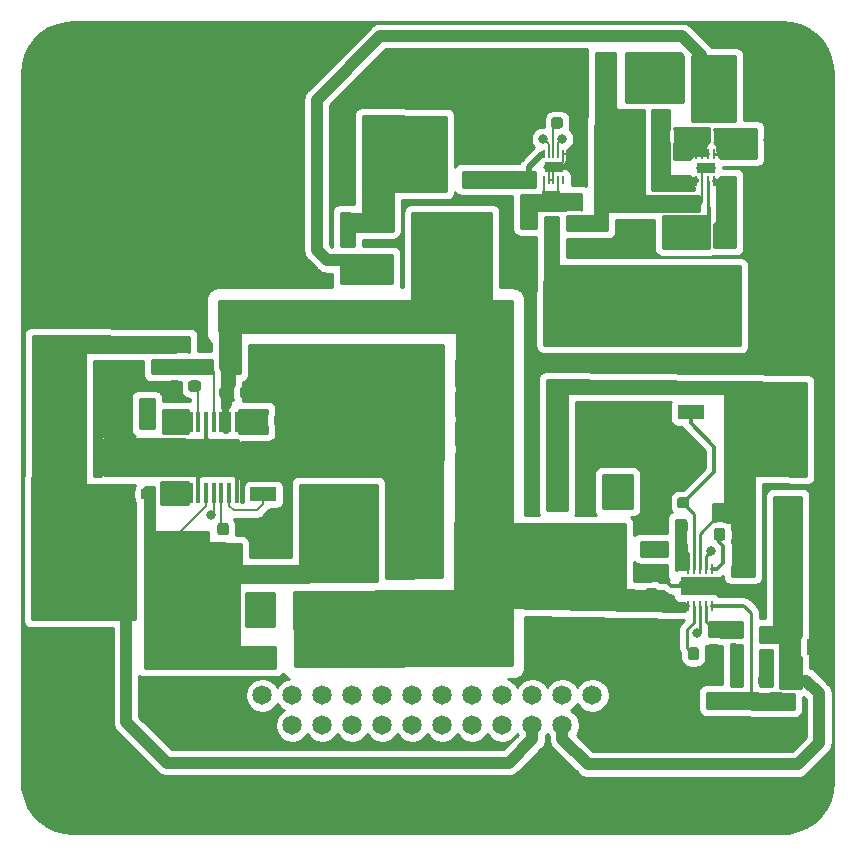
<source format=gbr>
%TF.GenerationSoftware,KiCad,Pcbnew,(5.1.4)-1*%
%TF.CreationDate,2021-10-06T22:06:40+03:00*%
%TF.ProjectId,IRBE_elektro_bar,49524245-5f65-46c6-956b-74726f5f6261,rev?*%
%TF.SameCoordinates,Original*%
%TF.FileFunction,Copper,L1,Top*%
%TF.FilePolarity,Positive*%
%FSLAX46Y46*%
G04 Gerber Fmt 4.6, Leading zero omitted, Abs format (unit mm)*
G04 Created by KiCad (PCBNEW (5.1.4)-1) date 2021-10-06 22:06:40*
%MOMM*%
%LPD*%
G04 APERTURE LIST*
%TA.AperFunction,SMDPad,CuDef*%
%ADD10R,3.300000X1.650000*%
%TD*%
%TA.AperFunction,SMDPad,CuDef*%
%ADD11R,0.240000X0.900000*%
%TD*%
%TA.AperFunction,Conductor*%
%ADD12C,0.100000*%
%TD*%
%TA.AperFunction,SMDPad,CuDef*%
%ADD13C,0.950000*%
%TD*%
%TA.AperFunction,SMDPad,CuDef*%
%ADD14R,1.600000X0.900000*%
%TD*%
%TA.AperFunction,SMDPad,CuDef*%
%ADD15R,0.250000X0.900000*%
%TD*%
%TA.AperFunction,SMDPad,CuDef*%
%ADD16R,1.500000X0.900000*%
%TD*%
%TA.AperFunction,SMDPad,CuDef*%
%ADD17R,0.200000X0.800000*%
%TD*%
%TA.AperFunction,ComponentPad*%
%ADD18O,1.400000X1.400000*%
%TD*%
%TA.AperFunction,ComponentPad*%
%ADD19C,1.400000*%
%TD*%
%TA.AperFunction,ComponentPad*%
%ADD20C,1.640000*%
%TD*%
%TA.AperFunction,SMDPad,CuDef*%
%ADD21C,1.325000*%
%TD*%
%TA.AperFunction,SMDPad,CuDef*%
%ADD22C,1.600000*%
%TD*%
%TA.AperFunction,SMDPad,CuDef*%
%ADD23C,1.175000*%
%TD*%
%TA.AperFunction,SMDPad,CuDef*%
%ADD24R,1.250000X5.500000*%
%TD*%
%TA.AperFunction,SMDPad,CuDef*%
%ADD25R,5.800000X6.400000*%
%TD*%
%TA.AperFunction,SMDPad,CuDef*%
%ADD26R,1.200000X2.200000*%
%TD*%
%TA.AperFunction,SMDPad,CuDef*%
%ADD27R,2.200000X1.200000*%
%TD*%
%TA.AperFunction,SMDPad,CuDef*%
%ADD28R,6.400000X5.800000*%
%TD*%
%TA.AperFunction,SMDPad,CuDef*%
%ADD29R,0.420000X1.780000*%
%TD*%
%TA.AperFunction,SMDPad,CuDef*%
%ADD30R,3.000000X3.000000*%
%TD*%
%TA.AperFunction,ViaPad*%
%ADD31C,0.800000*%
%TD*%
%TA.AperFunction,ViaPad*%
%ADD32C,1.800000*%
%TD*%
%TA.AperFunction,Conductor*%
%ADD33C,1.000000*%
%TD*%
%TA.AperFunction,Conductor*%
%ADD34C,0.200000*%
%TD*%
%TA.AperFunction,Conductor*%
%ADD35C,0.350000*%
%TD*%
%TA.AperFunction,Conductor*%
%ADD36C,0.250000*%
%TD*%
%TA.AperFunction,Conductor*%
%ADD37C,0.500000*%
%TD*%
%TA.AperFunction,Conductor*%
%ADD38C,0.254000*%
%TD*%
G04 APERTURE END LIST*
D10*
%TO.P,U4,11*%
%TO.N,GND*%
X88950000Y-159900000D03*
D11*
%TO.P,U4,10*%
%TO.N,Net-(Cbyp1-Pad1)*%
X87950000Y-158450000D03*
%TO.P,U4,9*%
%TO.N,Net-(Q7-Pad1)*%
X88450000Y-158450000D03*
%TO.P,U4,8*%
%TO.N,Net-(Cbst1-Pad1)*%
X88950000Y-158450000D03*
%TO.P,U4,6*%
%TO.N,Net-(Cbst1-Pad2)*%
X89950000Y-158450000D03*
%TO.P,U4,7*%
%TO.N,Net-(Q6-Pad1)*%
X89450000Y-158450000D03*
%TO.P,U4,5*%
%TO.N,Net-(Ccomp3-Pad1)*%
X89950000Y-161550000D03*
%TO.P,U4,4*%
%TO.N,Net-(Ccomp1-Pad2)*%
X89450000Y-161550000D03*
%TO.P,U4,3*%
%TO.N,Net-(Rpgood1-Pad2)*%
X88950000Y-161550000D03*
%TO.P,U4,2*%
%TO.N,Net-(Css1-Pad2)*%
X88450000Y-161550000D03*
%TO.P,U4,1*%
%TO.N,VSS*%
X87950000Y-161550000D03*
%TD*%
D12*
%TO.N,Net-(R11-Pad2)*%
%TO.C,R11*%
G36*
X44221079Y-151618744D02*
G01*
X44244134Y-151622163D01*
X44266743Y-151627827D01*
X44288687Y-151635679D01*
X44309757Y-151645644D01*
X44329748Y-151657626D01*
X44348468Y-151671510D01*
X44365738Y-151687162D01*
X44381390Y-151704432D01*
X44395274Y-151723152D01*
X44407256Y-151743143D01*
X44417221Y-151764213D01*
X44425073Y-151786157D01*
X44430737Y-151808766D01*
X44434156Y-151831821D01*
X44435300Y-151855100D01*
X44435300Y-152330100D01*
X44434156Y-152353379D01*
X44430737Y-152376434D01*
X44425073Y-152399043D01*
X44417221Y-152420987D01*
X44407256Y-152442057D01*
X44395274Y-152462048D01*
X44381390Y-152480768D01*
X44365738Y-152498038D01*
X44348468Y-152513690D01*
X44329748Y-152527574D01*
X44309757Y-152539556D01*
X44288687Y-152549521D01*
X44266743Y-152557373D01*
X44244134Y-152563037D01*
X44221079Y-152566456D01*
X44197800Y-152567600D01*
X43697800Y-152567600D01*
X43674521Y-152566456D01*
X43651466Y-152563037D01*
X43628857Y-152557373D01*
X43606913Y-152549521D01*
X43585843Y-152539556D01*
X43565852Y-152527574D01*
X43547132Y-152513690D01*
X43529862Y-152498038D01*
X43514210Y-152480768D01*
X43500326Y-152462048D01*
X43488344Y-152442057D01*
X43478379Y-152420987D01*
X43470527Y-152399043D01*
X43464863Y-152376434D01*
X43461444Y-152353379D01*
X43460300Y-152330100D01*
X43460300Y-151855100D01*
X43461444Y-151831821D01*
X43464863Y-151808766D01*
X43470527Y-151786157D01*
X43478379Y-151764213D01*
X43488344Y-151743143D01*
X43500326Y-151723152D01*
X43514210Y-151704432D01*
X43529862Y-151687162D01*
X43547132Y-151671510D01*
X43565852Y-151657626D01*
X43585843Y-151645644D01*
X43606913Y-151635679D01*
X43628857Y-151627827D01*
X43651466Y-151622163D01*
X43674521Y-151618744D01*
X43697800Y-151617600D01*
X44197800Y-151617600D01*
X44221079Y-151618744D01*
X44221079Y-151618744D01*
G37*
D13*
%TD*%
%TO.P,R11,2*%
%TO.N,Net-(R11-Pad2)*%
X43947800Y-152092600D03*
D12*
%TO.N,Net-(C9-Pad1)*%
%TO.C,R11*%
G36*
X42396079Y-151618744D02*
G01*
X42419134Y-151622163D01*
X42441743Y-151627827D01*
X42463687Y-151635679D01*
X42484757Y-151645644D01*
X42504748Y-151657626D01*
X42523468Y-151671510D01*
X42540738Y-151687162D01*
X42556390Y-151704432D01*
X42570274Y-151723152D01*
X42582256Y-151743143D01*
X42592221Y-151764213D01*
X42600073Y-151786157D01*
X42605737Y-151808766D01*
X42609156Y-151831821D01*
X42610300Y-151855100D01*
X42610300Y-152330100D01*
X42609156Y-152353379D01*
X42605737Y-152376434D01*
X42600073Y-152399043D01*
X42592221Y-152420987D01*
X42582256Y-152442057D01*
X42570274Y-152462048D01*
X42556390Y-152480768D01*
X42540738Y-152498038D01*
X42523468Y-152513690D01*
X42504748Y-152527574D01*
X42484757Y-152539556D01*
X42463687Y-152549521D01*
X42441743Y-152557373D01*
X42419134Y-152563037D01*
X42396079Y-152566456D01*
X42372800Y-152567600D01*
X41872800Y-152567600D01*
X41849521Y-152566456D01*
X41826466Y-152563037D01*
X41803857Y-152557373D01*
X41781913Y-152549521D01*
X41760843Y-152539556D01*
X41740852Y-152527574D01*
X41722132Y-152513690D01*
X41704862Y-152498038D01*
X41689210Y-152480768D01*
X41675326Y-152462048D01*
X41663344Y-152442057D01*
X41653379Y-152420987D01*
X41645527Y-152399043D01*
X41639863Y-152376434D01*
X41636444Y-152353379D01*
X41635300Y-152330100D01*
X41635300Y-151855100D01*
X41636444Y-151831821D01*
X41639863Y-151808766D01*
X41645527Y-151786157D01*
X41653379Y-151764213D01*
X41663344Y-151743143D01*
X41675326Y-151723152D01*
X41689210Y-151704432D01*
X41704862Y-151687162D01*
X41722132Y-151671510D01*
X41740852Y-151657626D01*
X41760843Y-151645644D01*
X41781913Y-151635679D01*
X41803857Y-151627827D01*
X41826466Y-151622163D01*
X41849521Y-151618744D01*
X41872800Y-151617600D01*
X42372800Y-151617600D01*
X42396079Y-151618744D01*
X42396079Y-151618744D01*
G37*
D13*
%TD*%
%TO.P,R11,1*%
%TO.N,Net-(C9-Pad1)*%
X42122800Y-152092600D03*
D14*
%TO.P,U2,9*%
%TO.N,Net-(BT2-Pad2)*%
X89453200Y-124481800D03*
D15*
%TO.P,U2,8*%
%TO.N,Net-(Q1-Pad1)*%
X90178200Y-125606800D03*
%TO.P,U2,7*%
%TO.N,Net-(Q1-Pad3)*%
X89678200Y-125606800D03*
%TO.P,U2,6*%
%TO.N,Net-(BT2-Pad2)*%
X89178200Y-125606800D03*
%TO.P,U2,5*%
%TO.N,Net-(C1-Pad2)*%
X88678200Y-125606800D03*
%TO.P,U2,4*%
%TO.N,Net-(C1-Pad1)*%
X88678200Y-123306800D03*
%TO.P,U2,3*%
X89178200Y-123306800D03*
%TO.P,U2,2*%
X89678200Y-123306800D03*
%TO.P,U2,1*%
%TO.N,Net-(C3-Pad2)*%
X90178200Y-123306800D03*
%TD*%
D16*
%TO.P,U1,11*%
%TO.N,GND*%
X76589200Y-124448200D03*
D17*
%TO.P,U1,10*%
%TO.N,N/C*%
X77364200Y-125523200D03*
%TO.P,U1,9*%
%TO.N,Net-(C4-Pad2)*%
X76964200Y-125523200D03*
%TO.P,U1,8*%
%TO.N,GND*%
X76564200Y-125523200D03*
%TO.P,U1,7*%
X76164200Y-125523200D03*
%TO.P,U1,6*%
%TO.N,Net-(C4-Pad2)*%
X75764200Y-125523200D03*
%TO.P,U1,5*%
%TO.N,Net-(Q2-Pad1)*%
X75764200Y-123323200D03*
%TO.P,U1,4*%
%TO.N,Net-(C4-Pad2)*%
X76164200Y-123323200D03*
%TO.P,U1,3*%
%TO.N,Net-(R5-Pad1)*%
X76564200Y-123323200D03*
%TO.P,U1,2*%
%TO.N,Net-(BT2-Pad2)*%
X76964200Y-123323200D03*
%TO.P,U1,1*%
%TO.N,GND*%
X77364200Y-123323200D03*
%TD*%
D18*
%TO.P,BT2,2*%
%TO.N,Net-(BT2-Pad2)*%
X81008800Y-115939200D03*
D19*
%TO.P,BT2,1*%
%TO.N,Net-(BT1-Pad2)*%
X83548800Y-115939200D03*
%TD*%
D18*
%TO.P,BT1,2*%
%TO.N,Net-(BT1-Pad2)*%
X86546000Y-115964600D03*
D19*
%TO.P,BT1,1*%
%TO.N,Net-(BT1-Pad1)*%
X89086000Y-115964600D03*
%TD*%
D20*
%TO.P,Connector1,1*%
%TO.N,GND*%
X79870600Y-171704800D03*
%TO.P,Connector1,24*%
%TO.N,N/C*%
X79870600Y-169164800D03*
%TO.P,Connector1,2*%
%TO.N,4V*%
X77330600Y-171704800D03*
%TO.P,Connector1,23*%
%TO.N,N/C*%
X77330600Y-169164800D03*
%TO.P,Connector1,3*%
%TO.N,3.3V*%
X74790600Y-171704800D03*
%TO.P,Connector1,22*%
%TO.N,N/C*%
X74790600Y-169164800D03*
%TO.P,Connector1,4*%
X72250600Y-171704800D03*
%TO.P,Connector1,21*%
X72250600Y-169164800D03*
%TO.P,Connector1,5*%
X69710600Y-171704800D03*
%TO.P,Connector1,20*%
X69710600Y-169164800D03*
%TO.P,Connector1,6*%
X67170600Y-171704800D03*
%TO.P,Connector1,19*%
X67170600Y-169164800D03*
%TO.P,Connector1,7*%
X64630600Y-171704800D03*
%TO.P,Connector1,18*%
X64630600Y-169164800D03*
%TO.P,Connector1,8*%
X62090600Y-171704800D03*
%TO.P,Connector1,17*%
X62090600Y-169164800D03*
%TO.P,Connector1,9*%
X59550600Y-171704800D03*
%TO.P,Connector1,16*%
X59550600Y-169164800D03*
%TO.P,Connector1,10*%
X57010600Y-171704800D03*
%TO.P,Connector1,15*%
X57010600Y-169164800D03*
%TO.P,Connector1,11*%
X54470600Y-171704800D03*
%TO.P,Connector1,14*%
X54470600Y-169164800D03*
%TO.P,Connector1,12*%
%TO.N,GND*%
X51930600Y-171704800D03*
%TO.P,Connector1,13*%
%TO.N,N/C*%
X51930600Y-169164800D03*
%TD*%
D12*
%TO.N,Net-(C1-Pad2)*%
%TO.C,C1*%
G36*
X86032179Y-121307344D02*
G01*
X86055234Y-121310763D01*
X86077843Y-121316427D01*
X86099787Y-121324279D01*
X86120857Y-121334244D01*
X86140848Y-121346226D01*
X86159568Y-121360110D01*
X86176838Y-121375762D01*
X86192490Y-121393032D01*
X86206374Y-121411752D01*
X86218356Y-121431743D01*
X86228321Y-121452813D01*
X86236173Y-121474757D01*
X86241837Y-121497366D01*
X86245256Y-121520421D01*
X86246400Y-121543700D01*
X86246400Y-122018700D01*
X86245256Y-122041979D01*
X86241837Y-122065034D01*
X86236173Y-122087643D01*
X86228321Y-122109587D01*
X86218356Y-122130657D01*
X86206374Y-122150648D01*
X86192490Y-122169368D01*
X86176838Y-122186638D01*
X86159568Y-122202290D01*
X86140848Y-122216174D01*
X86120857Y-122228156D01*
X86099787Y-122238121D01*
X86077843Y-122245973D01*
X86055234Y-122251637D01*
X86032179Y-122255056D01*
X86008900Y-122256200D01*
X85408900Y-122256200D01*
X85385621Y-122255056D01*
X85362566Y-122251637D01*
X85339957Y-122245973D01*
X85318013Y-122238121D01*
X85296943Y-122228156D01*
X85276952Y-122216174D01*
X85258232Y-122202290D01*
X85240962Y-122186638D01*
X85225310Y-122169368D01*
X85211426Y-122150648D01*
X85199444Y-122130657D01*
X85189479Y-122109587D01*
X85181627Y-122087643D01*
X85175963Y-122065034D01*
X85172544Y-122041979D01*
X85171400Y-122018700D01*
X85171400Y-121543700D01*
X85172544Y-121520421D01*
X85175963Y-121497366D01*
X85181627Y-121474757D01*
X85189479Y-121452813D01*
X85199444Y-121431743D01*
X85211426Y-121411752D01*
X85225310Y-121393032D01*
X85240962Y-121375762D01*
X85258232Y-121360110D01*
X85276952Y-121346226D01*
X85296943Y-121334244D01*
X85318013Y-121324279D01*
X85339957Y-121316427D01*
X85362566Y-121310763D01*
X85385621Y-121307344D01*
X85408900Y-121306200D01*
X86008900Y-121306200D01*
X86032179Y-121307344D01*
X86032179Y-121307344D01*
G37*
D13*
%TD*%
%TO.P,C1,2*%
%TO.N,Net-(C1-Pad2)*%
X85708900Y-121781200D03*
D12*
%TO.N,Net-(C1-Pad1)*%
%TO.C,C1*%
G36*
X87757179Y-121307344D02*
G01*
X87780234Y-121310763D01*
X87802843Y-121316427D01*
X87824787Y-121324279D01*
X87845857Y-121334244D01*
X87865848Y-121346226D01*
X87884568Y-121360110D01*
X87901838Y-121375762D01*
X87917490Y-121393032D01*
X87931374Y-121411752D01*
X87943356Y-121431743D01*
X87953321Y-121452813D01*
X87961173Y-121474757D01*
X87966837Y-121497366D01*
X87970256Y-121520421D01*
X87971400Y-121543700D01*
X87971400Y-122018700D01*
X87970256Y-122041979D01*
X87966837Y-122065034D01*
X87961173Y-122087643D01*
X87953321Y-122109587D01*
X87943356Y-122130657D01*
X87931374Y-122150648D01*
X87917490Y-122169368D01*
X87901838Y-122186638D01*
X87884568Y-122202290D01*
X87865848Y-122216174D01*
X87845857Y-122228156D01*
X87824787Y-122238121D01*
X87802843Y-122245973D01*
X87780234Y-122251637D01*
X87757179Y-122255056D01*
X87733900Y-122256200D01*
X87133900Y-122256200D01*
X87110621Y-122255056D01*
X87087566Y-122251637D01*
X87064957Y-122245973D01*
X87043013Y-122238121D01*
X87021943Y-122228156D01*
X87001952Y-122216174D01*
X86983232Y-122202290D01*
X86965962Y-122186638D01*
X86950310Y-122169368D01*
X86936426Y-122150648D01*
X86924444Y-122130657D01*
X86914479Y-122109587D01*
X86906627Y-122087643D01*
X86900963Y-122065034D01*
X86897544Y-122041979D01*
X86896400Y-122018700D01*
X86896400Y-121543700D01*
X86897544Y-121520421D01*
X86900963Y-121497366D01*
X86906627Y-121474757D01*
X86914479Y-121452813D01*
X86924444Y-121431743D01*
X86936426Y-121411752D01*
X86950310Y-121393032D01*
X86965962Y-121375762D01*
X86983232Y-121360110D01*
X87001952Y-121346226D01*
X87021943Y-121334244D01*
X87043013Y-121324279D01*
X87064957Y-121316427D01*
X87087566Y-121310763D01*
X87110621Y-121307344D01*
X87133900Y-121306200D01*
X87733900Y-121306200D01*
X87757179Y-121307344D01*
X87757179Y-121307344D01*
G37*
D13*
%TD*%
%TO.P,C1,1*%
%TO.N,Net-(C1-Pad1)*%
X87433900Y-121781200D03*
D12*
%TO.N,Net-(C1-Pad2)*%
%TO.C,C2*%
G36*
X85826779Y-124025144D02*
G01*
X85849834Y-124028563D01*
X85872443Y-124034227D01*
X85894387Y-124042079D01*
X85915457Y-124052044D01*
X85935448Y-124064026D01*
X85954168Y-124077910D01*
X85971438Y-124093562D01*
X85987090Y-124110832D01*
X86000974Y-124129552D01*
X86012956Y-124149543D01*
X86022921Y-124170613D01*
X86030773Y-124192557D01*
X86036437Y-124215166D01*
X86039856Y-124238221D01*
X86041000Y-124261500D01*
X86041000Y-124736500D01*
X86039856Y-124759779D01*
X86036437Y-124782834D01*
X86030773Y-124805443D01*
X86022921Y-124827387D01*
X86012956Y-124848457D01*
X86000974Y-124868448D01*
X85987090Y-124887168D01*
X85971438Y-124904438D01*
X85954168Y-124920090D01*
X85935448Y-124933974D01*
X85915457Y-124945956D01*
X85894387Y-124955921D01*
X85872443Y-124963773D01*
X85849834Y-124969437D01*
X85826779Y-124972856D01*
X85803500Y-124974000D01*
X85203500Y-124974000D01*
X85180221Y-124972856D01*
X85157166Y-124969437D01*
X85134557Y-124963773D01*
X85112613Y-124955921D01*
X85091543Y-124945956D01*
X85071552Y-124933974D01*
X85052832Y-124920090D01*
X85035562Y-124904438D01*
X85019910Y-124887168D01*
X85006026Y-124868448D01*
X84994044Y-124848457D01*
X84984079Y-124827387D01*
X84976227Y-124805443D01*
X84970563Y-124782834D01*
X84967144Y-124759779D01*
X84966000Y-124736500D01*
X84966000Y-124261500D01*
X84967144Y-124238221D01*
X84970563Y-124215166D01*
X84976227Y-124192557D01*
X84984079Y-124170613D01*
X84994044Y-124149543D01*
X85006026Y-124129552D01*
X85019910Y-124110832D01*
X85035562Y-124093562D01*
X85052832Y-124077910D01*
X85071552Y-124064026D01*
X85091543Y-124052044D01*
X85112613Y-124042079D01*
X85134557Y-124034227D01*
X85157166Y-124028563D01*
X85180221Y-124025144D01*
X85203500Y-124024000D01*
X85803500Y-124024000D01*
X85826779Y-124025144D01*
X85826779Y-124025144D01*
G37*
D13*
%TD*%
%TO.P,C2,1*%
%TO.N,Net-(C1-Pad2)*%
X85503500Y-124499000D03*
D12*
%TO.N,Net-(BT2-Pad2)*%
%TO.C,C2*%
G36*
X84101779Y-124025144D02*
G01*
X84124834Y-124028563D01*
X84147443Y-124034227D01*
X84169387Y-124042079D01*
X84190457Y-124052044D01*
X84210448Y-124064026D01*
X84229168Y-124077910D01*
X84246438Y-124093562D01*
X84262090Y-124110832D01*
X84275974Y-124129552D01*
X84287956Y-124149543D01*
X84297921Y-124170613D01*
X84305773Y-124192557D01*
X84311437Y-124215166D01*
X84314856Y-124238221D01*
X84316000Y-124261500D01*
X84316000Y-124736500D01*
X84314856Y-124759779D01*
X84311437Y-124782834D01*
X84305773Y-124805443D01*
X84297921Y-124827387D01*
X84287956Y-124848457D01*
X84275974Y-124868448D01*
X84262090Y-124887168D01*
X84246438Y-124904438D01*
X84229168Y-124920090D01*
X84210448Y-124933974D01*
X84190457Y-124945956D01*
X84169387Y-124955921D01*
X84147443Y-124963773D01*
X84124834Y-124969437D01*
X84101779Y-124972856D01*
X84078500Y-124974000D01*
X83478500Y-124974000D01*
X83455221Y-124972856D01*
X83432166Y-124969437D01*
X83409557Y-124963773D01*
X83387613Y-124955921D01*
X83366543Y-124945956D01*
X83346552Y-124933974D01*
X83327832Y-124920090D01*
X83310562Y-124904438D01*
X83294910Y-124887168D01*
X83281026Y-124868448D01*
X83269044Y-124848457D01*
X83259079Y-124827387D01*
X83251227Y-124805443D01*
X83245563Y-124782834D01*
X83242144Y-124759779D01*
X83241000Y-124736500D01*
X83241000Y-124261500D01*
X83242144Y-124238221D01*
X83245563Y-124215166D01*
X83251227Y-124192557D01*
X83259079Y-124170613D01*
X83269044Y-124149543D01*
X83281026Y-124129552D01*
X83294910Y-124110832D01*
X83310562Y-124093562D01*
X83327832Y-124077910D01*
X83346552Y-124064026D01*
X83366543Y-124052044D01*
X83387613Y-124042079D01*
X83409557Y-124034227D01*
X83432166Y-124028563D01*
X83455221Y-124025144D01*
X83478500Y-124024000D01*
X84078500Y-124024000D01*
X84101779Y-124025144D01*
X84101779Y-124025144D01*
G37*
D13*
%TD*%
%TO.P,C2,2*%
%TO.N,Net-(BT2-Pad2)*%
X83778500Y-124499000D03*
D12*
%TO.N,GND*%
%TO.C,C3*%
G36*
X93417379Y-119483244D02*
G01*
X93440434Y-119486663D01*
X93463043Y-119492327D01*
X93484987Y-119500179D01*
X93506057Y-119510144D01*
X93526048Y-119522126D01*
X93544768Y-119536010D01*
X93562038Y-119551662D01*
X93577690Y-119568932D01*
X93591574Y-119587652D01*
X93603556Y-119607643D01*
X93613521Y-119628713D01*
X93621373Y-119650657D01*
X93627037Y-119673266D01*
X93630456Y-119696321D01*
X93631600Y-119719600D01*
X93631600Y-120319600D01*
X93630456Y-120342879D01*
X93627037Y-120365934D01*
X93621373Y-120388543D01*
X93613521Y-120410487D01*
X93603556Y-120431557D01*
X93591574Y-120451548D01*
X93577690Y-120470268D01*
X93562038Y-120487538D01*
X93544768Y-120503190D01*
X93526048Y-120517074D01*
X93506057Y-120529056D01*
X93484987Y-120539021D01*
X93463043Y-120546873D01*
X93440434Y-120552537D01*
X93417379Y-120555956D01*
X93394100Y-120557100D01*
X92919100Y-120557100D01*
X92895821Y-120555956D01*
X92872766Y-120552537D01*
X92850157Y-120546873D01*
X92828213Y-120539021D01*
X92807143Y-120529056D01*
X92787152Y-120517074D01*
X92768432Y-120503190D01*
X92751162Y-120487538D01*
X92735510Y-120470268D01*
X92721626Y-120451548D01*
X92709644Y-120431557D01*
X92699679Y-120410487D01*
X92691827Y-120388543D01*
X92686163Y-120365934D01*
X92682744Y-120342879D01*
X92681600Y-120319600D01*
X92681600Y-119719600D01*
X92682744Y-119696321D01*
X92686163Y-119673266D01*
X92691827Y-119650657D01*
X92699679Y-119628713D01*
X92709644Y-119607643D01*
X92721626Y-119587652D01*
X92735510Y-119568932D01*
X92751162Y-119551662D01*
X92768432Y-119536010D01*
X92787152Y-119522126D01*
X92807143Y-119510144D01*
X92828213Y-119500179D01*
X92850157Y-119492327D01*
X92872766Y-119486663D01*
X92895821Y-119483244D01*
X92919100Y-119482100D01*
X93394100Y-119482100D01*
X93417379Y-119483244D01*
X93417379Y-119483244D01*
G37*
D13*
%TD*%
%TO.P,C3,1*%
%TO.N,GND*%
X93156600Y-120019600D03*
D12*
%TO.N,Net-(C3-Pad2)*%
%TO.C,C3*%
G36*
X93417379Y-121208244D02*
G01*
X93440434Y-121211663D01*
X93463043Y-121217327D01*
X93484987Y-121225179D01*
X93506057Y-121235144D01*
X93526048Y-121247126D01*
X93544768Y-121261010D01*
X93562038Y-121276662D01*
X93577690Y-121293932D01*
X93591574Y-121312652D01*
X93603556Y-121332643D01*
X93613521Y-121353713D01*
X93621373Y-121375657D01*
X93627037Y-121398266D01*
X93630456Y-121421321D01*
X93631600Y-121444600D01*
X93631600Y-122044600D01*
X93630456Y-122067879D01*
X93627037Y-122090934D01*
X93621373Y-122113543D01*
X93613521Y-122135487D01*
X93603556Y-122156557D01*
X93591574Y-122176548D01*
X93577690Y-122195268D01*
X93562038Y-122212538D01*
X93544768Y-122228190D01*
X93526048Y-122242074D01*
X93506057Y-122254056D01*
X93484987Y-122264021D01*
X93463043Y-122271873D01*
X93440434Y-122277537D01*
X93417379Y-122280956D01*
X93394100Y-122282100D01*
X92919100Y-122282100D01*
X92895821Y-122280956D01*
X92872766Y-122277537D01*
X92850157Y-122271873D01*
X92828213Y-122264021D01*
X92807143Y-122254056D01*
X92787152Y-122242074D01*
X92768432Y-122228190D01*
X92751162Y-122212538D01*
X92735510Y-122195268D01*
X92721626Y-122176548D01*
X92709644Y-122156557D01*
X92699679Y-122135487D01*
X92691827Y-122113543D01*
X92686163Y-122090934D01*
X92682744Y-122067879D01*
X92681600Y-122044600D01*
X92681600Y-121444600D01*
X92682744Y-121421321D01*
X92686163Y-121398266D01*
X92691827Y-121375657D01*
X92699679Y-121353713D01*
X92709644Y-121332643D01*
X92721626Y-121312652D01*
X92735510Y-121293932D01*
X92751162Y-121276662D01*
X92768432Y-121261010D01*
X92787152Y-121247126D01*
X92807143Y-121235144D01*
X92828213Y-121225179D01*
X92850157Y-121217327D01*
X92872766Y-121211663D01*
X92895821Y-121208244D01*
X92919100Y-121207100D01*
X93394100Y-121207100D01*
X93417379Y-121208244D01*
X93417379Y-121208244D01*
G37*
D13*
%TD*%
%TO.P,C3,2*%
%TO.N,Net-(C3-Pad2)*%
X93156600Y-121744600D03*
D12*
%TO.N,Net-(C4-Pad2)*%
%TO.C,C4*%
G36*
X78551779Y-126858244D02*
G01*
X78574834Y-126861663D01*
X78597443Y-126867327D01*
X78619387Y-126875179D01*
X78640457Y-126885144D01*
X78660448Y-126897126D01*
X78679168Y-126911010D01*
X78696438Y-126926662D01*
X78712090Y-126943932D01*
X78725974Y-126962652D01*
X78737956Y-126982643D01*
X78747921Y-127003713D01*
X78755773Y-127025657D01*
X78761437Y-127048266D01*
X78764856Y-127071321D01*
X78766000Y-127094600D01*
X78766000Y-127694600D01*
X78764856Y-127717879D01*
X78761437Y-127740934D01*
X78755773Y-127763543D01*
X78747921Y-127785487D01*
X78737956Y-127806557D01*
X78725974Y-127826548D01*
X78712090Y-127845268D01*
X78696438Y-127862538D01*
X78679168Y-127878190D01*
X78660448Y-127892074D01*
X78640457Y-127904056D01*
X78619387Y-127914021D01*
X78597443Y-127921873D01*
X78574834Y-127927537D01*
X78551779Y-127930956D01*
X78528500Y-127932100D01*
X78053500Y-127932100D01*
X78030221Y-127930956D01*
X78007166Y-127927537D01*
X77984557Y-127921873D01*
X77962613Y-127914021D01*
X77941543Y-127904056D01*
X77921552Y-127892074D01*
X77902832Y-127878190D01*
X77885562Y-127862538D01*
X77869910Y-127845268D01*
X77856026Y-127826548D01*
X77844044Y-127806557D01*
X77834079Y-127785487D01*
X77826227Y-127763543D01*
X77820563Y-127740934D01*
X77817144Y-127717879D01*
X77816000Y-127694600D01*
X77816000Y-127094600D01*
X77817144Y-127071321D01*
X77820563Y-127048266D01*
X77826227Y-127025657D01*
X77834079Y-127003713D01*
X77844044Y-126982643D01*
X77856026Y-126962652D01*
X77869910Y-126943932D01*
X77885562Y-126926662D01*
X77902832Y-126911010D01*
X77921552Y-126897126D01*
X77941543Y-126885144D01*
X77962613Y-126875179D01*
X77984557Y-126867327D01*
X78007166Y-126861663D01*
X78030221Y-126858244D01*
X78053500Y-126857100D01*
X78528500Y-126857100D01*
X78551779Y-126858244D01*
X78551779Y-126858244D01*
G37*
D13*
%TD*%
%TO.P,C4,2*%
%TO.N,Net-(C4-Pad2)*%
X78291000Y-127394600D03*
D12*
%TO.N,Net-(BT2-Pad2)*%
%TO.C,C4*%
G36*
X78551779Y-128583244D02*
G01*
X78574834Y-128586663D01*
X78597443Y-128592327D01*
X78619387Y-128600179D01*
X78640457Y-128610144D01*
X78660448Y-128622126D01*
X78679168Y-128636010D01*
X78696438Y-128651662D01*
X78712090Y-128668932D01*
X78725974Y-128687652D01*
X78737956Y-128707643D01*
X78747921Y-128728713D01*
X78755773Y-128750657D01*
X78761437Y-128773266D01*
X78764856Y-128796321D01*
X78766000Y-128819600D01*
X78766000Y-129419600D01*
X78764856Y-129442879D01*
X78761437Y-129465934D01*
X78755773Y-129488543D01*
X78747921Y-129510487D01*
X78737956Y-129531557D01*
X78725974Y-129551548D01*
X78712090Y-129570268D01*
X78696438Y-129587538D01*
X78679168Y-129603190D01*
X78660448Y-129617074D01*
X78640457Y-129629056D01*
X78619387Y-129639021D01*
X78597443Y-129646873D01*
X78574834Y-129652537D01*
X78551779Y-129655956D01*
X78528500Y-129657100D01*
X78053500Y-129657100D01*
X78030221Y-129655956D01*
X78007166Y-129652537D01*
X77984557Y-129646873D01*
X77962613Y-129639021D01*
X77941543Y-129629056D01*
X77921552Y-129617074D01*
X77902832Y-129603190D01*
X77885562Y-129587538D01*
X77869910Y-129570268D01*
X77856026Y-129551548D01*
X77844044Y-129531557D01*
X77834079Y-129510487D01*
X77826227Y-129488543D01*
X77820563Y-129465934D01*
X77817144Y-129442879D01*
X77816000Y-129419600D01*
X77816000Y-128819600D01*
X77817144Y-128796321D01*
X77820563Y-128773266D01*
X77826227Y-128750657D01*
X77834079Y-128728713D01*
X77844044Y-128707643D01*
X77856026Y-128687652D01*
X77869910Y-128668932D01*
X77885562Y-128651662D01*
X77902832Y-128636010D01*
X77921552Y-128622126D01*
X77941543Y-128610144D01*
X77962613Y-128600179D01*
X77984557Y-128592327D01*
X78007166Y-128586663D01*
X78030221Y-128583244D01*
X78053500Y-128582100D01*
X78528500Y-128582100D01*
X78551779Y-128583244D01*
X78551779Y-128583244D01*
G37*
D13*
%TD*%
%TO.P,C4,1*%
%TO.N,Net-(BT2-Pad2)*%
X78291000Y-129119600D03*
D12*
%TO.N,VSS*%
%TO.C,C5*%
G36*
X49414005Y-139916204D02*
G01*
X49438273Y-139919804D01*
X49462072Y-139925765D01*
X49485171Y-139934030D01*
X49507350Y-139944520D01*
X49528393Y-139957132D01*
X49548099Y-139971747D01*
X49566277Y-139988223D01*
X49582753Y-140006401D01*
X49597368Y-140026107D01*
X49609980Y-140047150D01*
X49620470Y-140069329D01*
X49628735Y-140092428D01*
X49634696Y-140116227D01*
X49638296Y-140140495D01*
X49639500Y-140164999D01*
X49639500Y-141465001D01*
X49638296Y-141489505D01*
X49634696Y-141513773D01*
X49628735Y-141537572D01*
X49620470Y-141560671D01*
X49609980Y-141582850D01*
X49597368Y-141603893D01*
X49582753Y-141623599D01*
X49566277Y-141641777D01*
X49548099Y-141658253D01*
X49528393Y-141672868D01*
X49507350Y-141685480D01*
X49485171Y-141695970D01*
X49462072Y-141704235D01*
X49438273Y-141710196D01*
X49414005Y-141713796D01*
X49389501Y-141715000D01*
X48564499Y-141715000D01*
X48539995Y-141713796D01*
X48515727Y-141710196D01*
X48491928Y-141704235D01*
X48468829Y-141695970D01*
X48446650Y-141685480D01*
X48425607Y-141672868D01*
X48405901Y-141658253D01*
X48387723Y-141641777D01*
X48371247Y-141623599D01*
X48356632Y-141603893D01*
X48344020Y-141582850D01*
X48333530Y-141560671D01*
X48325265Y-141537572D01*
X48319304Y-141513773D01*
X48315704Y-141489505D01*
X48314500Y-141465001D01*
X48314500Y-140164999D01*
X48315704Y-140140495D01*
X48319304Y-140116227D01*
X48325265Y-140092428D01*
X48333530Y-140069329D01*
X48344020Y-140047150D01*
X48356632Y-140026107D01*
X48371247Y-140006401D01*
X48387723Y-139988223D01*
X48405901Y-139971747D01*
X48425607Y-139957132D01*
X48446650Y-139944520D01*
X48468829Y-139934030D01*
X48491928Y-139925765D01*
X48515727Y-139919804D01*
X48539995Y-139916204D01*
X48564499Y-139915000D01*
X49389501Y-139915000D01*
X49414005Y-139916204D01*
X49414005Y-139916204D01*
G37*
D21*
%TD*%
%TO.P,C5,1*%
%TO.N,VSS*%
X48977000Y-140815000D03*
D12*
%TO.N,GND*%
%TO.C,C5*%
G36*
X52539005Y-139916204D02*
G01*
X52563273Y-139919804D01*
X52587072Y-139925765D01*
X52610171Y-139934030D01*
X52632350Y-139944520D01*
X52653393Y-139957132D01*
X52673099Y-139971747D01*
X52691277Y-139988223D01*
X52707753Y-140006401D01*
X52722368Y-140026107D01*
X52734980Y-140047150D01*
X52745470Y-140069329D01*
X52753735Y-140092428D01*
X52759696Y-140116227D01*
X52763296Y-140140495D01*
X52764500Y-140164999D01*
X52764500Y-141465001D01*
X52763296Y-141489505D01*
X52759696Y-141513773D01*
X52753735Y-141537572D01*
X52745470Y-141560671D01*
X52734980Y-141582850D01*
X52722368Y-141603893D01*
X52707753Y-141623599D01*
X52691277Y-141641777D01*
X52673099Y-141658253D01*
X52653393Y-141672868D01*
X52632350Y-141685480D01*
X52610171Y-141695970D01*
X52587072Y-141704235D01*
X52563273Y-141710196D01*
X52539005Y-141713796D01*
X52514501Y-141715000D01*
X51689499Y-141715000D01*
X51664995Y-141713796D01*
X51640727Y-141710196D01*
X51616928Y-141704235D01*
X51593829Y-141695970D01*
X51571650Y-141685480D01*
X51550607Y-141672868D01*
X51530901Y-141658253D01*
X51512723Y-141641777D01*
X51496247Y-141623599D01*
X51481632Y-141603893D01*
X51469020Y-141582850D01*
X51458530Y-141560671D01*
X51450265Y-141537572D01*
X51444304Y-141513773D01*
X51440704Y-141489505D01*
X51439500Y-141465001D01*
X51439500Y-140164999D01*
X51440704Y-140140495D01*
X51444304Y-140116227D01*
X51450265Y-140092428D01*
X51458530Y-140069329D01*
X51469020Y-140047150D01*
X51481632Y-140026107D01*
X51496247Y-140006401D01*
X51512723Y-139988223D01*
X51530901Y-139971747D01*
X51550607Y-139957132D01*
X51571650Y-139944520D01*
X51593829Y-139934030D01*
X51616928Y-139925765D01*
X51640727Y-139919804D01*
X51664995Y-139916204D01*
X51689499Y-139915000D01*
X52514501Y-139915000D01*
X52539005Y-139916204D01*
X52539005Y-139916204D01*
G37*
D21*
%TD*%
%TO.P,C5,2*%
%TO.N,GND*%
X52102000Y-140815000D03*
D12*
%TO.N,VSS*%
%TO.C,C6*%
G36*
X49147879Y-143058944D02*
G01*
X49170934Y-143062363D01*
X49193543Y-143068027D01*
X49215487Y-143075879D01*
X49236557Y-143085844D01*
X49256548Y-143097826D01*
X49275268Y-143111710D01*
X49292538Y-143127362D01*
X49308190Y-143144632D01*
X49322074Y-143163352D01*
X49334056Y-143183343D01*
X49344021Y-143204413D01*
X49351873Y-143226357D01*
X49357537Y-143248966D01*
X49360956Y-143272021D01*
X49362100Y-143295300D01*
X49362100Y-143770300D01*
X49360956Y-143793579D01*
X49357537Y-143816634D01*
X49351873Y-143839243D01*
X49344021Y-143861187D01*
X49334056Y-143882257D01*
X49322074Y-143902248D01*
X49308190Y-143920968D01*
X49292538Y-143938238D01*
X49275268Y-143953890D01*
X49256548Y-143967774D01*
X49236557Y-143979756D01*
X49215487Y-143989721D01*
X49193543Y-143997573D01*
X49170934Y-144003237D01*
X49147879Y-144006656D01*
X49124600Y-144007800D01*
X48524600Y-144007800D01*
X48501321Y-144006656D01*
X48478266Y-144003237D01*
X48455657Y-143997573D01*
X48433713Y-143989721D01*
X48412643Y-143979756D01*
X48392652Y-143967774D01*
X48373932Y-143953890D01*
X48356662Y-143938238D01*
X48341010Y-143920968D01*
X48327126Y-143902248D01*
X48315144Y-143882257D01*
X48305179Y-143861187D01*
X48297327Y-143839243D01*
X48291663Y-143816634D01*
X48288244Y-143793579D01*
X48287100Y-143770300D01*
X48287100Y-143295300D01*
X48288244Y-143272021D01*
X48291663Y-143248966D01*
X48297327Y-143226357D01*
X48305179Y-143204413D01*
X48315144Y-143183343D01*
X48327126Y-143163352D01*
X48341010Y-143144632D01*
X48356662Y-143127362D01*
X48373932Y-143111710D01*
X48392652Y-143097826D01*
X48412643Y-143085844D01*
X48433713Y-143075879D01*
X48455657Y-143068027D01*
X48478266Y-143062363D01*
X48501321Y-143058944D01*
X48524600Y-143057800D01*
X49124600Y-143057800D01*
X49147879Y-143058944D01*
X49147879Y-143058944D01*
G37*
D13*
%TD*%
%TO.P,C6,1*%
%TO.N,VSS*%
X48824600Y-143532800D03*
D12*
%TO.N,GND*%
%TO.C,C6*%
G36*
X50872879Y-143058944D02*
G01*
X50895934Y-143062363D01*
X50918543Y-143068027D01*
X50940487Y-143075879D01*
X50961557Y-143085844D01*
X50981548Y-143097826D01*
X51000268Y-143111710D01*
X51017538Y-143127362D01*
X51033190Y-143144632D01*
X51047074Y-143163352D01*
X51059056Y-143183343D01*
X51069021Y-143204413D01*
X51076873Y-143226357D01*
X51082537Y-143248966D01*
X51085956Y-143272021D01*
X51087100Y-143295300D01*
X51087100Y-143770300D01*
X51085956Y-143793579D01*
X51082537Y-143816634D01*
X51076873Y-143839243D01*
X51069021Y-143861187D01*
X51059056Y-143882257D01*
X51047074Y-143902248D01*
X51033190Y-143920968D01*
X51017538Y-143938238D01*
X51000268Y-143953890D01*
X50981548Y-143967774D01*
X50961557Y-143979756D01*
X50940487Y-143989721D01*
X50918543Y-143997573D01*
X50895934Y-144003237D01*
X50872879Y-144006656D01*
X50849600Y-144007800D01*
X50249600Y-144007800D01*
X50226321Y-144006656D01*
X50203266Y-144003237D01*
X50180657Y-143997573D01*
X50158713Y-143989721D01*
X50137643Y-143979756D01*
X50117652Y-143967774D01*
X50098932Y-143953890D01*
X50081662Y-143938238D01*
X50066010Y-143920968D01*
X50052126Y-143902248D01*
X50040144Y-143882257D01*
X50030179Y-143861187D01*
X50022327Y-143839243D01*
X50016663Y-143816634D01*
X50013244Y-143793579D01*
X50012100Y-143770300D01*
X50012100Y-143295300D01*
X50013244Y-143272021D01*
X50016663Y-143248966D01*
X50022327Y-143226357D01*
X50030179Y-143204413D01*
X50040144Y-143183343D01*
X50052126Y-143163352D01*
X50066010Y-143144632D01*
X50081662Y-143127362D01*
X50098932Y-143111710D01*
X50117652Y-143097826D01*
X50137643Y-143085844D01*
X50158713Y-143075879D01*
X50180657Y-143068027D01*
X50203266Y-143062363D01*
X50226321Y-143058944D01*
X50249600Y-143057800D01*
X50849600Y-143057800D01*
X50872879Y-143058944D01*
X50872879Y-143058944D01*
G37*
D13*
%TD*%
%TO.P,C6,2*%
%TO.N,GND*%
X50549600Y-143532800D03*
D12*
%TO.N,GND*%
%TO.C,C7*%
G36*
X53735779Y-145395744D02*
G01*
X53758834Y-145399163D01*
X53781443Y-145404827D01*
X53803387Y-145412679D01*
X53824457Y-145422644D01*
X53844448Y-145434626D01*
X53863168Y-145448510D01*
X53880438Y-145464162D01*
X53896090Y-145481432D01*
X53909974Y-145500152D01*
X53921956Y-145520143D01*
X53931921Y-145541213D01*
X53939773Y-145563157D01*
X53945437Y-145585766D01*
X53948856Y-145608821D01*
X53950000Y-145632100D01*
X53950000Y-146107100D01*
X53948856Y-146130379D01*
X53945437Y-146153434D01*
X53939773Y-146176043D01*
X53931921Y-146197987D01*
X53921956Y-146219057D01*
X53909974Y-146239048D01*
X53896090Y-146257768D01*
X53880438Y-146275038D01*
X53863168Y-146290690D01*
X53844448Y-146304574D01*
X53824457Y-146316556D01*
X53803387Y-146326521D01*
X53781443Y-146334373D01*
X53758834Y-146340037D01*
X53735779Y-146343456D01*
X53712500Y-146344600D01*
X53112500Y-146344600D01*
X53089221Y-146343456D01*
X53066166Y-146340037D01*
X53043557Y-146334373D01*
X53021613Y-146326521D01*
X53000543Y-146316556D01*
X52980552Y-146304574D01*
X52961832Y-146290690D01*
X52944562Y-146275038D01*
X52928910Y-146257768D01*
X52915026Y-146239048D01*
X52903044Y-146219057D01*
X52893079Y-146197987D01*
X52885227Y-146176043D01*
X52879563Y-146153434D01*
X52876144Y-146130379D01*
X52875000Y-146107100D01*
X52875000Y-145632100D01*
X52876144Y-145608821D01*
X52879563Y-145585766D01*
X52885227Y-145563157D01*
X52893079Y-145541213D01*
X52903044Y-145520143D01*
X52915026Y-145500152D01*
X52928910Y-145481432D01*
X52944562Y-145464162D01*
X52961832Y-145448510D01*
X52980552Y-145434626D01*
X53000543Y-145422644D01*
X53021613Y-145412679D01*
X53043557Y-145404827D01*
X53066166Y-145399163D01*
X53089221Y-145395744D01*
X53112500Y-145394600D01*
X53712500Y-145394600D01*
X53735779Y-145395744D01*
X53735779Y-145395744D01*
G37*
D13*
%TD*%
%TO.P,C7,1*%
%TO.N,GND*%
X53412500Y-145869600D03*
D12*
%TO.N,Net-(C7-Pad2)*%
%TO.C,C7*%
G36*
X52010779Y-145395744D02*
G01*
X52033834Y-145399163D01*
X52056443Y-145404827D01*
X52078387Y-145412679D01*
X52099457Y-145422644D01*
X52119448Y-145434626D01*
X52138168Y-145448510D01*
X52155438Y-145464162D01*
X52171090Y-145481432D01*
X52184974Y-145500152D01*
X52196956Y-145520143D01*
X52206921Y-145541213D01*
X52214773Y-145563157D01*
X52220437Y-145585766D01*
X52223856Y-145608821D01*
X52225000Y-145632100D01*
X52225000Y-146107100D01*
X52223856Y-146130379D01*
X52220437Y-146153434D01*
X52214773Y-146176043D01*
X52206921Y-146197987D01*
X52196956Y-146219057D01*
X52184974Y-146239048D01*
X52171090Y-146257768D01*
X52155438Y-146275038D01*
X52138168Y-146290690D01*
X52119448Y-146304574D01*
X52099457Y-146316556D01*
X52078387Y-146326521D01*
X52056443Y-146334373D01*
X52033834Y-146340037D01*
X52010779Y-146343456D01*
X51987500Y-146344600D01*
X51387500Y-146344600D01*
X51364221Y-146343456D01*
X51341166Y-146340037D01*
X51318557Y-146334373D01*
X51296613Y-146326521D01*
X51275543Y-146316556D01*
X51255552Y-146304574D01*
X51236832Y-146290690D01*
X51219562Y-146275038D01*
X51203910Y-146257768D01*
X51190026Y-146239048D01*
X51178044Y-146219057D01*
X51168079Y-146197987D01*
X51160227Y-146176043D01*
X51154563Y-146153434D01*
X51151144Y-146130379D01*
X51150000Y-146107100D01*
X51150000Y-145632100D01*
X51151144Y-145608821D01*
X51154563Y-145585766D01*
X51160227Y-145563157D01*
X51168079Y-145541213D01*
X51178044Y-145520143D01*
X51190026Y-145500152D01*
X51203910Y-145481432D01*
X51219562Y-145464162D01*
X51236832Y-145448510D01*
X51255552Y-145434626D01*
X51275543Y-145422644D01*
X51296613Y-145412679D01*
X51318557Y-145404827D01*
X51341166Y-145399163D01*
X51364221Y-145395744D01*
X51387500Y-145394600D01*
X51987500Y-145394600D01*
X52010779Y-145395744D01*
X52010779Y-145395744D01*
G37*
D13*
%TD*%
%TO.P,C7,2*%
%TO.N,Net-(C7-Pad2)*%
X51687500Y-145869600D03*
D12*
%TO.N,Net-(C8-Pad2)*%
%TO.C,C8*%
G36*
X46505179Y-142500144D02*
G01*
X46528234Y-142503563D01*
X46550843Y-142509227D01*
X46572787Y-142517079D01*
X46593857Y-142527044D01*
X46613848Y-142539026D01*
X46632568Y-142552910D01*
X46649838Y-142568562D01*
X46665490Y-142585832D01*
X46679374Y-142604552D01*
X46691356Y-142624543D01*
X46701321Y-142645613D01*
X46709173Y-142667557D01*
X46714837Y-142690166D01*
X46718256Y-142713221D01*
X46719400Y-142736500D01*
X46719400Y-143211500D01*
X46718256Y-143234779D01*
X46714837Y-143257834D01*
X46709173Y-143280443D01*
X46701321Y-143302387D01*
X46691356Y-143323457D01*
X46679374Y-143343448D01*
X46665490Y-143362168D01*
X46649838Y-143379438D01*
X46632568Y-143395090D01*
X46613848Y-143408974D01*
X46593857Y-143420956D01*
X46572787Y-143430921D01*
X46550843Y-143438773D01*
X46528234Y-143444437D01*
X46505179Y-143447856D01*
X46481900Y-143449000D01*
X45881900Y-143449000D01*
X45858621Y-143447856D01*
X45835566Y-143444437D01*
X45812957Y-143438773D01*
X45791013Y-143430921D01*
X45769943Y-143420956D01*
X45749952Y-143408974D01*
X45731232Y-143395090D01*
X45713962Y-143379438D01*
X45698310Y-143362168D01*
X45684426Y-143343448D01*
X45672444Y-143323457D01*
X45662479Y-143302387D01*
X45654627Y-143280443D01*
X45648963Y-143257834D01*
X45645544Y-143234779D01*
X45644400Y-143211500D01*
X45644400Y-142736500D01*
X45645544Y-142713221D01*
X45648963Y-142690166D01*
X45654627Y-142667557D01*
X45662479Y-142645613D01*
X45672444Y-142624543D01*
X45684426Y-142604552D01*
X45698310Y-142585832D01*
X45713962Y-142568562D01*
X45731232Y-142552910D01*
X45749952Y-142539026D01*
X45769943Y-142527044D01*
X45791013Y-142517079D01*
X45812957Y-142509227D01*
X45835566Y-142503563D01*
X45858621Y-142500144D01*
X45881900Y-142499000D01*
X46481900Y-142499000D01*
X46505179Y-142500144D01*
X46505179Y-142500144D01*
G37*
D13*
%TD*%
%TO.P,C8,2*%
%TO.N,Net-(C8-Pad2)*%
X46181900Y-142974000D03*
D12*
%TO.N,GND*%
%TO.C,C8*%
G36*
X44780179Y-142500144D02*
G01*
X44803234Y-142503563D01*
X44825843Y-142509227D01*
X44847787Y-142517079D01*
X44868857Y-142527044D01*
X44888848Y-142539026D01*
X44907568Y-142552910D01*
X44924838Y-142568562D01*
X44940490Y-142585832D01*
X44954374Y-142604552D01*
X44966356Y-142624543D01*
X44976321Y-142645613D01*
X44984173Y-142667557D01*
X44989837Y-142690166D01*
X44993256Y-142713221D01*
X44994400Y-142736500D01*
X44994400Y-143211500D01*
X44993256Y-143234779D01*
X44989837Y-143257834D01*
X44984173Y-143280443D01*
X44976321Y-143302387D01*
X44966356Y-143323457D01*
X44954374Y-143343448D01*
X44940490Y-143362168D01*
X44924838Y-143379438D01*
X44907568Y-143395090D01*
X44888848Y-143408974D01*
X44868857Y-143420956D01*
X44847787Y-143430921D01*
X44825843Y-143438773D01*
X44803234Y-143444437D01*
X44780179Y-143447856D01*
X44756900Y-143449000D01*
X44156900Y-143449000D01*
X44133621Y-143447856D01*
X44110566Y-143444437D01*
X44087957Y-143438773D01*
X44066013Y-143430921D01*
X44044943Y-143420956D01*
X44024952Y-143408974D01*
X44006232Y-143395090D01*
X43988962Y-143379438D01*
X43973310Y-143362168D01*
X43959426Y-143343448D01*
X43947444Y-143323457D01*
X43937479Y-143302387D01*
X43929627Y-143280443D01*
X43923963Y-143257834D01*
X43920544Y-143234779D01*
X43919400Y-143211500D01*
X43919400Y-142736500D01*
X43920544Y-142713221D01*
X43923963Y-142690166D01*
X43929627Y-142667557D01*
X43937479Y-142645613D01*
X43947444Y-142624543D01*
X43959426Y-142604552D01*
X43973310Y-142585832D01*
X43988962Y-142568562D01*
X44006232Y-142552910D01*
X44024952Y-142539026D01*
X44044943Y-142527044D01*
X44066013Y-142517079D01*
X44087957Y-142509227D01*
X44110566Y-142503563D01*
X44133621Y-142500144D01*
X44156900Y-142499000D01*
X44756900Y-142499000D01*
X44780179Y-142500144D01*
X44780179Y-142500144D01*
G37*
D13*
%TD*%
%TO.P,C8,1*%
%TO.N,GND*%
X44456900Y-142974000D03*
D12*
%TO.N,Net-(C9-Pad2)*%
%TO.C,C9*%
G36*
X48856779Y-154529144D02*
G01*
X48879834Y-154532563D01*
X48902443Y-154538227D01*
X48924387Y-154546079D01*
X48945457Y-154556044D01*
X48965448Y-154568026D01*
X48984168Y-154581910D01*
X49001438Y-154597562D01*
X49017090Y-154614832D01*
X49030974Y-154633552D01*
X49042956Y-154653543D01*
X49052921Y-154674613D01*
X49060773Y-154696557D01*
X49066437Y-154719166D01*
X49069856Y-154742221D01*
X49071000Y-154765500D01*
X49071000Y-155365500D01*
X49069856Y-155388779D01*
X49066437Y-155411834D01*
X49060773Y-155434443D01*
X49052921Y-155456387D01*
X49042956Y-155477457D01*
X49030974Y-155497448D01*
X49017090Y-155516168D01*
X49001438Y-155533438D01*
X48984168Y-155549090D01*
X48965448Y-155562974D01*
X48945457Y-155574956D01*
X48924387Y-155584921D01*
X48902443Y-155592773D01*
X48879834Y-155598437D01*
X48856779Y-155601856D01*
X48833500Y-155603000D01*
X48358500Y-155603000D01*
X48335221Y-155601856D01*
X48312166Y-155598437D01*
X48289557Y-155592773D01*
X48267613Y-155584921D01*
X48246543Y-155574956D01*
X48226552Y-155562974D01*
X48207832Y-155549090D01*
X48190562Y-155533438D01*
X48174910Y-155516168D01*
X48161026Y-155497448D01*
X48149044Y-155477457D01*
X48139079Y-155456387D01*
X48131227Y-155434443D01*
X48125563Y-155411834D01*
X48122144Y-155388779D01*
X48121000Y-155365500D01*
X48121000Y-154765500D01*
X48122144Y-154742221D01*
X48125563Y-154719166D01*
X48131227Y-154696557D01*
X48139079Y-154674613D01*
X48149044Y-154653543D01*
X48161026Y-154633552D01*
X48174910Y-154614832D01*
X48190562Y-154597562D01*
X48207832Y-154581910D01*
X48226552Y-154568026D01*
X48246543Y-154556044D01*
X48267613Y-154546079D01*
X48289557Y-154538227D01*
X48312166Y-154532563D01*
X48335221Y-154529144D01*
X48358500Y-154528000D01*
X48833500Y-154528000D01*
X48856779Y-154529144D01*
X48856779Y-154529144D01*
G37*
D13*
%TD*%
%TO.P,C9,2*%
%TO.N,Net-(C9-Pad2)*%
X48596000Y-155065500D03*
D12*
%TO.N,Net-(C9-Pad1)*%
%TO.C,C9*%
G36*
X48856779Y-156254144D02*
G01*
X48879834Y-156257563D01*
X48902443Y-156263227D01*
X48924387Y-156271079D01*
X48945457Y-156281044D01*
X48965448Y-156293026D01*
X48984168Y-156306910D01*
X49001438Y-156322562D01*
X49017090Y-156339832D01*
X49030974Y-156358552D01*
X49042956Y-156378543D01*
X49052921Y-156399613D01*
X49060773Y-156421557D01*
X49066437Y-156444166D01*
X49069856Y-156467221D01*
X49071000Y-156490500D01*
X49071000Y-157090500D01*
X49069856Y-157113779D01*
X49066437Y-157136834D01*
X49060773Y-157159443D01*
X49052921Y-157181387D01*
X49042956Y-157202457D01*
X49030974Y-157222448D01*
X49017090Y-157241168D01*
X49001438Y-157258438D01*
X48984168Y-157274090D01*
X48965448Y-157287974D01*
X48945457Y-157299956D01*
X48924387Y-157309921D01*
X48902443Y-157317773D01*
X48879834Y-157323437D01*
X48856779Y-157326856D01*
X48833500Y-157328000D01*
X48358500Y-157328000D01*
X48335221Y-157326856D01*
X48312166Y-157323437D01*
X48289557Y-157317773D01*
X48267613Y-157309921D01*
X48246543Y-157299956D01*
X48226552Y-157287974D01*
X48207832Y-157274090D01*
X48190562Y-157258438D01*
X48174910Y-157241168D01*
X48161026Y-157222448D01*
X48149044Y-157202457D01*
X48139079Y-157181387D01*
X48131227Y-157159443D01*
X48125563Y-157136834D01*
X48122144Y-157113779D01*
X48121000Y-157090500D01*
X48121000Y-156490500D01*
X48122144Y-156467221D01*
X48125563Y-156444166D01*
X48131227Y-156421557D01*
X48139079Y-156399613D01*
X48149044Y-156378543D01*
X48161026Y-156358552D01*
X48174910Y-156339832D01*
X48190562Y-156322562D01*
X48207832Y-156306910D01*
X48226552Y-156293026D01*
X48246543Y-156281044D01*
X48267613Y-156271079D01*
X48289557Y-156263227D01*
X48312166Y-156257563D01*
X48335221Y-156254144D01*
X48358500Y-156253000D01*
X48833500Y-156253000D01*
X48856779Y-156254144D01*
X48856779Y-156254144D01*
G37*
D13*
%TD*%
%TO.P,C9,1*%
%TO.N,Net-(C9-Pad1)*%
X48596000Y-156790500D03*
D12*
%TO.N,Net-(C10-Pad1)*%
%TO.C,C10*%
G36*
X45376979Y-140658544D02*
G01*
X45400034Y-140661963D01*
X45422643Y-140667627D01*
X45444587Y-140675479D01*
X45465657Y-140685444D01*
X45485648Y-140697426D01*
X45504368Y-140711310D01*
X45521638Y-140726962D01*
X45537290Y-140744232D01*
X45551174Y-140762952D01*
X45563156Y-140782943D01*
X45573121Y-140804013D01*
X45580973Y-140825957D01*
X45586637Y-140848566D01*
X45590056Y-140871621D01*
X45591200Y-140894900D01*
X45591200Y-141494900D01*
X45590056Y-141518179D01*
X45586637Y-141541234D01*
X45580973Y-141563843D01*
X45573121Y-141585787D01*
X45563156Y-141606857D01*
X45551174Y-141626848D01*
X45537290Y-141645568D01*
X45521638Y-141662838D01*
X45504368Y-141678490D01*
X45485648Y-141692374D01*
X45465657Y-141704356D01*
X45444587Y-141714321D01*
X45422643Y-141722173D01*
X45400034Y-141727837D01*
X45376979Y-141731256D01*
X45353700Y-141732400D01*
X44878700Y-141732400D01*
X44855421Y-141731256D01*
X44832366Y-141727837D01*
X44809757Y-141722173D01*
X44787813Y-141714321D01*
X44766743Y-141704356D01*
X44746752Y-141692374D01*
X44728032Y-141678490D01*
X44710762Y-141662838D01*
X44695110Y-141645568D01*
X44681226Y-141626848D01*
X44669244Y-141606857D01*
X44659279Y-141585787D01*
X44651427Y-141563843D01*
X44645763Y-141541234D01*
X44642344Y-141518179D01*
X44641200Y-141494900D01*
X44641200Y-140894900D01*
X44642344Y-140871621D01*
X44645763Y-140848566D01*
X44651427Y-140825957D01*
X44659279Y-140804013D01*
X44669244Y-140782943D01*
X44681226Y-140762952D01*
X44695110Y-140744232D01*
X44710762Y-140726962D01*
X44728032Y-140711310D01*
X44746752Y-140697426D01*
X44766743Y-140685444D01*
X44787813Y-140675479D01*
X44809757Y-140667627D01*
X44832366Y-140661963D01*
X44855421Y-140658544D01*
X44878700Y-140657400D01*
X45353700Y-140657400D01*
X45376979Y-140658544D01*
X45376979Y-140658544D01*
G37*
D13*
%TD*%
%TO.P,C10,1*%
%TO.N,Net-(C10-Pad1)*%
X45116200Y-141194900D03*
D12*
%TO.N,3.3V*%
%TO.C,C10*%
G36*
X45376979Y-138933544D02*
G01*
X45400034Y-138936963D01*
X45422643Y-138942627D01*
X45444587Y-138950479D01*
X45465657Y-138960444D01*
X45485648Y-138972426D01*
X45504368Y-138986310D01*
X45521638Y-139001962D01*
X45537290Y-139019232D01*
X45551174Y-139037952D01*
X45563156Y-139057943D01*
X45573121Y-139079013D01*
X45580973Y-139100957D01*
X45586637Y-139123566D01*
X45590056Y-139146621D01*
X45591200Y-139169900D01*
X45591200Y-139769900D01*
X45590056Y-139793179D01*
X45586637Y-139816234D01*
X45580973Y-139838843D01*
X45573121Y-139860787D01*
X45563156Y-139881857D01*
X45551174Y-139901848D01*
X45537290Y-139920568D01*
X45521638Y-139937838D01*
X45504368Y-139953490D01*
X45485648Y-139967374D01*
X45465657Y-139979356D01*
X45444587Y-139989321D01*
X45422643Y-139997173D01*
X45400034Y-140002837D01*
X45376979Y-140006256D01*
X45353700Y-140007400D01*
X44878700Y-140007400D01*
X44855421Y-140006256D01*
X44832366Y-140002837D01*
X44809757Y-139997173D01*
X44787813Y-139989321D01*
X44766743Y-139979356D01*
X44746752Y-139967374D01*
X44728032Y-139953490D01*
X44710762Y-139937838D01*
X44695110Y-139920568D01*
X44681226Y-139901848D01*
X44669244Y-139881857D01*
X44659279Y-139860787D01*
X44651427Y-139838843D01*
X44645763Y-139816234D01*
X44642344Y-139793179D01*
X44641200Y-139769900D01*
X44641200Y-139169900D01*
X44642344Y-139146621D01*
X44645763Y-139123566D01*
X44651427Y-139100957D01*
X44659279Y-139079013D01*
X44669244Y-139057943D01*
X44681226Y-139037952D01*
X44695110Y-139019232D01*
X44710762Y-139001962D01*
X44728032Y-138986310D01*
X44746752Y-138972426D01*
X44766743Y-138960444D01*
X44787813Y-138950479D01*
X44809757Y-138942627D01*
X44832366Y-138936963D01*
X44855421Y-138933544D01*
X44878700Y-138932400D01*
X45353700Y-138932400D01*
X45376979Y-138933544D01*
X45376979Y-138933544D01*
G37*
D13*
%TD*%
%TO.P,C10,2*%
%TO.N,3.3V*%
X45116200Y-139469900D03*
D12*
%TO.N,3.3V*%
%TO.C,C11*%
G36*
X36274504Y-148201204D02*
G01*
X36298773Y-148204804D01*
X36322571Y-148210765D01*
X36345671Y-148219030D01*
X36367849Y-148229520D01*
X36388893Y-148242133D01*
X36408598Y-148256747D01*
X36426777Y-148273223D01*
X36443253Y-148291402D01*
X36457867Y-148311107D01*
X36470480Y-148332151D01*
X36480970Y-148354329D01*
X36489235Y-148377429D01*
X36495196Y-148401227D01*
X36498796Y-148425496D01*
X36500000Y-148450000D01*
X36500000Y-149550000D01*
X36498796Y-149574504D01*
X36495196Y-149598773D01*
X36489235Y-149622571D01*
X36480970Y-149645671D01*
X36470480Y-149667849D01*
X36457867Y-149688893D01*
X36443253Y-149708598D01*
X36426777Y-149726777D01*
X36408598Y-149743253D01*
X36388893Y-149757867D01*
X36367849Y-149770480D01*
X36345671Y-149780970D01*
X36322571Y-149789235D01*
X36298773Y-149795196D01*
X36274504Y-149798796D01*
X36250000Y-149800000D01*
X33250000Y-149800000D01*
X33225496Y-149798796D01*
X33201227Y-149795196D01*
X33177429Y-149789235D01*
X33154329Y-149780970D01*
X33132151Y-149770480D01*
X33111107Y-149757867D01*
X33091402Y-149743253D01*
X33073223Y-149726777D01*
X33056747Y-149708598D01*
X33042133Y-149688893D01*
X33029520Y-149667849D01*
X33019030Y-149645671D01*
X33010765Y-149622571D01*
X33004804Y-149598773D01*
X33001204Y-149574504D01*
X33000000Y-149550000D01*
X33000000Y-148450000D01*
X33001204Y-148425496D01*
X33004804Y-148401227D01*
X33010765Y-148377429D01*
X33019030Y-148354329D01*
X33029520Y-148332151D01*
X33042133Y-148311107D01*
X33056747Y-148291402D01*
X33073223Y-148273223D01*
X33091402Y-148256747D01*
X33111107Y-148242133D01*
X33132151Y-148229520D01*
X33154329Y-148219030D01*
X33177429Y-148210765D01*
X33201227Y-148204804D01*
X33225496Y-148201204D01*
X33250000Y-148200000D01*
X36250000Y-148200000D01*
X36274504Y-148201204D01*
X36274504Y-148201204D01*
G37*
D22*
%TD*%
%TO.P,C11,1*%
%TO.N,3.3V*%
X34750000Y-149000000D03*
D12*
%TO.N,GND*%
%TO.C,C11*%
G36*
X41874504Y-148201204D02*
G01*
X41898773Y-148204804D01*
X41922571Y-148210765D01*
X41945671Y-148219030D01*
X41967849Y-148229520D01*
X41988893Y-148242133D01*
X42008598Y-148256747D01*
X42026777Y-148273223D01*
X42043253Y-148291402D01*
X42057867Y-148311107D01*
X42070480Y-148332151D01*
X42080970Y-148354329D01*
X42089235Y-148377429D01*
X42095196Y-148401227D01*
X42098796Y-148425496D01*
X42100000Y-148450000D01*
X42100000Y-149550000D01*
X42098796Y-149574504D01*
X42095196Y-149598773D01*
X42089235Y-149622571D01*
X42080970Y-149645671D01*
X42070480Y-149667849D01*
X42057867Y-149688893D01*
X42043253Y-149708598D01*
X42026777Y-149726777D01*
X42008598Y-149743253D01*
X41988893Y-149757867D01*
X41967849Y-149770480D01*
X41945671Y-149780970D01*
X41922571Y-149789235D01*
X41898773Y-149795196D01*
X41874504Y-149798796D01*
X41850000Y-149800000D01*
X38850000Y-149800000D01*
X38825496Y-149798796D01*
X38801227Y-149795196D01*
X38777429Y-149789235D01*
X38754329Y-149780970D01*
X38732151Y-149770480D01*
X38711107Y-149757867D01*
X38691402Y-149743253D01*
X38673223Y-149726777D01*
X38656747Y-149708598D01*
X38642133Y-149688893D01*
X38629520Y-149667849D01*
X38619030Y-149645671D01*
X38610765Y-149622571D01*
X38604804Y-149598773D01*
X38601204Y-149574504D01*
X38600000Y-149550000D01*
X38600000Y-148450000D01*
X38601204Y-148425496D01*
X38604804Y-148401227D01*
X38610765Y-148377429D01*
X38619030Y-148354329D01*
X38629520Y-148332151D01*
X38642133Y-148311107D01*
X38656747Y-148291402D01*
X38673223Y-148273223D01*
X38691402Y-148256747D01*
X38711107Y-148242133D01*
X38732151Y-148229520D01*
X38754329Y-148219030D01*
X38777429Y-148210765D01*
X38801227Y-148204804D01*
X38825496Y-148201204D01*
X38850000Y-148200000D01*
X41850000Y-148200000D01*
X41874504Y-148201204D01*
X41874504Y-148201204D01*
G37*
D22*
%TD*%
%TO.P,C11,2*%
%TO.N,GND*%
X40350000Y-149000000D03*
D12*
%TO.N,Net-(Cbst1-Pad2)*%
%TO.C,Cbst1*%
G36*
X90885779Y-154976144D02*
G01*
X90908834Y-154979563D01*
X90931443Y-154985227D01*
X90953387Y-154993079D01*
X90974457Y-155003044D01*
X90994448Y-155015026D01*
X91013168Y-155028910D01*
X91030438Y-155044562D01*
X91046090Y-155061832D01*
X91059974Y-155080552D01*
X91071956Y-155100543D01*
X91081921Y-155121613D01*
X91089773Y-155143557D01*
X91095437Y-155166166D01*
X91098856Y-155189221D01*
X91100000Y-155212500D01*
X91100000Y-155812500D01*
X91098856Y-155835779D01*
X91095437Y-155858834D01*
X91089773Y-155881443D01*
X91081921Y-155903387D01*
X91071956Y-155924457D01*
X91059974Y-155944448D01*
X91046090Y-155963168D01*
X91030438Y-155980438D01*
X91013168Y-155996090D01*
X90994448Y-156009974D01*
X90974457Y-156021956D01*
X90953387Y-156031921D01*
X90931443Y-156039773D01*
X90908834Y-156045437D01*
X90885779Y-156048856D01*
X90862500Y-156050000D01*
X90387500Y-156050000D01*
X90364221Y-156048856D01*
X90341166Y-156045437D01*
X90318557Y-156039773D01*
X90296613Y-156031921D01*
X90275543Y-156021956D01*
X90255552Y-156009974D01*
X90236832Y-155996090D01*
X90219562Y-155980438D01*
X90203910Y-155963168D01*
X90190026Y-155944448D01*
X90178044Y-155924457D01*
X90168079Y-155903387D01*
X90160227Y-155881443D01*
X90154563Y-155858834D01*
X90151144Y-155835779D01*
X90150000Y-155812500D01*
X90150000Y-155212500D01*
X90151144Y-155189221D01*
X90154563Y-155166166D01*
X90160227Y-155143557D01*
X90168079Y-155121613D01*
X90178044Y-155100543D01*
X90190026Y-155080552D01*
X90203910Y-155061832D01*
X90219562Y-155044562D01*
X90236832Y-155028910D01*
X90255552Y-155015026D01*
X90275543Y-155003044D01*
X90296613Y-154993079D01*
X90318557Y-154985227D01*
X90341166Y-154979563D01*
X90364221Y-154976144D01*
X90387500Y-154975000D01*
X90862500Y-154975000D01*
X90885779Y-154976144D01*
X90885779Y-154976144D01*
G37*
D13*
%TD*%
%TO.P,Cbst1,2*%
%TO.N,Net-(Cbst1-Pad2)*%
X90625000Y-155512500D03*
D12*
%TO.N,Net-(Cbst1-Pad1)*%
%TO.C,Cbst1*%
G36*
X90885779Y-153251144D02*
G01*
X90908834Y-153254563D01*
X90931443Y-153260227D01*
X90953387Y-153268079D01*
X90974457Y-153278044D01*
X90994448Y-153290026D01*
X91013168Y-153303910D01*
X91030438Y-153319562D01*
X91046090Y-153336832D01*
X91059974Y-153355552D01*
X91071956Y-153375543D01*
X91081921Y-153396613D01*
X91089773Y-153418557D01*
X91095437Y-153441166D01*
X91098856Y-153464221D01*
X91100000Y-153487500D01*
X91100000Y-154087500D01*
X91098856Y-154110779D01*
X91095437Y-154133834D01*
X91089773Y-154156443D01*
X91081921Y-154178387D01*
X91071956Y-154199457D01*
X91059974Y-154219448D01*
X91046090Y-154238168D01*
X91030438Y-154255438D01*
X91013168Y-154271090D01*
X90994448Y-154284974D01*
X90974457Y-154296956D01*
X90953387Y-154306921D01*
X90931443Y-154314773D01*
X90908834Y-154320437D01*
X90885779Y-154323856D01*
X90862500Y-154325000D01*
X90387500Y-154325000D01*
X90364221Y-154323856D01*
X90341166Y-154320437D01*
X90318557Y-154314773D01*
X90296613Y-154306921D01*
X90275543Y-154296956D01*
X90255552Y-154284974D01*
X90236832Y-154271090D01*
X90219562Y-154255438D01*
X90203910Y-154238168D01*
X90190026Y-154219448D01*
X90178044Y-154199457D01*
X90168079Y-154178387D01*
X90160227Y-154156443D01*
X90154563Y-154133834D01*
X90151144Y-154110779D01*
X90150000Y-154087500D01*
X90150000Y-153487500D01*
X90151144Y-153464221D01*
X90154563Y-153441166D01*
X90160227Y-153418557D01*
X90168079Y-153396613D01*
X90178044Y-153375543D01*
X90190026Y-153355552D01*
X90203910Y-153336832D01*
X90219562Y-153319562D01*
X90236832Y-153303910D01*
X90255552Y-153290026D01*
X90275543Y-153278044D01*
X90296613Y-153268079D01*
X90318557Y-153260227D01*
X90341166Y-153254563D01*
X90364221Y-153251144D01*
X90387500Y-153250000D01*
X90862500Y-153250000D01*
X90885779Y-153251144D01*
X90885779Y-153251144D01*
G37*
D13*
%TD*%
%TO.P,Cbst1,1*%
%TO.N,Net-(Cbst1-Pad1)*%
X90625000Y-153787500D03*
D12*
%TO.N,Net-(Cbyp1-Pad1)*%
%TO.C,Cbyp1*%
G36*
X87785779Y-154376144D02*
G01*
X87808834Y-154379563D01*
X87831443Y-154385227D01*
X87853387Y-154393079D01*
X87874457Y-154403044D01*
X87894448Y-154415026D01*
X87913168Y-154428910D01*
X87930438Y-154444562D01*
X87946090Y-154461832D01*
X87959974Y-154480552D01*
X87971956Y-154500543D01*
X87981921Y-154521613D01*
X87989773Y-154543557D01*
X87995437Y-154566166D01*
X87998856Y-154589221D01*
X88000000Y-154612500D01*
X88000000Y-155087500D01*
X87998856Y-155110779D01*
X87995437Y-155133834D01*
X87989773Y-155156443D01*
X87981921Y-155178387D01*
X87971956Y-155199457D01*
X87959974Y-155219448D01*
X87946090Y-155238168D01*
X87930438Y-155255438D01*
X87913168Y-155271090D01*
X87894448Y-155284974D01*
X87874457Y-155296956D01*
X87853387Y-155306921D01*
X87831443Y-155314773D01*
X87808834Y-155320437D01*
X87785779Y-155323856D01*
X87762500Y-155325000D01*
X87162500Y-155325000D01*
X87139221Y-155323856D01*
X87116166Y-155320437D01*
X87093557Y-155314773D01*
X87071613Y-155306921D01*
X87050543Y-155296956D01*
X87030552Y-155284974D01*
X87011832Y-155271090D01*
X86994562Y-155255438D01*
X86978910Y-155238168D01*
X86965026Y-155219448D01*
X86953044Y-155199457D01*
X86943079Y-155178387D01*
X86935227Y-155156443D01*
X86929563Y-155133834D01*
X86926144Y-155110779D01*
X86925000Y-155087500D01*
X86925000Y-154612500D01*
X86926144Y-154589221D01*
X86929563Y-154566166D01*
X86935227Y-154543557D01*
X86943079Y-154521613D01*
X86953044Y-154500543D01*
X86965026Y-154480552D01*
X86978910Y-154461832D01*
X86994562Y-154444562D01*
X87011832Y-154428910D01*
X87030552Y-154415026D01*
X87050543Y-154403044D01*
X87071613Y-154393079D01*
X87093557Y-154385227D01*
X87116166Y-154379563D01*
X87139221Y-154376144D01*
X87162500Y-154375000D01*
X87762500Y-154375000D01*
X87785779Y-154376144D01*
X87785779Y-154376144D01*
G37*
D13*
%TD*%
%TO.P,Cbyp1,1*%
%TO.N,Net-(Cbyp1-Pad1)*%
X87462500Y-154850000D03*
D12*
%TO.N,GND*%
%TO.C,Cbyp1*%
G36*
X86060779Y-154376144D02*
G01*
X86083834Y-154379563D01*
X86106443Y-154385227D01*
X86128387Y-154393079D01*
X86149457Y-154403044D01*
X86169448Y-154415026D01*
X86188168Y-154428910D01*
X86205438Y-154444562D01*
X86221090Y-154461832D01*
X86234974Y-154480552D01*
X86246956Y-154500543D01*
X86256921Y-154521613D01*
X86264773Y-154543557D01*
X86270437Y-154566166D01*
X86273856Y-154589221D01*
X86275000Y-154612500D01*
X86275000Y-155087500D01*
X86273856Y-155110779D01*
X86270437Y-155133834D01*
X86264773Y-155156443D01*
X86256921Y-155178387D01*
X86246956Y-155199457D01*
X86234974Y-155219448D01*
X86221090Y-155238168D01*
X86205438Y-155255438D01*
X86188168Y-155271090D01*
X86169448Y-155284974D01*
X86149457Y-155296956D01*
X86128387Y-155306921D01*
X86106443Y-155314773D01*
X86083834Y-155320437D01*
X86060779Y-155323856D01*
X86037500Y-155325000D01*
X85437500Y-155325000D01*
X85414221Y-155323856D01*
X85391166Y-155320437D01*
X85368557Y-155314773D01*
X85346613Y-155306921D01*
X85325543Y-155296956D01*
X85305552Y-155284974D01*
X85286832Y-155271090D01*
X85269562Y-155255438D01*
X85253910Y-155238168D01*
X85240026Y-155219448D01*
X85228044Y-155199457D01*
X85218079Y-155178387D01*
X85210227Y-155156443D01*
X85204563Y-155133834D01*
X85201144Y-155110779D01*
X85200000Y-155087500D01*
X85200000Y-154612500D01*
X85201144Y-154589221D01*
X85204563Y-154566166D01*
X85210227Y-154543557D01*
X85218079Y-154521613D01*
X85228044Y-154500543D01*
X85240026Y-154480552D01*
X85253910Y-154461832D01*
X85269562Y-154444562D01*
X85286832Y-154428910D01*
X85305552Y-154415026D01*
X85325543Y-154403044D01*
X85346613Y-154393079D01*
X85368557Y-154385227D01*
X85391166Y-154379563D01*
X85414221Y-154376144D01*
X85437500Y-154375000D01*
X86037500Y-154375000D01*
X86060779Y-154376144D01*
X86060779Y-154376144D01*
G37*
D13*
%TD*%
%TO.P,Cbyp1,2*%
%TO.N,GND*%
X85737500Y-154850000D03*
D12*
%TO.N,Net-(Ccomp1-Pad1)*%
%TO.C,Ccomp1*%
G36*
X92510779Y-164876144D02*
G01*
X92533834Y-164879563D01*
X92556443Y-164885227D01*
X92578387Y-164893079D01*
X92599457Y-164903044D01*
X92619448Y-164915026D01*
X92638168Y-164928910D01*
X92655438Y-164944562D01*
X92671090Y-164961832D01*
X92684974Y-164980552D01*
X92696956Y-165000543D01*
X92706921Y-165021613D01*
X92714773Y-165043557D01*
X92720437Y-165066166D01*
X92723856Y-165089221D01*
X92725000Y-165112500D01*
X92725000Y-165712500D01*
X92723856Y-165735779D01*
X92720437Y-165758834D01*
X92714773Y-165781443D01*
X92706921Y-165803387D01*
X92696956Y-165824457D01*
X92684974Y-165844448D01*
X92671090Y-165863168D01*
X92655438Y-165880438D01*
X92638168Y-165896090D01*
X92619448Y-165909974D01*
X92599457Y-165921956D01*
X92578387Y-165931921D01*
X92556443Y-165939773D01*
X92533834Y-165945437D01*
X92510779Y-165948856D01*
X92487500Y-165950000D01*
X92012500Y-165950000D01*
X91989221Y-165948856D01*
X91966166Y-165945437D01*
X91943557Y-165939773D01*
X91921613Y-165931921D01*
X91900543Y-165921956D01*
X91880552Y-165909974D01*
X91861832Y-165896090D01*
X91844562Y-165880438D01*
X91828910Y-165863168D01*
X91815026Y-165844448D01*
X91803044Y-165824457D01*
X91793079Y-165803387D01*
X91785227Y-165781443D01*
X91779563Y-165758834D01*
X91776144Y-165735779D01*
X91775000Y-165712500D01*
X91775000Y-165112500D01*
X91776144Y-165089221D01*
X91779563Y-165066166D01*
X91785227Y-165043557D01*
X91793079Y-165021613D01*
X91803044Y-165000543D01*
X91815026Y-164980552D01*
X91828910Y-164961832D01*
X91844562Y-164944562D01*
X91861832Y-164928910D01*
X91880552Y-164915026D01*
X91900543Y-164903044D01*
X91921613Y-164893079D01*
X91943557Y-164885227D01*
X91966166Y-164879563D01*
X91989221Y-164876144D01*
X92012500Y-164875000D01*
X92487500Y-164875000D01*
X92510779Y-164876144D01*
X92510779Y-164876144D01*
G37*
D13*
%TD*%
%TO.P,Ccomp1,1*%
%TO.N,Net-(Ccomp1-Pad1)*%
X92250000Y-165412500D03*
D12*
%TO.N,Net-(Ccomp1-Pad2)*%
%TO.C,Ccomp1*%
G36*
X92510779Y-163151144D02*
G01*
X92533834Y-163154563D01*
X92556443Y-163160227D01*
X92578387Y-163168079D01*
X92599457Y-163178044D01*
X92619448Y-163190026D01*
X92638168Y-163203910D01*
X92655438Y-163219562D01*
X92671090Y-163236832D01*
X92684974Y-163255552D01*
X92696956Y-163275543D01*
X92706921Y-163296613D01*
X92714773Y-163318557D01*
X92720437Y-163341166D01*
X92723856Y-163364221D01*
X92725000Y-163387500D01*
X92725000Y-163987500D01*
X92723856Y-164010779D01*
X92720437Y-164033834D01*
X92714773Y-164056443D01*
X92706921Y-164078387D01*
X92696956Y-164099457D01*
X92684974Y-164119448D01*
X92671090Y-164138168D01*
X92655438Y-164155438D01*
X92638168Y-164171090D01*
X92619448Y-164184974D01*
X92599457Y-164196956D01*
X92578387Y-164206921D01*
X92556443Y-164214773D01*
X92533834Y-164220437D01*
X92510779Y-164223856D01*
X92487500Y-164225000D01*
X92012500Y-164225000D01*
X91989221Y-164223856D01*
X91966166Y-164220437D01*
X91943557Y-164214773D01*
X91921613Y-164206921D01*
X91900543Y-164196956D01*
X91880552Y-164184974D01*
X91861832Y-164171090D01*
X91844562Y-164155438D01*
X91828910Y-164138168D01*
X91815026Y-164119448D01*
X91803044Y-164099457D01*
X91793079Y-164078387D01*
X91785227Y-164056443D01*
X91779563Y-164033834D01*
X91776144Y-164010779D01*
X91775000Y-163987500D01*
X91775000Y-163387500D01*
X91776144Y-163364221D01*
X91779563Y-163341166D01*
X91785227Y-163318557D01*
X91793079Y-163296613D01*
X91803044Y-163275543D01*
X91815026Y-163255552D01*
X91828910Y-163236832D01*
X91844562Y-163219562D01*
X91861832Y-163203910D01*
X91880552Y-163190026D01*
X91900543Y-163178044D01*
X91921613Y-163168079D01*
X91943557Y-163160227D01*
X91966166Y-163154563D01*
X91989221Y-163151144D01*
X92012500Y-163150000D01*
X92487500Y-163150000D01*
X92510779Y-163151144D01*
X92510779Y-163151144D01*
G37*
D13*
%TD*%
%TO.P,Ccomp1,2*%
%TO.N,Net-(Ccomp1-Pad2)*%
X92250000Y-163687500D03*
D12*
%TO.N,Net-(Ccomp1-Pad2)*%
%TO.C,Ccomp2*%
G36*
X90410779Y-163063644D02*
G01*
X90433834Y-163067063D01*
X90456443Y-163072727D01*
X90478387Y-163080579D01*
X90499457Y-163090544D01*
X90519448Y-163102526D01*
X90538168Y-163116410D01*
X90555438Y-163132062D01*
X90571090Y-163149332D01*
X90584974Y-163168052D01*
X90596956Y-163188043D01*
X90606921Y-163209113D01*
X90614773Y-163231057D01*
X90620437Y-163253666D01*
X90623856Y-163276721D01*
X90625000Y-163300000D01*
X90625000Y-163900000D01*
X90623856Y-163923279D01*
X90620437Y-163946334D01*
X90614773Y-163968943D01*
X90606921Y-163990887D01*
X90596956Y-164011957D01*
X90584974Y-164031948D01*
X90571090Y-164050668D01*
X90555438Y-164067938D01*
X90538168Y-164083590D01*
X90519448Y-164097474D01*
X90499457Y-164109456D01*
X90478387Y-164119421D01*
X90456443Y-164127273D01*
X90433834Y-164132937D01*
X90410779Y-164136356D01*
X90387500Y-164137500D01*
X89912500Y-164137500D01*
X89889221Y-164136356D01*
X89866166Y-164132937D01*
X89843557Y-164127273D01*
X89821613Y-164119421D01*
X89800543Y-164109456D01*
X89780552Y-164097474D01*
X89761832Y-164083590D01*
X89744562Y-164067938D01*
X89728910Y-164050668D01*
X89715026Y-164031948D01*
X89703044Y-164011957D01*
X89693079Y-163990887D01*
X89685227Y-163968943D01*
X89679563Y-163946334D01*
X89676144Y-163923279D01*
X89675000Y-163900000D01*
X89675000Y-163300000D01*
X89676144Y-163276721D01*
X89679563Y-163253666D01*
X89685227Y-163231057D01*
X89693079Y-163209113D01*
X89703044Y-163188043D01*
X89715026Y-163168052D01*
X89728910Y-163149332D01*
X89744562Y-163132062D01*
X89761832Y-163116410D01*
X89780552Y-163102526D01*
X89800543Y-163090544D01*
X89821613Y-163080579D01*
X89843557Y-163072727D01*
X89866166Y-163067063D01*
X89889221Y-163063644D01*
X89912500Y-163062500D01*
X90387500Y-163062500D01*
X90410779Y-163063644D01*
X90410779Y-163063644D01*
G37*
D13*
%TD*%
%TO.P,Ccomp2,2*%
%TO.N,Net-(Ccomp1-Pad2)*%
X90150000Y-163600000D03*
D12*
%TO.N,GND*%
%TO.C,Ccomp2*%
G36*
X90410779Y-164788644D02*
G01*
X90433834Y-164792063D01*
X90456443Y-164797727D01*
X90478387Y-164805579D01*
X90499457Y-164815544D01*
X90519448Y-164827526D01*
X90538168Y-164841410D01*
X90555438Y-164857062D01*
X90571090Y-164874332D01*
X90584974Y-164893052D01*
X90596956Y-164913043D01*
X90606921Y-164934113D01*
X90614773Y-164956057D01*
X90620437Y-164978666D01*
X90623856Y-165001721D01*
X90625000Y-165025000D01*
X90625000Y-165625000D01*
X90623856Y-165648279D01*
X90620437Y-165671334D01*
X90614773Y-165693943D01*
X90606921Y-165715887D01*
X90596956Y-165736957D01*
X90584974Y-165756948D01*
X90571090Y-165775668D01*
X90555438Y-165792938D01*
X90538168Y-165808590D01*
X90519448Y-165822474D01*
X90499457Y-165834456D01*
X90478387Y-165844421D01*
X90456443Y-165852273D01*
X90433834Y-165857937D01*
X90410779Y-165861356D01*
X90387500Y-165862500D01*
X89912500Y-165862500D01*
X89889221Y-165861356D01*
X89866166Y-165857937D01*
X89843557Y-165852273D01*
X89821613Y-165844421D01*
X89800543Y-165834456D01*
X89780552Y-165822474D01*
X89761832Y-165808590D01*
X89744562Y-165792938D01*
X89728910Y-165775668D01*
X89715026Y-165756948D01*
X89703044Y-165736957D01*
X89693079Y-165715887D01*
X89685227Y-165693943D01*
X89679563Y-165671334D01*
X89676144Y-165648279D01*
X89675000Y-165625000D01*
X89675000Y-165025000D01*
X89676144Y-165001721D01*
X89679563Y-164978666D01*
X89685227Y-164956057D01*
X89693079Y-164934113D01*
X89703044Y-164913043D01*
X89715026Y-164893052D01*
X89728910Y-164874332D01*
X89744562Y-164857062D01*
X89761832Y-164841410D01*
X89780552Y-164827526D01*
X89800543Y-164815544D01*
X89821613Y-164805579D01*
X89843557Y-164797727D01*
X89866166Y-164792063D01*
X89889221Y-164788644D01*
X89912500Y-164787500D01*
X90387500Y-164787500D01*
X90410779Y-164788644D01*
X90410779Y-164788644D01*
G37*
D13*
%TD*%
%TO.P,Ccomp2,1*%
%TO.N,GND*%
X90150000Y-165325000D03*
D12*
%TO.N,Net-(Ccomp3-Pad1)*%
%TO.C,Ccomp3*%
G36*
X94660779Y-169076144D02*
G01*
X94683834Y-169079563D01*
X94706443Y-169085227D01*
X94728387Y-169093079D01*
X94749457Y-169103044D01*
X94769448Y-169115026D01*
X94788168Y-169128910D01*
X94805438Y-169144562D01*
X94821090Y-169161832D01*
X94834974Y-169180552D01*
X94846956Y-169200543D01*
X94856921Y-169221613D01*
X94864773Y-169243557D01*
X94870437Y-169266166D01*
X94873856Y-169289221D01*
X94875000Y-169312500D01*
X94875000Y-169912500D01*
X94873856Y-169935779D01*
X94870437Y-169958834D01*
X94864773Y-169981443D01*
X94856921Y-170003387D01*
X94846956Y-170024457D01*
X94834974Y-170044448D01*
X94821090Y-170063168D01*
X94805438Y-170080438D01*
X94788168Y-170096090D01*
X94769448Y-170109974D01*
X94749457Y-170121956D01*
X94728387Y-170131921D01*
X94706443Y-170139773D01*
X94683834Y-170145437D01*
X94660779Y-170148856D01*
X94637500Y-170150000D01*
X94162500Y-170150000D01*
X94139221Y-170148856D01*
X94116166Y-170145437D01*
X94093557Y-170139773D01*
X94071613Y-170131921D01*
X94050543Y-170121956D01*
X94030552Y-170109974D01*
X94011832Y-170096090D01*
X93994562Y-170080438D01*
X93978910Y-170063168D01*
X93965026Y-170044448D01*
X93953044Y-170024457D01*
X93943079Y-170003387D01*
X93935227Y-169981443D01*
X93929563Y-169958834D01*
X93926144Y-169935779D01*
X93925000Y-169912500D01*
X93925000Y-169312500D01*
X93926144Y-169289221D01*
X93929563Y-169266166D01*
X93935227Y-169243557D01*
X93943079Y-169221613D01*
X93953044Y-169200543D01*
X93965026Y-169180552D01*
X93978910Y-169161832D01*
X93994562Y-169144562D01*
X94011832Y-169128910D01*
X94030552Y-169115026D01*
X94050543Y-169103044D01*
X94071613Y-169093079D01*
X94093557Y-169085227D01*
X94116166Y-169079563D01*
X94139221Y-169076144D01*
X94162500Y-169075000D01*
X94637500Y-169075000D01*
X94660779Y-169076144D01*
X94660779Y-169076144D01*
G37*
D13*
%TD*%
%TO.P,Ccomp3,1*%
%TO.N,Net-(Ccomp3-Pad1)*%
X94400000Y-169612500D03*
D12*
%TO.N,Net-(Ccomp3-Pad2)*%
%TO.C,Ccomp3*%
G36*
X94660779Y-167351144D02*
G01*
X94683834Y-167354563D01*
X94706443Y-167360227D01*
X94728387Y-167368079D01*
X94749457Y-167378044D01*
X94769448Y-167390026D01*
X94788168Y-167403910D01*
X94805438Y-167419562D01*
X94821090Y-167436832D01*
X94834974Y-167455552D01*
X94846956Y-167475543D01*
X94856921Y-167496613D01*
X94864773Y-167518557D01*
X94870437Y-167541166D01*
X94873856Y-167564221D01*
X94875000Y-167587500D01*
X94875000Y-168187500D01*
X94873856Y-168210779D01*
X94870437Y-168233834D01*
X94864773Y-168256443D01*
X94856921Y-168278387D01*
X94846956Y-168299457D01*
X94834974Y-168319448D01*
X94821090Y-168338168D01*
X94805438Y-168355438D01*
X94788168Y-168371090D01*
X94769448Y-168384974D01*
X94749457Y-168396956D01*
X94728387Y-168406921D01*
X94706443Y-168414773D01*
X94683834Y-168420437D01*
X94660779Y-168423856D01*
X94637500Y-168425000D01*
X94162500Y-168425000D01*
X94139221Y-168423856D01*
X94116166Y-168420437D01*
X94093557Y-168414773D01*
X94071613Y-168406921D01*
X94050543Y-168396956D01*
X94030552Y-168384974D01*
X94011832Y-168371090D01*
X93994562Y-168355438D01*
X93978910Y-168338168D01*
X93965026Y-168319448D01*
X93953044Y-168299457D01*
X93943079Y-168278387D01*
X93935227Y-168256443D01*
X93929563Y-168233834D01*
X93926144Y-168210779D01*
X93925000Y-168187500D01*
X93925000Y-167587500D01*
X93926144Y-167564221D01*
X93929563Y-167541166D01*
X93935227Y-167518557D01*
X93943079Y-167496613D01*
X93953044Y-167475543D01*
X93965026Y-167455552D01*
X93978910Y-167436832D01*
X93994562Y-167419562D01*
X94011832Y-167403910D01*
X94030552Y-167390026D01*
X94050543Y-167378044D01*
X94071613Y-167368079D01*
X94093557Y-167360227D01*
X94116166Y-167354563D01*
X94139221Y-167351144D01*
X94162500Y-167350000D01*
X94637500Y-167350000D01*
X94660779Y-167351144D01*
X94660779Y-167351144D01*
G37*
D13*
%TD*%
%TO.P,Ccomp3,2*%
%TO.N,Net-(Ccomp3-Pad2)*%
X94400000Y-167887500D03*
D12*
%TO.N,GND*%
%TO.C,Cin1*%
G36*
X86110779Y-158651144D02*
G01*
X86133834Y-158654563D01*
X86156443Y-158660227D01*
X86178387Y-158668079D01*
X86199457Y-158678044D01*
X86219448Y-158690026D01*
X86238168Y-158703910D01*
X86255438Y-158719562D01*
X86271090Y-158736832D01*
X86284974Y-158755552D01*
X86296956Y-158775543D01*
X86306921Y-158796613D01*
X86314773Y-158818557D01*
X86320437Y-158841166D01*
X86323856Y-158864221D01*
X86325000Y-158887500D01*
X86325000Y-159487500D01*
X86323856Y-159510779D01*
X86320437Y-159533834D01*
X86314773Y-159556443D01*
X86306921Y-159578387D01*
X86296956Y-159599457D01*
X86284974Y-159619448D01*
X86271090Y-159638168D01*
X86255438Y-159655438D01*
X86238168Y-159671090D01*
X86219448Y-159684974D01*
X86199457Y-159696956D01*
X86178387Y-159706921D01*
X86156443Y-159714773D01*
X86133834Y-159720437D01*
X86110779Y-159723856D01*
X86087500Y-159725000D01*
X85612500Y-159725000D01*
X85589221Y-159723856D01*
X85566166Y-159720437D01*
X85543557Y-159714773D01*
X85521613Y-159706921D01*
X85500543Y-159696956D01*
X85480552Y-159684974D01*
X85461832Y-159671090D01*
X85444562Y-159655438D01*
X85428910Y-159638168D01*
X85415026Y-159619448D01*
X85403044Y-159599457D01*
X85393079Y-159578387D01*
X85385227Y-159556443D01*
X85379563Y-159533834D01*
X85376144Y-159510779D01*
X85375000Y-159487500D01*
X85375000Y-158887500D01*
X85376144Y-158864221D01*
X85379563Y-158841166D01*
X85385227Y-158818557D01*
X85393079Y-158796613D01*
X85403044Y-158775543D01*
X85415026Y-158755552D01*
X85428910Y-158736832D01*
X85444562Y-158719562D01*
X85461832Y-158703910D01*
X85480552Y-158690026D01*
X85500543Y-158678044D01*
X85521613Y-158668079D01*
X85543557Y-158660227D01*
X85566166Y-158654563D01*
X85589221Y-158651144D01*
X85612500Y-158650000D01*
X86087500Y-158650000D01*
X86110779Y-158651144D01*
X86110779Y-158651144D01*
G37*
D13*
%TD*%
%TO.P,Cin1,1*%
%TO.N,GND*%
X85850000Y-159187500D03*
D12*
%TO.N,VSS*%
%TO.C,Cin1*%
G36*
X86110779Y-160376144D02*
G01*
X86133834Y-160379563D01*
X86156443Y-160385227D01*
X86178387Y-160393079D01*
X86199457Y-160403044D01*
X86219448Y-160415026D01*
X86238168Y-160428910D01*
X86255438Y-160444562D01*
X86271090Y-160461832D01*
X86284974Y-160480552D01*
X86296956Y-160500543D01*
X86306921Y-160521613D01*
X86314773Y-160543557D01*
X86320437Y-160566166D01*
X86323856Y-160589221D01*
X86325000Y-160612500D01*
X86325000Y-161212500D01*
X86323856Y-161235779D01*
X86320437Y-161258834D01*
X86314773Y-161281443D01*
X86306921Y-161303387D01*
X86296956Y-161324457D01*
X86284974Y-161344448D01*
X86271090Y-161363168D01*
X86255438Y-161380438D01*
X86238168Y-161396090D01*
X86219448Y-161409974D01*
X86199457Y-161421956D01*
X86178387Y-161431921D01*
X86156443Y-161439773D01*
X86133834Y-161445437D01*
X86110779Y-161448856D01*
X86087500Y-161450000D01*
X85612500Y-161450000D01*
X85589221Y-161448856D01*
X85566166Y-161445437D01*
X85543557Y-161439773D01*
X85521613Y-161431921D01*
X85500543Y-161421956D01*
X85480552Y-161409974D01*
X85461832Y-161396090D01*
X85444562Y-161380438D01*
X85428910Y-161363168D01*
X85415026Y-161344448D01*
X85403044Y-161324457D01*
X85393079Y-161303387D01*
X85385227Y-161281443D01*
X85379563Y-161258834D01*
X85376144Y-161235779D01*
X85375000Y-161212500D01*
X85375000Y-160612500D01*
X85376144Y-160589221D01*
X85379563Y-160566166D01*
X85385227Y-160543557D01*
X85393079Y-160521613D01*
X85403044Y-160500543D01*
X85415026Y-160480552D01*
X85428910Y-160461832D01*
X85444562Y-160444562D01*
X85461832Y-160428910D01*
X85480552Y-160415026D01*
X85500543Y-160403044D01*
X85521613Y-160393079D01*
X85543557Y-160385227D01*
X85566166Y-160379563D01*
X85589221Y-160376144D01*
X85612500Y-160375000D01*
X86087500Y-160375000D01*
X86110779Y-160376144D01*
X86110779Y-160376144D01*
G37*
D13*
%TD*%
%TO.P,Cin1,2*%
%TO.N,VSS*%
X85850000Y-160912500D03*
D12*
%TO.N,GND*%
%TO.C,Cout1*%
G36*
X98962004Y-164326204D02*
G01*
X98986273Y-164329804D01*
X99010071Y-164335765D01*
X99033171Y-164344030D01*
X99055349Y-164354520D01*
X99076393Y-164367133D01*
X99096098Y-164381747D01*
X99114277Y-164398223D01*
X99130753Y-164416402D01*
X99145367Y-164436107D01*
X99157980Y-164457151D01*
X99168470Y-164479329D01*
X99176735Y-164502429D01*
X99182696Y-164526227D01*
X99186296Y-164550496D01*
X99187500Y-164575000D01*
X99187500Y-165525000D01*
X99186296Y-165549504D01*
X99182696Y-165573773D01*
X99176735Y-165597571D01*
X99168470Y-165620671D01*
X99157980Y-165642849D01*
X99145367Y-165663893D01*
X99130753Y-165683598D01*
X99114277Y-165701777D01*
X99096098Y-165718253D01*
X99076393Y-165732867D01*
X99055349Y-165745480D01*
X99033171Y-165755970D01*
X99010071Y-165764235D01*
X98986273Y-165770196D01*
X98962004Y-165773796D01*
X98937500Y-165775000D01*
X98262500Y-165775000D01*
X98237996Y-165773796D01*
X98213727Y-165770196D01*
X98189929Y-165764235D01*
X98166829Y-165755970D01*
X98144651Y-165745480D01*
X98123607Y-165732867D01*
X98103902Y-165718253D01*
X98085723Y-165701777D01*
X98069247Y-165683598D01*
X98054633Y-165663893D01*
X98042020Y-165642849D01*
X98031530Y-165620671D01*
X98023265Y-165597571D01*
X98017304Y-165573773D01*
X98013704Y-165549504D01*
X98012500Y-165525000D01*
X98012500Y-164575000D01*
X98013704Y-164550496D01*
X98017304Y-164526227D01*
X98023265Y-164502429D01*
X98031530Y-164479329D01*
X98042020Y-164457151D01*
X98054633Y-164436107D01*
X98069247Y-164416402D01*
X98085723Y-164398223D01*
X98103902Y-164381747D01*
X98123607Y-164367133D01*
X98144651Y-164354520D01*
X98166829Y-164344030D01*
X98189929Y-164335765D01*
X98213727Y-164329804D01*
X98237996Y-164326204D01*
X98262500Y-164325000D01*
X98937500Y-164325000D01*
X98962004Y-164326204D01*
X98962004Y-164326204D01*
G37*
D23*
%TD*%
%TO.P,Cout1,1*%
%TO.N,GND*%
X98600000Y-165050000D03*
D12*
%TO.N,4V*%
%TO.C,Cout1*%
G36*
X96887004Y-164326204D02*
G01*
X96911273Y-164329804D01*
X96935071Y-164335765D01*
X96958171Y-164344030D01*
X96980349Y-164354520D01*
X97001393Y-164367133D01*
X97021098Y-164381747D01*
X97039277Y-164398223D01*
X97055753Y-164416402D01*
X97070367Y-164436107D01*
X97082980Y-164457151D01*
X97093470Y-164479329D01*
X97101735Y-164502429D01*
X97107696Y-164526227D01*
X97111296Y-164550496D01*
X97112500Y-164575000D01*
X97112500Y-165525000D01*
X97111296Y-165549504D01*
X97107696Y-165573773D01*
X97101735Y-165597571D01*
X97093470Y-165620671D01*
X97082980Y-165642849D01*
X97070367Y-165663893D01*
X97055753Y-165683598D01*
X97039277Y-165701777D01*
X97021098Y-165718253D01*
X97001393Y-165732867D01*
X96980349Y-165745480D01*
X96958171Y-165755970D01*
X96935071Y-165764235D01*
X96911273Y-165770196D01*
X96887004Y-165773796D01*
X96862500Y-165775000D01*
X96187500Y-165775000D01*
X96162996Y-165773796D01*
X96138727Y-165770196D01*
X96114929Y-165764235D01*
X96091829Y-165755970D01*
X96069651Y-165745480D01*
X96048607Y-165732867D01*
X96028902Y-165718253D01*
X96010723Y-165701777D01*
X95994247Y-165683598D01*
X95979633Y-165663893D01*
X95967020Y-165642849D01*
X95956530Y-165620671D01*
X95948265Y-165597571D01*
X95942304Y-165573773D01*
X95938704Y-165549504D01*
X95937500Y-165525000D01*
X95937500Y-164575000D01*
X95938704Y-164550496D01*
X95942304Y-164526227D01*
X95948265Y-164502429D01*
X95956530Y-164479329D01*
X95967020Y-164457151D01*
X95979633Y-164436107D01*
X95994247Y-164416402D01*
X96010723Y-164398223D01*
X96028902Y-164381747D01*
X96048607Y-164367133D01*
X96069651Y-164354520D01*
X96091829Y-164344030D01*
X96114929Y-164335765D01*
X96138727Y-164329804D01*
X96162996Y-164326204D01*
X96187500Y-164325000D01*
X96862500Y-164325000D01*
X96887004Y-164326204D01*
X96887004Y-164326204D01*
G37*
D23*
%TD*%
%TO.P,Cout1,2*%
%TO.N,4V*%
X96525000Y-165050000D03*
D12*
%TO.N,Net-(Css1-Pad2)*%
%TO.C,Css1*%
G36*
X88660779Y-165088644D02*
G01*
X88683834Y-165092063D01*
X88706443Y-165097727D01*
X88728387Y-165105579D01*
X88749457Y-165115544D01*
X88769448Y-165127526D01*
X88788168Y-165141410D01*
X88805438Y-165157062D01*
X88821090Y-165174332D01*
X88834974Y-165193052D01*
X88846956Y-165213043D01*
X88856921Y-165234113D01*
X88864773Y-165256057D01*
X88870437Y-165278666D01*
X88873856Y-165301721D01*
X88875000Y-165325000D01*
X88875000Y-165925000D01*
X88873856Y-165948279D01*
X88870437Y-165971334D01*
X88864773Y-165993943D01*
X88856921Y-166015887D01*
X88846956Y-166036957D01*
X88834974Y-166056948D01*
X88821090Y-166075668D01*
X88805438Y-166092938D01*
X88788168Y-166108590D01*
X88769448Y-166122474D01*
X88749457Y-166134456D01*
X88728387Y-166144421D01*
X88706443Y-166152273D01*
X88683834Y-166157937D01*
X88660779Y-166161356D01*
X88637500Y-166162500D01*
X88162500Y-166162500D01*
X88139221Y-166161356D01*
X88116166Y-166157937D01*
X88093557Y-166152273D01*
X88071613Y-166144421D01*
X88050543Y-166134456D01*
X88030552Y-166122474D01*
X88011832Y-166108590D01*
X87994562Y-166092938D01*
X87978910Y-166075668D01*
X87965026Y-166056948D01*
X87953044Y-166036957D01*
X87943079Y-166015887D01*
X87935227Y-165993943D01*
X87929563Y-165971334D01*
X87926144Y-165948279D01*
X87925000Y-165925000D01*
X87925000Y-165325000D01*
X87926144Y-165301721D01*
X87929563Y-165278666D01*
X87935227Y-165256057D01*
X87943079Y-165234113D01*
X87953044Y-165213043D01*
X87965026Y-165193052D01*
X87978910Y-165174332D01*
X87994562Y-165157062D01*
X88011832Y-165141410D01*
X88030552Y-165127526D01*
X88050543Y-165115544D01*
X88071613Y-165105579D01*
X88093557Y-165097727D01*
X88116166Y-165092063D01*
X88139221Y-165088644D01*
X88162500Y-165087500D01*
X88637500Y-165087500D01*
X88660779Y-165088644D01*
X88660779Y-165088644D01*
G37*
D13*
%TD*%
%TO.P,Css1,2*%
%TO.N,Net-(Css1-Pad2)*%
X88400000Y-165625000D03*
D12*
%TO.N,GND*%
%TO.C,Css1*%
G36*
X88660779Y-166813644D02*
G01*
X88683834Y-166817063D01*
X88706443Y-166822727D01*
X88728387Y-166830579D01*
X88749457Y-166840544D01*
X88769448Y-166852526D01*
X88788168Y-166866410D01*
X88805438Y-166882062D01*
X88821090Y-166899332D01*
X88834974Y-166918052D01*
X88846956Y-166938043D01*
X88856921Y-166959113D01*
X88864773Y-166981057D01*
X88870437Y-167003666D01*
X88873856Y-167026721D01*
X88875000Y-167050000D01*
X88875000Y-167650000D01*
X88873856Y-167673279D01*
X88870437Y-167696334D01*
X88864773Y-167718943D01*
X88856921Y-167740887D01*
X88846956Y-167761957D01*
X88834974Y-167781948D01*
X88821090Y-167800668D01*
X88805438Y-167817938D01*
X88788168Y-167833590D01*
X88769448Y-167847474D01*
X88749457Y-167859456D01*
X88728387Y-167869421D01*
X88706443Y-167877273D01*
X88683834Y-167882937D01*
X88660779Y-167886356D01*
X88637500Y-167887500D01*
X88162500Y-167887500D01*
X88139221Y-167886356D01*
X88116166Y-167882937D01*
X88093557Y-167877273D01*
X88071613Y-167869421D01*
X88050543Y-167859456D01*
X88030552Y-167847474D01*
X88011832Y-167833590D01*
X87994562Y-167817938D01*
X87978910Y-167800668D01*
X87965026Y-167781948D01*
X87953044Y-167761957D01*
X87943079Y-167740887D01*
X87935227Y-167718943D01*
X87929563Y-167696334D01*
X87926144Y-167673279D01*
X87925000Y-167650000D01*
X87925000Y-167050000D01*
X87926144Y-167026721D01*
X87929563Y-167003666D01*
X87935227Y-166981057D01*
X87943079Y-166959113D01*
X87953044Y-166938043D01*
X87965026Y-166918052D01*
X87978910Y-166899332D01*
X87994562Y-166882062D01*
X88011832Y-166866410D01*
X88030552Y-166852526D01*
X88050543Y-166840544D01*
X88071613Y-166830579D01*
X88093557Y-166822727D01*
X88116166Y-166817063D01*
X88139221Y-166813644D01*
X88162500Y-166812500D01*
X88637500Y-166812500D01*
X88660779Y-166813644D01*
X88660779Y-166813644D01*
G37*
D13*
%TD*%
%TO.P,Css1,1*%
%TO.N,GND*%
X88400000Y-167350000D03*
D12*
%TO.N,VSS*%
%TO.C,Cvcc1*%
G36*
X84160779Y-160326144D02*
G01*
X84183834Y-160329563D01*
X84206443Y-160335227D01*
X84228387Y-160343079D01*
X84249457Y-160353044D01*
X84269448Y-160365026D01*
X84288168Y-160378910D01*
X84305438Y-160394562D01*
X84321090Y-160411832D01*
X84334974Y-160430552D01*
X84346956Y-160450543D01*
X84356921Y-160471613D01*
X84364773Y-160493557D01*
X84370437Y-160516166D01*
X84373856Y-160539221D01*
X84375000Y-160562500D01*
X84375000Y-161162500D01*
X84373856Y-161185779D01*
X84370437Y-161208834D01*
X84364773Y-161231443D01*
X84356921Y-161253387D01*
X84346956Y-161274457D01*
X84334974Y-161294448D01*
X84321090Y-161313168D01*
X84305438Y-161330438D01*
X84288168Y-161346090D01*
X84269448Y-161359974D01*
X84249457Y-161371956D01*
X84228387Y-161381921D01*
X84206443Y-161389773D01*
X84183834Y-161395437D01*
X84160779Y-161398856D01*
X84137500Y-161400000D01*
X83662500Y-161400000D01*
X83639221Y-161398856D01*
X83616166Y-161395437D01*
X83593557Y-161389773D01*
X83571613Y-161381921D01*
X83550543Y-161371956D01*
X83530552Y-161359974D01*
X83511832Y-161346090D01*
X83494562Y-161330438D01*
X83478910Y-161313168D01*
X83465026Y-161294448D01*
X83453044Y-161274457D01*
X83443079Y-161253387D01*
X83435227Y-161231443D01*
X83429563Y-161208834D01*
X83426144Y-161185779D01*
X83425000Y-161162500D01*
X83425000Y-160562500D01*
X83426144Y-160539221D01*
X83429563Y-160516166D01*
X83435227Y-160493557D01*
X83443079Y-160471613D01*
X83453044Y-160450543D01*
X83465026Y-160430552D01*
X83478910Y-160411832D01*
X83494562Y-160394562D01*
X83511832Y-160378910D01*
X83530552Y-160365026D01*
X83550543Y-160353044D01*
X83571613Y-160343079D01*
X83593557Y-160335227D01*
X83616166Y-160329563D01*
X83639221Y-160326144D01*
X83662500Y-160325000D01*
X84137500Y-160325000D01*
X84160779Y-160326144D01*
X84160779Y-160326144D01*
G37*
D13*
%TD*%
%TO.P,Cvcc1,2*%
%TO.N,VSS*%
X83900000Y-160862500D03*
D12*
%TO.N,GND*%
%TO.C,Cvcc1*%
G36*
X84160779Y-158601144D02*
G01*
X84183834Y-158604563D01*
X84206443Y-158610227D01*
X84228387Y-158618079D01*
X84249457Y-158628044D01*
X84269448Y-158640026D01*
X84288168Y-158653910D01*
X84305438Y-158669562D01*
X84321090Y-158686832D01*
X84334974Y-158705552D01*
X84346956Y-158725543D01*
X84356921Y-158746613D01*
X84364773Y-158768557D01*
X84370437Y-158791166D01*
X84373856Y-158814221D01*
X84375000Y-158837500D01*
X84375000Y-159437500D01*
X84373856Y-159460779D01*
X84370437Y-159483834D01*
X84364773Y-159506443D01*
X84356921Y-159528387D01*
X84346956Y-159549457D01*
X84334974Y-159569448D01*
X84321090Y-159588168D01*
X84305438Y-159605438D01*
X84288168Y-159621090D01*
X84269448Y-159634974D01*
X84249457Y-159646956D01*
X84228387Y-159656921D01*
X84206443Y-159664773D01*
X84183834Y-159670437D01*
X84160779Y-159673856D01*
X84137500Y-159675000D01*
X83662500Y-159675000D01*
X83639221Y-159673856D01*
X83616166Y-159670437D01*
X83593557Y-159664773D01*
X83571613Y-159656921D01*
X83550543Y-159646956D01*
X83530552Y-159634974D01*
X83511832Y-159621090D01*
X83494562Y-159605438D01*
X83478910Y-159588168D01*
X83465026Y-159569448D01*
X83453044Y-159549457D01*
X83443079Y-159528387D01*
X83435227Y-159506443D01*
X83429563Y-159483834D01*
X83426144Y-159460779D01*
X83425000Y-159437500D01*
X83425000Y-158837500D01*
X83426144Y-158814221D01*
X83429563Y-158791166D01*
X83435227Y-158768557D01*
X83443079Y-158746613D01*
X83453044Y-158725543D01*
X83465026Y-158705552D01*
X83478910Y-158686832D01*
X83494562Y-158669562D01*
X83511832Y-158653910D01*
X83530552Y-158640026D01*
X83550543Y-158628044D01*
X83571613Y-158618079D01*
X83593557Y-158610227D01*
X83616166Y-158604563D01*
X83639221Y-158601144D01*
X83662500Y-158600000D01*
X84137500Y-158600000D01*
X84160779Y-158601144D01*
X84160779Y-158601144D01*
G37*
D13*
%TD*%
%TO.P,Cvcc1,1*%
%TO.N,GND*%
X83900000Y-159137500D03*
D24*
%TO.P,L1,1*%
%TO.N,Net-(Cbst1-Pad1)*%
X92650000Y-156150000D03*
%TO.P,L1,2*%
%TO.N,4V*%
X96690000Y-156150000D03*
%TD*%
%TO.P,L2,2*%
%TO.N,3.3V*%
X40384200Y-158404600D03*
%TO.P,L2,1*%
%TO.N,Net-(C9-Pad1)*%
X44424200Y-158404600D03*
%TD*%
D25*
%TO.P,Q1,2*%
%TO.N,Net-(Q1-Pad2)*%
X88908200Y-136174800D03*
D26*
%TO.P,Q1,3*%
%TO.N,Net-(Q1-Pad3)*%
X86628200Y-129874800D03*
%TO.P,Q1,1*%
%TO.N,Net-(Q1-Pad1)*%
X91188200Y-129874800D03*
%TD*%
D27*
%TO.P,Q2,1*%
%TO.N,Net-(Q2-Pad1)*%
X70264600Y-125489600D03*
%TO.P,Q2,3*%
%TO.N,GND*%
X70264600Y-120929600D03*
D28*
%TO.P,Q2,2*%
%TO.N,Net-(Q2-Pad2)*%
X63964600Y-123209600D03*
%TD*%
D27*
%TO.P,Q3,1*%
%TO.N,Net-(Q2-Pad2)*%
X61628600Y-129045600D03*
%TO.P,Q3,3*%
%TO.N,Net-(BT1-Pad1)*%
X61628600Y-133605600D03*
D28*
%TO.P,Q3,2*%
%TO.N,VSS*%
X67928600Y-131325600D03*
%TD*%
%TO.P,Q4,2*%
%TO.N,VSS*%
X58062000Y-163548000D03*
D27*
%TO.P,Q4,3*%
%TO.N,Net-(C9-Pad1)*%
X51762000Y-165828000D03*
%TO.P,Q4,1*%
%TO.N,Net-(Q4-Pad1)*%
X51762000Y-161268000D03*
%TD*%
%TO.P,Q5,1*%
%TO.N,Net-(Q5-Pad1)*%
X52016000Y-152124000D03*
%TO.P,Q5,3*%
%TO.N,GND*%
X52016000Y-156684000D03*
D28*
%TO.P,Q5,2*%
%TO.N,Net-(C9-Pad1)*%
X58316000Y-154404000D03*
%TD*%
D25*
%TO.P,Q6,2*%
%TO.N,VSS*%
X79100000Y-158275000D03*
D26*
%TO.P,Q6,3*%
%TO.N,Net-(Cbst1-Pad1)*%
X76820000Y-151975000D03*
%TO.P,Q6,1*%
%TO.N,Net-(Q6-Pad1)*%
X81380000Y-151975000D03*
%TD*%
D27*
%TO.P,Q7,1*%
%TO.N,Net-(Q7-Pad1)*%
X88175000Y-145170000D03*
%TO.P,Q7,3*%
%TO.N,GND*%
X88175000Y-149730000D03*
D28*
%TO.P,Q7,2*%
%TO.N,Net-(Cbst1-Pad1)*%
X94475000Y-147450000D03*
%TD*%
D12*
%TO.N,Net-(BT2-Pad2)*%
%TO.C,R1*%
G36*
X80848379Y-123948944D02*
G01*
X80871434Y-123952363D01*
X80894043Y-123958027D01*
X80915987Y-123965879D01*
X80937057Y-123975844D01*
X80957048Y-123987826D01*
X80975768Y-124001710D01*
X80993038Y-124017362D01*
X81008690Y-124034632D01*
X81022574Y-124053352D01*
X81034556Y-124073343D01*
X81044521Y-124094413D01*
X81052373Y-124116357D01*
X81058037Y-124138966D01*
X81061456Y-124162021D01*
X81062600Y-124185300D01*
X81062600Y-124660300D01*
X81061456Y-124683579D01*
X81058037Y-124706634D01*
X81052373Y-124729243D01*
X81044521Y-124751187D01*
X81034556Y-124772257D01*
X81022574Y-124792248D01*
X81008690Y-124810968D01*
X80993038Y-124828238D01*
X80975768Y-124843890D01*
X80957048Y-124857774D01*
X80937057Y-124869756D01*
X80915987Y-124879721D01*
X80894043Y-124887573D01*
X80871434Y-124893237D01*
X80848379Y-124896656D01*
X80825100Y-124897800D01*
X80325100Y-124897800D01*
X80301821Y-124896656D01*
X80278766Y-124893237D01*
X80256157Y-124887573D01*
X80234213Y-124879721D01*
X80213143Y-124869756D01*
X80193152Y-124857774D01*
X80174432Y-124843890D01*
X80157162Y-124828238D01*
X80141510Y-124810968D01*
X80127626Y-124792248D01*
X80115644Y-124772257D01*
X80105679Y-124751187D01*
X80097827Y-124729243D01*
X80092163Y-124706634D01*
X80088744Y-124683579D01*
X80087600Y-124660300D01*
X80087600Y-124185300D01*
X80088744Y-124162021D01*
X80092163Y-124138966D01*
X80097827Y-124116357D01*
X80105679Y-124094413D01*
X80115644Y-124073343D01*
X80127626Y-124053352D01*
X80141510Y-124034632D01*
X80157162Y-124017362D01*
X80174432Y-124001710D01*
X80193152Y-123987826D01*
X80213143Y-123975844D01*
X80234213Y-123965879D01*
X80256157Y-123958027D01*
X80278766Y-123952363D01*
X80301821Y-123948944D01*
X80325100Y-123947800D01*
X80825100Y-123947800D01*
X80848379Y-123948944D01*
X80848379Y-123948944D01*
G37*
D13*
%TD*%
%TO.P,R1,1*%
%TO.N,Net-(BT2-Pad2)*%
X80575100Y-124422800D03*
D12*
%TO.N,GND*%
%TO.C,R1*%
G36*
X79023379Y-123948944D02*
G01*
X79046434Y-123952363D01*
X79069043Y-123958027D01*
X79090987Y-123965879D01*
X79112057Y-123975844D01*
X79132048Y-123987826D01*
X79150768Y-124001710D01*
X79168038Y-124017362D01*
X79183690Y-124034632D01*
X79197574Y-124053352D01*
X79209556Y-124073343D01*
X79219521Y-124094413D01*
X79227373Y-124116357D01*
X79233037Y-124138966D01*
X79236456Y-124162021D01*
X79237600Y-124185300D01*
X79237600Y-124660300D01*
X79236456Y-124683579D01*
X79233037Y-124706634D01*
X79227373Y-124729243D01*
X79219521Y-124751187D01*
X79209556Y-124772257D01*
X79197574Y-124792248D01*
X79183690Y-124810968D01*
X79168038Y-124828238D01*
X79150768Y-124843890D01*
X79132048Y-124857774D01*
X79112057Y-124869756D01*
X79090987Y-124879721D01*
X79069043Y-124887573D01*
X79046434Y-124893237D01*
X79023379Y-124896656D01*
X79000100Y-124897800D01*
X78500100Y-124897800D01*
X78476821Y-124896656D01*
X78453766Y-124893237D01*
X78431157Y-124887573D01*
X78409213Y-124879721D01*
X78388143Y-124869756D01*
X78368152Y-124857774D01*
X78349432Y-124843890D01*
X78332162Y-124828238D01*
X78316510Y-124810968D01*
X78302626Y-124792248D01*
X78290644Y-124772257D01*
X78280679Y-124751187D01*
X78272827Y-124729243D01*
X78267163Y-124706634D01*
X78263744Y-124683579D01*
X78262600Y-124660300D01*
X78262600Y-124185300D01*
X78263744Y-124162021D01*
X78267163Y-124138966D01*
X78272827Y-124116357D01*
X78280679Y-124094413D01*
X78290644Y-124073343D01*
X78302626Y-124053352D01*
X78316510Y-124034632D01*
X78332162Y-124017362D01*
X78349432Y-124001710D01*
X78368152Y-123987826D01*
X78388143Y-123975844D01*
X78409213Y-123965879D01*
X78431157Y-123958027D01*
X78453766Y-123952363D01*
X78476821Y-123948944D01*
X78500100Y-123947800D01*
X79000100Y-123947800D01*
X79023379Y-123948944D01*
X79023379Y-123948944D01*
G37*
D13*
%TD*%
%TO.P,R1,2*%
%TO.N,GND*%
X78750100Y-124422800D03*
D12*
%TO.N,Net-(C1-Pad1)*%
%TO.C,R2*%
G36*
X89372179Y-121292944D02*
G01*
X89395234Y-121296363D01*
X89417843Y-121302027D01*
X89439787Y-121309879D01*
X89460857Y-121319844D01*
X89480848Y-121331826D01*
X89499568Y-121345710D01*
X89516838Y-121361362D01*
X89532490Y-121378632D01*
X89546374Y-121397352D01*
X89558356Y-121417343D01*
X89568321Y-121438413D01*
X89576173Y-121460357D01*
X89581837Y-121482966D01*
X89585256Y-121506021D01*
X89586400Y-121529300D01*
X89586400Y-122029300D01*
X89585256Y-122052579D01*
X89581837Y-122075634D01*
X89576173Y-122098243D01*
X89568321Y-122120187D01*
X89558356Y-122141257D01*
X89546374Y-122161248D01*
X89532490Y-122179968D01*
X89516838Y-122197238D01*
X89499568Y-122212890D01*
X89480848Y-122226774D01*
X89460857Y-122238756D01*
X89439787Y-122248721D01*
X89417843Y-122256573D01*
X89395234Y-122262237D01*
X89372179Y-122265656D01*
X89348900Y-122266800D01*
X88873900Y-122266800D01*
X88850621Y-122265656D01*
X88827566Y-122262237D01*
X88804957Y-122256573D01*
X88783013Y-122248721D01*
X88761943Y-122238756D01*
X88741952Y-122226774D01*
X88723232Y-122212890D01*
X88705962Y-122197238D01*
X88690310Y-122179968D01*
X88676426Y-122161248D01*
X88664444Y-122141257D01*
X88654479Y-122120187D01*
X88646627Y-122098243D01*
X88640963Y-122075634D01*
X88637544Y-122052579D01*
X88636400Y-122029300D01*
X88636400Y-121529300D01*
X88637544Y-121506021D01*
X88640963Y-121482966D01*
X88646627Y-121460357D01*
X88654479Y-121438413D01*
X88664444Y-121417343D01*
X88676426Y-121397352D01*
X88690310Y-121378632D01*
X88705962Y-121361362D01*
X88723232Y-121345710D01*
X88741952Y-121331826D01*
X88761943Y-121319844D01*
X88783013Y-121309879D01*
X88804957Y-121302027D01*
X88827566Y-121296363D01*
X88850621Y-121292944D01*
X88873900Y-121291800D01*
X89348900Y-121291800D01*
X89372179Y-121292944D01*
X89372179Y-121292944D01*
G37*
D13*
%TD*%
%TO.P,R2,1*%
%TO.N,Net-(C1-Pad1)*%
X89111400Y-121779300D03*
D12*
%TO.N,Net-(BT1-Pad1)*%
%TO.C,R2*%
G36*
X89372179Y-119467944D02*
G01*
X89395234Y-119471363D01*
X89417843Y-119477027D01*
X89439787Y-119484879D01*
X89460857Y-119494844D01*
X89480848Y-119506826D01*
X89499568Y-119520710D01*
X89516838Y-119536362D01*
X89532490Y-119553632D01*
X89546374Y-119572352D01*
X89558356Y-119592343D01*
X89568321Y-119613413D01*
X89576173Y-119635357D01*
X89581837Y-119657966D01*
X89585256Y-119681021D01*
X89586400Y-119704300D01*
X89586400Y-120204300D01*
X89585256Y-120227579D01*
X89581837Y-120250634D01*
X89576173Y-120273243D01*
X89568321Y-120295187D01*
X89558356Y-120316257D01*
X89546374Y-120336248D01*
X89532490Y-120354968D01*
X89516838Y-120372238D01*
X89499568Y-120387890D01*
X89480848Y-120401774D01*
X89460857Y-120413756D01*
X89439787Y-120423721D01*
X89417843Y-120431573D01*
X89395234Y-120437237D01*
X89372179Y-120440656D01*
X89348900Y-120441800D01*
X88873900Y-120441800D01*
X88850621Y-120440656D01*
X88827566Y-120437237D01*
X88804957Y-120431573D01*
X88783013Y-120423721D01*
X88761943Y-120413756D01*
X88741952Y-120401774D01*
X88723232Y-120387890D01*
X88705962Y-120372238D01*
X88690310Y-120354968D01*
X88676426Y-120336248D01*
X88664444Y-120316257D01*
X88654479Y-120295187D01*
X88646627Y-120273243D01*
X88640963Y-120250634D01*
X88637544Y-120227579D01*
X88636400Y-120204300D01*
X88636400Y-119704300D01*
X88637544Y-119681021D01*
X88640963Y-119657966D01*
X88646627Y-119635357D01*
X88654479Y-119613413D01*
X88664444Y-119592343D01*
X88676426Y-119572352D01*
X88690310Y-119553632D01*
X88705962Y-119536362D01*
X88723232Y-119520710D01*
X88741952Y-119506826D01*
X88761943Y-119494844D01*
X88783013Y-119484879D01*
X88804957Y-119477027D01*
X88827566Y-119471363D01*
X88850621Y-119467944D01*
X88873900Y-119466800D01*
X89348900Y-119466800D01*
X89372179Y-119467944D01*
X89372179Y-119467944D01*
G37*
D13*
%TD*%
%TO.P,R2,2*%
%TO.N,Net-(BT1-Pad1)*%
X89111400Y-119954300D03*
D12*
%TO.N,Net-(BT1-Pad2)*%
%TO.C,R3*%
G36*
X85993979Y-117717244D02*
G01*
X86017034Y-117720663D01*
X86039643Y-117726327D01*
X86061587Y-117734179D01*
X86082657Y-117744144D01*
X86102648Y-117756126D01*
X86121368Y-117770010D01*
X86138638Y-117785662D01*
X86154290Y-117802932D01*
X86168174Y-117821652D01*
X86180156Y-117841643D01*
X86190121Y-117862713D01*
X86197973Y-117884657D01*
X86203637Y-117907266D01*
X86207056Y-117930321D01*
X86208200Y-117953600D01*
X86208200Y-118453600D01*
X86207056Y-118476879D01*
X86203637Y-118499934D01*
X86197973Y-118522543D01*
X86190121Y-118544487D01*
X86180156Y-118565557D01*
X86168174Y-118585548D01*
X86154290Y-118604268D01*
X86138638Y-118621538D01*
X86121368Y-118637190D01*
X86102648Y-118651074D01*
X86082657Y-118663056D01*
X86061587Y-118673021D01*
X86039643Y-118680873D01*
X86017034Y-118686537D01*
X85993979Y-118689956D01*
X85970700Y-118691100D01*
X85495700Y-118691100D01*
X85472421Y-118689956D01*
X85449366Y-118686537D01*
X85426757Y-118680873D01*
X85404813Y-118673021D01*
X85383743Y-118663056D01*
X85363752Y-118651074D01*
X85345032Y-118637190D01*
X85327762Y-118621538D01*
X85312110Y-118604268D01*
X85298226Y-118585548D01*
X85286244Y-118565557D01*
X85276279Y-118544487D01*
X85268427Y-118522543D01*
X85262763Y-118499934D01*
X85259344Y-118476879D01*
X85258200Y-118453600D01*
X85258200Y-117953600D01*
X85259344Y-117930321D01*
X85262763Y-117907266D01*
X85268427Y-117884657D01*
X85276279Y-117862713D01*
X85286244Y-117841643D01*
X85298226Y-117821652D01*
X85312110Y-117802932D01*
X85327762Y-117785662D01*
X85345032Y-117770010D01*
X85363752Y-117756126D01*
X85383743Y-117744144D01*
X85404813Y-117734179D01*
X85426757Y-117726327D01*
X85449366Y-117720663D01*
X85472421Y-117717244D01*
X85495700Y-117716100D01*
X85970700Y-117716100D01*
X85993979Y-117717244D01*
X85993979Y-117717244D01*
G37*
D13*
%TD*%
%TO.P,R3,2*%
%TO.N,Net-(BT1-Pad2)*%
X85733200Y-118203600D03*
D12*
%TO.N,Net-(C1-Pad2)*%
%TO.C,R3*%
G36*
X85993979Y-119542244D02*
G01*
X86017034Y-119545663D01*
X86039643Y-119551327D01*
X86061587Y-119559179D01*
X86082657Y-119569144D01*
X86102648Y-119581126D01*
X86121368Y-119595010D01*
X86138638Y-119610662D01*
X86154290Y-119627932D01*
X86168174Y-119646652D01*
X86180156Y-119666643D01*
X86190121Y-119687713D01*
X86197973Y-119709657D01*
X86203637Y-119732266D01*
X86207056Y-119755321D01*
X86208200Y-119778600D01*
X86208200Y-120278600D01*
X86207056Y-120301879D01*
X86203637Y-120324934D01*
X86197973Y-120347543D01*
X86190121Y-120369487D01*
X86180156Y-120390557D01*
X86168174Y-120410548D01*
X86154290Y-120429268D01*
X86138638Y-120446538D01*
X86121368Y-120462190D01*
X86102648Y-120476074D01*
X86082657Y-120488056D01*
X86061587Y-120498021D01*
X86039643Y-120505873D01*
X86017034Y-120511537D01*
X85993979Y-120514956D01*
X85970700Y-120516100D01*
X85495700Y-120516100D01*
X85472421Y-120514956D01*
X85449366Y-120511537D01*
X85426757Y-120505873D01*
X85404813Y-120498021D01*
X85383743Y-120488056D01*
X85363752Y-120476074D01*
X85345032Y-120462190D01*
X85327762Y-120446538D01*
X85312110Y-120429268D01*
X85298226Y-120410548D01*
X85286244Y-120390557D01*
X85276279Y-120369487D01*
X85268427Y-120347543D01*
X85262763Y-120324934D01*
X85259344Y-120301879D01*
X85258200Y-120278600D01*
X85258200Y-119778600D01*
X85259344Y-119755321D01*
X85262763Y-119732266D01*
X85268427Y-119709657D01*
X85276279Y-119687713D01*
X85286244Y-119666643D01*
X85298226Y-119646652D01*
X85312110Y-119627932D01*
X85327762Y-119610662D01*
X85345032Y-119595010D01*
X85363752Y-119581126D01*
X85383743Y-119569144D01*
X85404813Y-119559179D01*
X85426757Y-119551327D01*
X85449366Y-119545663D01*
X85472421Y-119542244D01*
X85495700Y-119541100D01*
X85970700Y-119541100D01*
X85993979Y-119542244D01*
X85993979Y-119542244D01*
G37*
D13*
%TD*%
%TO.P,R3,1*%
%TO.N,Net-(C1-Pad2)*%
X85733200Y-120028600D03*
D12*
%TO.N,Net-(BT1-Pad1)*%
%TO.C,R4*%
G36*
X91556579Y-119466044D02*
G01*
X91579634Y-119469463D01*
X91602243Y-119475127D01*
X91624187Y-119482979D01*
X91645257Y-119492944D01*
X91665248Y-119504926D01*
X91683968Y-119518810D01*
X91701238Y-119534462D01*
X91716890Y-119551732D01*
X91730774Y-119570452D01*
X91742756Y-119590443D01*
X91752721Y-119611513D01*
X91760573Y-119633457D01*
X91766237Y-119656066D01*
X91769656Y-119679121D01*
X91770800Y-119702400D01*
X91770800Y-120202400D01*
X91769656Y-120225679D01*
X91766237Y-120248734D01*
X91760573Y-120271343D01*
X91752721Y-120293287D01*
X91742756Y-120314357D01*
X91730774Y-120334348D01*
X91716890Y-120353068D01*
X91701238Y-120370338D01*
X91683968Y-120385990D01*
X91665248Y-120399874D01*
X91645257Y-120411856D01*
X91624187Y-120421821D01*
X91602243Y-120429673D01*
X91579634Y-120435337D01*
X91556579Y-120438756D01*
X91533300Y-120439900D01*
X91058300Y-120439900D01*
X91035021Y-120438756D01*
X91011966Y-120435337D01*
X90989357Y-120429673D01*
X90967413Y-120421821D01*
X90946343Y-120411856D01*
X90926352Y-120399874D01*
X90907632Y-120385990D01*
X90890362Y-120370338D01*
X90874710Y-120353068D01*
X90860826Y-120334348D01*
X90848844Y-120314357D01*
X90838879Y-120293287D01*
X90831027Y-120271343D01*
X90825363Y-120248734D01*
X90821944Y-120225679D01*
X90820800Y-120202400D01*
X90820800Y-119702400D01*
X90821944Y-119679121D01*
X90825363Y-119656066D01*
X90831027Y-119633457D01*
X90838879Y-119611513D01*
X90848844Y-119590443D01*
X90860826Y-119570452D01*
X90874710Y-119551732D01*
X90890362Y-119534462D01*
X90907632Y-119518810D01*
X90926352Y-119504926D01*
X90946343Y-119492944D01*
X90967413Y-119482979D01*
X90989357Y-119475127D01*
X91011966Y-119469463D01*
X91035021Y-119466044D01*
X91058300Y-119464900D01*
X91533300Y-119464900D01*
X91556579Y-119466044D01*
X91556579Y-119466044D01*
G37*
D13*
%TD*%
%TO.P,R4,1*%
%TO.N,Net-(BT1-Pad1)*%
X91295800Y-119952400D03*
D12*
%TO.N,Net-(C3-Pad2)*%
%TO.C,R4*%
G36*
X91556579Y-121291044D02*
G01*
X91579634Y-121294463D01*
X91602243Y-121300127D01*
X91624187Y-121307979D01*
X91645257Y-121317944D01*
X91665248Y-121329926D01*
X91683968Y-121343810D01*
X91701238Y-121359462D01*
X91716890Y-121376732D01*
X91730774Y-121395452D01*
X91742756Y-121415443D01*
X91752721Y-121436513D01*
X91760573Y-121458457D01*
X91766237Y-121481066D01*
X91769656Y-121504121D01*
X91770800Y-121527400D01*
X91770800Y-122027400D01*
X91769656Y-122050679D01*
X91766237Y-122073734D01*
X91760573Y-122096343D01*
X91752721Y-122118287D01*
X91742756Y-122139357D01*
X91730774Y-122159348D01*
X91716890Y-122178068D01*
X91701238Y-122195338D01*
X91683968Y-122210990D01*
X91665248Y-122224874D01*
X91645257Y-122236856D01*
X91624187Y-122246821D01*
X91602243Y-122254673D01*
X91579634Y-122260337D01*
X91556579Y-122263756D01*
X91533300Y-122264900D01*
X91058300Y-122264900D01*
X91035021Y-122263756D01*
X91011966Y-122260337D01*
X90989357Y-122254673D01*
X90967413Y-122246821D01*
X90946343Y-122236856D01*
X90926352Y-122224874D01*
X90907632Y-122210990D01*
X90890362Y-122195338D01*
X90874710Y-122178068D01*
X90860826Y-122159348D01*
X90848844Y-122139357D01*
X90838879Y-122118287D01*
X90831027Y-122096343D01*
X90825363Y-122073734D01*
X90821944Y-122050679D01*
X90820800Y-122027400D01*
X90820800Y-121527400D01*
X90821944Y-121504121D01*
X90825363Y-121481066D01*
X90831027Y-121458457D01*
X90838879Y-121436513D01*
X90848844Y-121415443D01*
X90860826Y-121395452D01*
X90874710Y-121376732D01*
X90890362Y-121359462D01*
X90907632Y-121343810D01*
X90926352Y-121329926D01*
X90946343Y-121317944D01*
X90967413Y-121307979D01*
X90989357Y-121300127D01*
X91011966Y-121294463D01*
X91035021Y-121291044D01*
X91058300Y-121289900D01*
X91533300Y-121289900D01*
X91556579Y-121291044D01*
X91556579Y-121291044D01*
G37*
D13*
%TD*%
%TO.P,R4,2*%
%TO.N,Net-(C3-Pad2)*%
X91295800Y-121777400D03*
D12*
%TO.N,GND*%
%TO.C,R5*%
G36*
X78968779Y-120215144D02*
G01*
X78991834Y-120218563D01*
X79014443Y-120224227D01*
X79036387Y-120232079D01*
X79057457Y-120242044D01*
X79077448Y-120254026D01*
X79096168Y-120267910D01*
X79113438Y-120283562D01*
X79129090Y-120300832D01*
X79142974Y-120319552D01*
X79154956Y-120339543D01*
X79164921Y-120360613D01*
X79172773Y-120382557D01*
X79178437Y-120405166D01*
X79181856Y-120428221D01*
X79183000Y-120451500D01*
X79183000Y-120926500D01*
X79181856Y-120949779D01*
X79178437Y-120972834D01*
X79172773Y-120995443D01*
X79164921Y-121017387D01*
X79154956Y-121038457D01*
X79142974Y-121058448D01*
X79129090Y-121077168D01*
X79113438Y-121094438D01*
X79096168Y-121110090D01*
X79077448Y-121123974D01*
X79057457Y-121135956D01*
X79036387Y-121145921D01*
X79014443Y-121153773D01*
X78991834Y-121159437D01*
X78968779Y-121162856D01*
X78945500Y-121164000D01*
X78445500Y-121164000D01*
X78422221Y-121162856D01*
X78399166Y-121159437D01*
X78376557Y-121153773D01*
X78354613Y-121145921D01*
X78333543Y-121135956D01*
X78313552Y-121123974D01*
X78294832Y-121110090D01*
X78277562Y-121094438D01*
X78261910Y-121077168D01*
X78248026Y-121058448D01*
X78236044Y-121038457D01*
X78226079Y-121017387D01*
X78218227Y-120995443D01*
X78212563Y-120972834D01*
X78209144Y-120949779D01*
X78208000Y-120926500D01*
X78208000Y-120451500D01*
X78209144Y-120428221D01*
X78212563Y-120405166D01*
X78218227Y-120382557D01*
X78226079Y-120360613D01*
X78236044Y-120339543D01*
X78248026Y-120319552D01*
X78261910Y-120300832D01*
X78277562Y-120283562D01*
X78294832Y-120267910D01*
X78313552Y-120254026D01*
X78333543Y-120242044D01*
X78354613Y-120232079D01*
X78376557Y-120224227D01*
X78399166Y-120218563D01*
X78422221Y-120215144D01*
X78445500Y-120214000D01*
X78945500Y-120214000D01*
X78968779Y-120215144D01*
X78968779Y-120215144D01*
G37*
D13*
%TD*%
%TO.P,R5,2*%
%TO.N,GND*%
X78695500Y-120689000D03*
D12*
%TO.N,Net-(R5-Pad1)*%
%TO.C,R5*%
G36*
X77143779Y-120215144D02*
G01*
X77166834Y-120218563D01*
X77189443Y-120224227D01*
X77211387Y-120232079D01*
X77232457Y-120242044D01*
X77252448Y-120254026D01*
X77271168Y-120267910D01*
X77288438Y-120283562D01*
X77304090Y-120300832D01*
X77317974Y-120319552D01*
X77329956Y-120339543D01*
X77339921Y-120360613D01*
X77347773Y-120382557D01*
X77353437Y-120405166D01*
X77356856Y-120428221D01*
X77358000Y-120451500D01*
X77358000Y-120926500D01*
X77356856Y-120949779D01*
X77353437Y-120972834D01*
X77347773Y-120995443D01*
X77339921Y-121017387D01*
X77329956Y-121038457D01*
X77317974Y-121058448D01*
X77304090Y-121077168D01*
X77288438Y-121094438D01*
X77271168Y-121110090D01*
X77252448Y-121123974D01*
X77232457Y-121135956D01*
X77211387Y-121145921D01*
X77189443Y-121153773D01*
X77166834Y-121159437D01*
X77143779Y-121162856D01*
X77120500Y-121164000D01*
X76620500Y-121164000D01*
X76597221Y-121162856D01*
X76574166Y-121159437D01*
X76551557Y-121153773D01*
X76529613Y-121145921D01*
X76508543Y-121135956D01*
X76488552Y-121123974D01*
X76469832Y-121110090D01*
X76452562Y-121094438D01*
X76436910Y-121077168D01*
X76423026Y-121058448D01*
X76411044Y-121038457D01*
X76401079Y-121017387D01*
X76393227Y-120995443D01*
X76387563Y-120972834D01*
X76384144Y-120949779D01*
X76383000Y-120926500D01*
X76383000Y-120451500D01*
X76384144Y-120428221D01*
X76387563Y-120405166D01*
X76393227Y-120382557D01*
X76401079Y-120360613D01*
X76411044Y-120339543D01*
X76423026Y-120319552D01*
X76436910Y-120300832D01*
X76452562Y-120283562D01*
X76469832Y-120267910D01*
X76488552Y-120254026D01*
X76508543Y-120242044D01*
X76529613Y-120232079D01*
X76551557Y-120224227D01*
X76574166Y-120218563D01*
X76597221Y-120215144D01*
X76620500Y-120214000D01*
X77120500Y-120214000D01*
X77143779Y-120215144D01*
X77143779Y-120215144D01*
G37*
D13*
%TD*%
%TO.P,R5,1*%
%TO.N,Net-(R5-Pad1)*%
X76870500Y-120689000D03*
D12*
%TO.N,Net-(Q1-Pad2)*%
%TO.C,R6*%
G36*
X76646779Y-128660844D02*
G01*
X76669834Y-128664263D01*
X76692443Y-128669927D01*
X76714387Y-128677779D01*
X76735457Y-128687744D01*
X76755448Y-128699726D01*
X76774168Y-128713610D01*
X76791438Y-128729262D01*
X76807090Y-128746532D01*
X76820974Y-128765252D01*
X76832956Y-128785243D01*
X76842921Y-128806313D01*
X76850773Y-128828257D01*
X76856437Y-128850866D01*
X76859856Y-128873921D01*
X76861000Y-128897200D01*
X76861000Y-129397200D01*
X76859856Y-129420479D01*
X76856437Y-129443534D01*
X76850773Y-129466143D01*
X76842921Y-129488087D01*
X76832956Y-129509157D01*
X76820974Y-129529148D01*
X76807090Y-129547868D01*
X76791438Y-129565138D01*
X76774168Y-129580790D01*
X76755448Y-129594674D01*
X76735457Y-129606656D01*
X76714387Y-129616621D01*
X76692443Y-129624473D01*
X76669834Y-129630137D01*
X76646779Y-129633556D01*
X76623500Y-129634700D01*
X76148500Y-129634700D01*
X76125221Y-129633556D01*
X76102166Y-129630137D01*
X76079557Y-129624473D01*
X76057613Y-129616621D01*
X76036543Y-129606656D01*
X76016552Y-129594674D01*
X75997832Y-129580790D01*
X75980562Y-129565138D01*
X75964910Y-129547868D01*
X75951026Y-129529148D01*
X75939044Y-129509157D01*
X75929079Y-129488087D01*
X75921227Y-129466143D01*
X75915563Y-129443534D01*
X75912144Y-129420479D01*
X75911000Y-129397200D01*
X75911000Y-128897200D01*
X75912144Y-128873921D01*
X75915563Y-128850866D01*
X75921227Y-128828257D01*
X75929079Y-128806313D01*
X75939044Y-128785243D01*
X75951026Y-128765252D01*
X75964910Y-128746532D01*
X75980562Y-128729262D01*
X75997832Y-128713610D01*
X76016552Y-128699726D01*
X76036543Y-128687744D01*
X76057613Y-128677779D01*
X76079557Y-128669927D01*
X76102166Y-128664263D01*
X76125221Y-128660844D01*
X76148500Y-128659700D01*
X76623500Y-128659700D01*
X76646779Y-128660844D01*
X76646779Y-128660844D01*
G37*
D13*
%TD*%
%TO.P,R6,1*%
%TO.N,Net-(Q1-Pad2)*%
X76386000Y-129147200D03*
D12*
%TO.N,Net-(C4-Pad2)*%
%TO.C,R6*%
G36*
X76646779Y-126835844D02*
G01*
X76669834Y-126839263D01*
X76692443Y-126844927D01*
X76714387Y-126852779D01*
X76735457Y-126862744D01*
X76755448Y-126874726D01*
X76774168Y-126888610D01*
X76791438Y-126904262D01*
X76807090Y-126921532D01*
X76820974Y-126940252D01*
X76832956Y-126960243D01*
X76842921Y-126981313D01*
X76850773Y-127003257D01*
X76856437Y-127025866D01*
X76859856Y-127048921D01*
X76861000Y-127072200D01*
X76861000Y-127572200D01*
X76859856Y-127595479D01*
X76856437Y-127618534D01*
X76850773Y-127641143D01*
X76842921Y-127663087D01*
X76832956Y-127684157D01*
X76820974Y-127704148D01*
X76807090Y-127722868D01*
X76791438Y-127740138D01*
X76774168Y-127755790D01*
X76755448Y-127769674D01*
X76735457Y-127781656D01*
X76714387Y-127791621D01*
X76692443Y-127799473D01*
X76669834Y-127805137D01*
X76646779Y-127808556D01*
X76623500Y-127809700D01*
X76148500Y-127809700D01*
X76125221Y-127808556D01*
X76102166Y-127805137D01*
X76079557Y-127799473D01*
X76057613Y-127791621D01*
X76036543Y-127781656D01*
X76016552Y-127769674D01*
X75997832Y-127755790D01*
X75980562Y-127740138D01*
X75964910Y-127722868D01*
X75951026Y-127704148D01*
X75939044Y-127684157D01*
X75929079Y-127663087D01*
X75921227Y-127641143D01*
X75915563Y-127618534D01*
X75912144Y-127595479D01*
X75911000Y-127572200D01*
X75911000Y-127072200D01*
X75912144Y-127048921D01*
X75915563Y-127025866D01*
X75921227Y-127003257D01*
X75929079Y-126981313D01*
X75939044Y-126960243D01*
X75951026Y-126940252D01*
X75964910Y-126921532D01*
X75980562Y-126904262D01*
X75997832Y-126888610D01*
X76016552Y-126874726D01*
X76036543Y-126862744D01*
X76057613Y-126852779D01*
X76079557Y-126844927D01*
X76102166Y-126839263D01*
X76125221Y-126835844D01*
X76148500Y-126834700D01*
X76623500Y-126834700D01*
X76646779Y-126835844D01*
X76646779Y-126835844D01*
G37*
D13*
%TD*%
%TO.P,R6,2*%
%TO.N,Net-(C4-Pad2)*%
X76386000Y-127322200D03*
D12*
%TO.N,Net-(Q2-Pad1)*%
%TO.C,R7*%
G36*
X74741779Y-125057844D02*
G01*
X74764834Y-125061263D01*
X74787443Y-125066927D01*
X74809387Y-125074779D01*
X74830457Y-125084744D01*
X74850448Y-125096726D01*
X74869168Y-125110610D01*
X74886438Y-125126262D01*
X74902090Y-125143532D01*
X74915974Y-125162252D01*
X74927956Y-125182243D01*
X74937921Y-125203313D01*
X74945773Y-125225257D01*
X74951437Y-125247866D01*
X74954856Y-125270921D01*
X74956000Y-125294200D01*
X74956000Y-125794200D01*
X74954856Y-125817479D01*
X74951437Y-125840534D01*
X74945773Y-125863143D01*
X74937921Y-125885087D01*
X74927956Y-125906157D01*
X74915974Y-125926148D01*
X74902090Y-125944868D01*
X74886438Y-125962138D01*
X74869168Y-125977790D01*
X74850448Y-125991674D01*
X74830457Y-126003656D01*
X74809387Y-126013621D01*
X74787443Y-126021473D01*
X74764834Y-126027137D01*
X74741779Y-126030556D01*
X74718500Y-126031700D01*
X74243500Y-126031700D01*
X74220221Y-126030556D01*
X74197166Y-126027137D01*
X74174557Y-126021473D01*
X74152613Y-126013621D01*
X74131543Y-126003656D01*
X74111552Y-125991674D01*
X74092832Y-125977790D01*
X74075562Y-125962138D01*
X74059910Y-125944868D01*
X74046026Y-125926148D01*
X74034044Y-125906157D01*
X74024079Y-125885087D01*
X74016227Y-125863143D01*
X74010563Y-125840534D01*
X74007144Y-125817479D01*
X74006000Y-125794200D01*
X74006000Y-125294200D01*
X74007144Y-125270921D01*
X74010563Y-125247866D01*
X74016227Y-125225257D01*
X74024079Y-125203313D01*
X74034044Y-125182243D01*
X74046026Y-125162252D01*
X74059910Y-125143532D01*
X74075562Y-125126262D01*
X74092832Y-125110610D01*
X74111552Y-125096726D01*
X74131543Y-125084744D01*
X74152613Y-125074779D01*
X74174557Y-125066927D01*
X74197166Y-125061263D01*
X74220221Y-125057844D01*
X74243500Y-125056700D01*
X74718500Y-125056700D01*
X74741779Y-125057844D01*
X74741779Y-125057844D01*
G37*
D13*
%TD*%
%TO.P,R7,2*%
%TO.N,Net-(Q2-Pad1)*%
X74481000Y-125544200D03*
D12*
%TO.N,Net-(C4-Pad2)*%
%TO.C,R7*%
G36*
X74741779Y-126882844D02*
G01*
X74764834Y-126886263D01*
X74787443Y-126891927D01*
X74809387Y-126899779D01*
X74830457Y-126909744D01*
X74850448Y-126921726D01*
X74869168Y-126935610D01*
X74886438Y-126951262D01*
X74902090Y-126968532D01*
X74915974Y-126987252D01*
X74927956Y-127007243D01*
X74937921Y-127028313D01*
X74945773Y-127050257D01*
X74951437Y-127072866D01*
X74954856Y-127095921D01*
X74956000Y-127119200D01*
X74956000Y-127619200D01*
X74954856Y-127642479D01*
X74951437Y-127665534D01*
X74945773Y-127688143D01*
X74937921Y-127710087D01*
X74927956Y-127731157D01*
X74915974Y-127751148D01*
X74902090Y-127769868D01*
X74886438Y-127787138D01*
X74869168Y-127802790D01*
X74850448Y-127816674D01*
X74830457Y-127828656D01*
X74809387Y-127838621D01*
X74787443Y-127846473D01*
X74764834Y-127852137D01*
X74741779Y-127855556D01*
X74718500Y-127856700D01*
X74243500Y-127856700D01*
X74220221Y-127855556D01*
X74197166Y-127852137D01*
X74174557Y-127846473D01*
X74152613Y-127838621D01*
X74131543Y-127828656D01*
X74111552Y-127816674D01*
X74092832Y-127802790D01*
X74075562Y-127787138D01*
X74059910Y-127769868D01*
X74046026Y-127751148D01*
X74034044Y-127731157D01*
X74024079Y-127710087D01*
X74016227Y-127688143D01*
X74010563Y-127665534D01*
X74007144Y-127642479D01*
X74006000Y-127619200D01*
X74006000Y-127119200D01*
X74007144Y-127095921D01*
X74010563Y-127072866D01*
X74016227Y-127050257D01*
X74024079Y-127028313D01*
X74034044Y-127007243D01*
X74046026Y-126987252D01*
X74059910Y-126968532D01*
X74075562Y-126951262D01*
X74092832Y-126935610D01*
X74111552Y-126921726D01*
X74131543Y-126909744D01*
X74152613Y-126899779D01*
X74174557Y-126891927D01*
X74197166Y-126886263D01*
X74220221Y-126882844D01*
X74243500Y-126881700D01*
X74718500Y-126881700D01*
X74741779Y-126882844D01*
X74741779Y-126882844D01*
G37*
D13*
%TD*%
%TO.P,R7,1*%
%TO.N,Net-(C4-Pad2)*%
X74481000Y-127369200D03*
D12*
%TO.N,GND*%
%TO.C,R8*%
G36*
X73014579Y-123176344D02*
G01*
X73037634Y-123179763D01*
X73060243Y-123185427D01*
X73082187Y-123193279D01*
X73103257Y-123203244D01*
X73123248Y-123215226D01*
X73141968Y-123229110D01*
X73159238Y-123244762D01*
X73174890Y-123262032D01*
X73188774Y-123280752D01*
X73200756Y-123300743D01*
X73210721Y-123321813D01*
X73218573Y-123343757D01*
X73224237Y-123366366D01*
X73227656Y-123389421D01*
X73228800Y-123412700D01*
X73228800Y-123912700D01*
X73227656Y-123935979D01*
X73224237Y-123959034D01*
X73218573Y-123981643D01*
X73210721Y-124003587D01*
X73200756Y-124024657D01*
X73188774Y-124044648D01*
X73174890Y-124063368D01*
X73159238Y-124080638D01*
X73141968Y-124096290D01*
X73123248Y-124110174D01*
X73103257Y-124122156D01*
X73082187Y-124132121D01*
X73060243Y-124139973D01*
X73037634Y-124145637D01*
X73014579Y-124149056D01*
X72991300Y-124150200D01*
X72516300Y-124150200D01*
X72493021Y-124149056D01*
X72469966Y-124145637D01*
X72447357Y-124139973D01*
X72425413Y-124132121D01*
X72404343Y-124122156D01*
X72384352Y-124110174D01*
X72365632Y-124096290D01*
X72348362Y-124080638D01*
X72332710Y-124063368D01*
X72318826Y-124044648D01*
X72306844Y-124024657D01*
X72296879Y-124003587D01*
X72289027Y-123981643D01*
X72283363Y-123959034D01*
X72279944Y-123935979D01*
X72278800Y-123912700D01*
X72278800Y-123412700D01*
X72279944Y-123389421D01*
X72283363Y-123366366D01*
X72289027Y-123343757D01*
X72296879Y-123321813D01*
X72306844Y-123300743D01*
X72318826Y-123280752D01*
X72332710Y-123262032D01*
X72348362Y-123244762D01*
X72365632Y-123229110D01*
X72384352Y-123215226D01*
X72404343Y-123203244D01*
X72425413Y-123193279D01*
X72447357Y-123185427D01*
X72469966Y-123179763D01*
X72493021Y-123176344D01*
X72516300Y-123175200D01*
X72991300Y-123175200D01*
X73014579Y-123176344D01*
X73014579Y-123176344D01*
G37*
D13*
%TD*%
%TO.P,R8,2*%
%TO.N,GND*%
X72753800Y-123662700D03*
D12*
%TO.N,Net-(Q2-Pad1)*%
%TO.C,R8*%
G36*
X73014579Y-125001344D02*
G01*
X73037634Y-125004763D01*
X73060243Y-125010427D01*
X73082187Y-125018279D01*
X73103257Y-125028244D01*
X73123248Y-125040226D01*
X73141968Y-125054110D01*
X73159238Y-125069762D01*
X73174890Y-125087032D01*
X73188774Y-125105752D01*
X73200756Y-125125743D01*
X73210721Y-125146813D01*
X73218573Y-125168757D01*
X73224237Y-125191366D01*
X73227656Y-125214421D01*
X73228800Y-125237700D01*
X73228800Y-125737700D01*
X73227656Y-125760979D01*
X73224237Y-125784034D01*
X73218573Y-125806643D01*
X73210721Y-125828587D01*
X73200756Y-125849657D01*
X73188774Y-125869648D01*
X73174890Y-125888368D01*
X73159238Y-125905638D01*
X73141968Y-125921290D01*
X73123248Y-125935174D01*
X73103257Y-125947156D01*
X73082187Y-125957121D01*
X73060243Y-125964973D01*
X73037634Y-125970637D01*
X73014579Y-125974056D01*
X72991300Y-125975200D01*
X72516300Y-125975200D01*
X72493021Y-125974056D01*
X72469966Y-125970637D01*
X72447357Y-125964973D01*
X72425413Y-125957121D01*
X72404343Y-125947156D01*
X72384352Y-125935174D01*
X72365632Y-125921290D01*
X72348362Y-125905638D01*
X72332710Y-125888368D01*
X72318826Y-125869648D01*
X72306844Y-125849657D01*
X72296879Y-125828587D01*
X72289027Y-125806643D01*
X72283363Y-125784034D01*
X72279944Y-125760979D01*
X72278800Y-125737700D01*
X72278800Y-125237700D01*
X72279944Y-125214421D01*
X72283363Y-125191366D01*
X72289027Y-125168757D01*
X72296879Y-125146813D01*
X72306844Y-125125743D01*
X72318826Y-125105752D01*
X72332710Y-125087032D01*
X72348362Y-125069762D01*
X72365632Y-125054110D01*
X72384352Y-125040226D01*
X72404343Y-125028244D01*
X72425413Y-125018279D01*
X72447357Y-125010427D01*
X72469966Y-125004763D01*
X72493021Y-125001344D01*
X72516300Y-125000200D01*
X72991300Y-125000200D01*
X73014579Y-125001344D01*
X73014579Y-125001344D01*
G37*
D13*
%TD*%
%TO.P,R8,1*%
%TO.N,Net-(Q2-Pad1)*%
X72753800Y-125487700D03*
D12*
%TO.N,Net-(Q2-Pad2)*%
%TO.C,R9*%
G36*
X59374779Y-130007044D02*
G01*
X59397834Y-130010463D01*
X59420443Y-130016127D01*
X59442387Y-130023979D01*
X59463457Y-130033944D01*
X59483448Y-130045926D01*
X59502168Y-130059810D01*
X59519438Y-130075462D01*
X59535090Y-130092732D01*
X59548974Y-130111452D01*
X59560956Y-130131443D01*
X59570921Y-130152513D01*
X59578773Y-130174457D01*
X59584437Y-130197066D01*
X59587856Y-130220121D01*
X59589000Y-130243400D01*
X59589000Y-130743400D01*
X59587856Y-130766679D01*
X59584437Y-130789734D01*
X59578773Y-130812343D01*
X59570921Y-130834287D01*
X59560956Y-130855357D01*
X59548974Y-130875348D01*
X59535090Y-130894068D01*
X59519438Y-130911338D01*
X59502168Y-130926990D01*
X59483448Y-130940874D01*
X59463457Y-130952856D01*
X59442387Y-130962821D01*
X59420443Y-130970673D01*
X59397834Y-130976337D01*
X59374779Y-130979756D01*
X59351500Y-130980900D01*
X58876500Y-130980900D01*
X58853221Y-130979756D01*
X58830166Y-130976337D01*
X58807557Y-130970673D01*
X58785613Y-130962821D01*
X58764543Y-130952856D01*
X58744552Y-130940874D01*
X58725832Y-130926990D01*
X58708562Y-130911338D01*
X58692910Y-130894068D01*
X58679026Y-130875348D01*
X58667044Y-130855357D01*
X58657079Y-130834287D01*
X58649227Y-130812343D01*
X58643563Y-130789734D01*
X58640144Y-130766679D01*
X58639000Y-130743400D01*
X58639000Y-130243400D01*
X58640144Y-130220121D01*
X58643563Y-130197066D01*
X58649227Y-130174457D01*
X58657079Y-130152513D01*
X58667044Y-130131443D01*
X58679026Y-130111452D01*
X58692910Y-130092732D01*
X58708562Y-130075462D01*
X58725832Y-130059810D01*
X58744552Y-130045926D01*
X58764543Y-130033944D01*
X58785613Y-130023979D01*
X58807557Y-130016127D01*
X58830166Y-130010463D01*
X58853221Y-130007044D01*
X58876500Y-130005900D01*
X59351500Y-130005900D01*
X59374779Y-130007044D01*
X59374779Y-130007044D01*
G37*
D13*
%TD*%
%TO.P,R9,1*%
%TO.N,Net-(Q2-Pad2)*%
X59114000Y-130493400D03*
D12*
%TO.N,Net-(BT1-Pad1)*%
%TO.C,R9*%
G36*
X59374779Y-131832044D02*
G01*
X59397834Y-131835463D01*
X59420443Y-131841127D01*
X59442387Y-131848979D01*
X59463457Y-131858944D01*
X59483448Y-131870926D01*
X59502168Y-131884810D01*
X59519438Y-131900462D01*
X59535090Y-131917732D01*
X59548974Y-131936452D01*
X59560956Y-131956443D01*
X59570921Y-131977513D01*
X59578773Y-131999457D01*
X59584437Y-132022066D01*
X59587856Y-132045121D01*
X59589000Y-132068400D01*
X59589000Y-132568400D01*
X59587856Y-132591679D01*
X59584437Y-132614734D01*
X59578773Y-132637343D01*
X59570921Y-132659287D01*
X59560956Y-132680357D01*
X59548974Y-132700348D01*
X59535090Y-132719068D01*
X59519438Y-132736338D01*
X59502168Y-132751990D01*
X59483448Y-132765874D01*
X59463457Y-132777856D01*
X59442387Y-132787821D01*
X59420443Y-132795673D01*
X59397834Y-132801337D01*
X59374779Y-132804756D01*
X59351500Y-132805900D01*
X58876500Y-132805900D01*
X58853221Y-132804756D01*
X58830166Y-132801337D01*
X58807557Y-132795673D01*
X58785613Y-132787821D01*
X58764543Y-132777856D01*
X58744552Y-132765874D01*
X58725832Y-132751990D01*
X58708562Y-132736338D01*
X58692910Y-132719068D01*
X58679026Y-132700348D01*
X58667044Y-132680357D01*
X58657079Y-132659287D01*
X58649227Y-132637343D01*
X58643563Y-132614734D01*
X58640144Y-132591679D01*
X58639000Y-132568400D01*
X58639000Y-132068400D01*
X58640144Y-132045121D01*
X58643563Y-132022066D01*
X58649227Y-131999457D01*
X58657079Y-131977513D01*
X58667044Y-131956443D01*
X58679026Y-131936452D01*
X58692910Y-131917732D01*
X58708562Y-131900462D01*
X58725832Y-131884810D01*
X58744552Y-131870926D01*
X58764543Y-131858944D01*
X58785613Y-131848979D01*
X58807557Y-131841127D01*
X58830166Y-131835463D01*
X58853221Y-131832044D01*
X58876500Y-131830900D01*
X59351500Y-131830900D01*
X59374779Y-131832044D01*
X59374779Y-131832044D01*
G37*
D13*
%TD*%
%TO.P,R9,2*%
%TO.N,Net-(BT1-Pad1)*%
X59114000Y-132318400D03*
D12*
%TO.N,Net-(R10-Pad1)*%
%TO.C,R10*%
G36*
X44235779Y-145426144D02*
G01*
X44258834Y-145429563D01*
X44281443Y-145435227D01*
X44303387Y-145443079D01*
X44324457Y-145453044D01*
X44344448Y-145465026D01*
X44363168Y-145478910D01*
X44380438Y-145494562D01*
X44396090Y-145511832D01*
X44409974Y-145530552D01*
X44421956Y-145550543D01*
X44431921Y-145571613D01*
X44439773Y-145593557D01*
X44445437Y-145616166D01*
X44448856Y-145639221D01*
X44450000Y-145662500D01*
X44450000Y-146137500D01*
X44448856Y-146160779D01*
X44445437Y-146183834D01*
X44439773Y-146206443D01*
X44431921Y-146228387D01*
X44421956Y-146249457D01*
X44409974Y-146269448D01*
X44396090Y-146288168D01*
X44380438Y-146305438D01*
X44363168Y-146321090D01*
X44344448Y-146334974D01*
X44324457Y-146346956D01*
X44303387Y-146356921D01*
X44281443Y-146364773D01*
X44258834Y-146370437D01*
X44235779Y-146373856D01*
X44212500Y-146375000D01*
X43712500Y-146375000D01*
X43689221Y-146373856D01*
X43666166Y-146370437D01*
X43643557Y-146364773D01*
X43621613Y-146356921D01*
X43600543Y-146346956D01*
X43580552Y-146334974D01*
X43561832Y-146321090D01*
X43544562Y-146305438D01*
X43528910Y-146288168D01*
X43515026Y-146269448D01*
X43503044Y-146249457D01*
X43493079Y-146228387D01*
X43485227Y-146206443D01*
X43479563Y-146183834D01*
X43476144Y-146160779D01*
X43475000Y-146137500D01*
X43475000Y-145662500D01*
X43476144Y-145639221D01*
X43479563Y-145616166D01*
X43485227Y-145593557D01*
X43493079Y-145571613D01*
X43503044Y-145550543D01*
X43515026Y-145530552D01*
X43528910Y-145511832D01*
X43544562Y-145494562D01*
X43561832Y-145478910D01*
X43580552Y-145465026D01*
X43600543Y-145453044D01*
X43621613Y-145443079D01*
X43643557Y-145435227D01*
X43666166Y-145429563D01*
X43689221Y-145426144D01*
X43712500Y-145425000D01*
X44212500Y-145425000D01*
X44235779Y-145426144D01*
X44235779Y-145426144D01*
G37*
D13*
%TD*%
%TO.P,R10,1*%
%TO.N,Net-(R10-Pad1)*%
X43962500Y-145900000D03*
D12*
%TO.N,VSS*%
%TO.C,R10*%
G36*
X42410779Y-145426144D02*
G01*
X42433834Y-145429563D01*
X42456443Y-145435227D01*
X42478387Y-145443079D01*
X42499457Y-145453044D01*
X42519448Y-145465026D01*
X42538168Y-145478910D01*
X42555438Y-145494562D01*
X42571090Y-145511832D01*
X42584974Y-145530552D01*
X42596956Y-145550543D01*
X42606921Y-145571613D01*
X42614773Y-145593557D01*
X42620437Y-145616166D01*
X42623856Y-145639221D01*
X42625000Y-145662500D01*
X42625000Y-146137500D01*
X42623856Y-146160779D01*
X42620437Y-146183834D01*
X42614773Y-146206443D01*
X42606921Y-146228387D01*
X42596956Y-146249457D01*
X42584974Y-146269448D01*
X42571090Y-146288168D01*
X42555438Y-146305438D01*
X42538168Y-146321090D01*
X42519448Y-146334974D01*
X42499457Y-146346956D01*
X42478387Y-146356921D01*
X42456443Y-146364773D01*
X42433834Y-146370437D01*
X42410779Y-146373856D01*
X42387500Y-146375000D01*
X41887500Y-146375000D01*
X41864221Y-146373856D01*
X41841166Y-146370437D01*
X41818557Y-146364773D01*
X41796613Y-146356921D01*
X41775543Y-146346956D01*
X41755552Y-146334974D01*
X41736832Y-146321090D01*
X41719562Y-146305438D01*
X41703910Y-146288168D01*
X41690026Y-146269448D01*
X41678044Y-146249457D01*
X41668079Y-146228387D01*
X41660227Y-146206443D01*
X41654563Y-146183834D01*
X41651144Y-146160779D01*
X41650000Y-146137500D01*
X41650000Y-145662500D01*
X41651144Y-145639221D01*
X41654563Y-145616166D01*
X41660227Y-145593557D01*
X41668079Y-145571613D01*
X41678044Y-145550543D01*
X41690026Y-145530552D01*
X41703910Y-145511832D01*
X41719562Y-145494562D01*
X41736832Y-145478910D01*
X41755552Y-145465026D01*
X41775543Y-145453044D01*
X41796613Y-145443079D01*
X41818557Y-145435227D01*
X41841166Y-145429563D01*
X41864221Y-145426144D01*
X41887500Y-145425000D01*
X42387500Y-145425000D01*
X42410779Y-145426144D01*
X42410779Y-145426144D01*
G37*
D13*
%TD*%
%TO.P,R10,2*%
%TO.N,VSS*%
X42137500Y-145900000D03*
D12*
%TO.N,3.3V*%
%TO.C,R12*%
G36*
X43471979Y-138933544D02*
G01*
X43495034Y-138936963D01*
X43517643Y-138942627D01*
X43539587Y-138950479D01*
X43560657Y-138960444D01*
X43580648Y-138972426D01*
X43599368Y-138986310D01*
X43616638Y-139001962D01*
X43632290Y-139019232D01*
X43646174Y-139037952D01*
X43658156Y-139057943D01*
X43668121Y-139079013D01*
X43675973Y-139100957D01*
X43681637Y-139123566D01*
X43685056Y-139146621D01*
X43686200Y-139169900D01*
X43686200Y-139669900D01*
X43685056Y-139693179D01*
X43681637Y-139716234D01*
X43675973Y-139738843D01*
X43668121Y-139760787D01*
X43658156Y-139781857D01*
X43646174Y-139801848D01*
X43632290Y-139820568D01*
X43616638Y-139837838D01*
X43599368Y-139853490D01*
X43580648Y-139867374D01*
X43560657Y-139879356D01*
X43539587Y-139889321D01*
X43517643Y-139897173D01*
X43495034Y-139902837D01*
X43471979Y-139906256D01*
X43448700Y-139907400D01*
X42973700Y-139907400D01*
X42950421Y-139906256D01*
X42927366Y-139902837D01*
X42904757Y-139897173D01*
X42882813Y-139889321D01*
X42861743Y-139879356D01*
X42841752Y-139867374D01*
X42823032Y-139853490D01*
X42805762Y-139837838D01*
X42790110Y-139820568D01*
X42776226Y-139801848D01*
X42764244Y-139781857D01*
X42754279Y-139760787D01*
X42746427Y-139738843D01*
X42740763Y-139716234D01*
X42737344Y-139693179D01*
X42736200Y-139669900D01*
X42736200Y-139169900D01*
X42737344Y-139146621D01*
X42740763Y-139123566D01*
X42746427Y-139100957D01*
X42754279Y-139079013D01*
X42764244Y-139057943D01*
X42776226Y-139037952D01*
X42790110Y-139019232D01*
X42805762Y-139001962D01*
X42823032Y-138986310D01*
X42841752Y-138972426D01*
X42861743Y-138960444D01*
X42882813Y-138950479D01*
X42904757Y-138942627D01*
X42927366Y-138936963D01*
X42950421Y-138933544D01*
X42973700Y-138932400D01*
X43448700Y-138932400D01*
X43471979Y-138933544D01*
X43471979Y-138933544D01*
G37*
D13*
%TD*%
%TO.P,R12,1*%
%TO.N,3.3V*%
X43211200Y-139419900D03*
D12*
%TO.N,Net-(C10-Pad1)*%
%TO.C,R12*%
G36*
X43471979Y-140758544D02*
G01*
X43495034Y-140761963D01*
X43517643Y-140767627D01*
X43539587Y-140775479D01*
X43560657Y-140785444D01*
X43580648Y-140797426D01*
X43599368Y-140811310D01*
X43616638Y-140826962D01*
X43632290Y-140844232D01*
X43646174Y-140862952D01*
X43658156Y-140882943D01*
X43668121Y-140904013D01*
X43675973Y-140925957D01*
X43681637Y-140948566D01*
X43685056Y-140971621D01*
X43686200Y-140994900D01*
X43686200Y-141494900D01*
X43685056Y-141518179D01*
X43681637Y-141541234D01*
X43675973Y-141563843D01*
X43668121Y-141585787D01*
X43658156Y-141606857D01*
X43646174Y-141626848D01*
X43632290Y-141645568D01*
X43616638Y-141662838D01*
X43599368Y-141678490D01*
X43580648Y-141692374D01*
X43560657Y-141704356D01*
X43539587Y-141714321D01*
X43517643Y-141722173D01*
X43495034Y-141727837D01*
X43471979Y-141731256D01*
X43448700Y-141732400D01*
X42973700Y-141732400D01*
X42950421Y-141731256D01*
X42927366Y-141727837D01*
X42904757Y-141722173D01*
X42882813Y-141714321D01*
X42861743Y-141704356D01*
X42841752Y-141692374D01*
X42823032Y-141678490D01*
X42805762Y-141662838D01*
X42790110Y-141645568D01*
X42776226Y-141626848D01*
X42764244Y-141606857D01*
X42754279Y-141585787D01*
X42746427Y-141563843D01*
X42740763Y-141541234D01*
X42737344Y-141518179D01*
X42736200Y-141494900D01*
X42736200Y-140994900D01*
X42737344Y-140971621D01*
X42740763Y-140948566D01*
X42746427Y-140925957D01*
X42754279Y-140904013D01*
X42764244Y-140882943D01*
X42776226Y-140862952D01*
X42790110Y-140844232D01*
X42805762Y-140826962D01*
X42823032Y-140811310D01*
X42841752Y-140797426D01*
X42861743Y-140785444D01*
X42882813Y-140775479D01*
X42904757Y-140767627D01*
X42927366Y-140761963D01*
X42950421Y-140758544D01*
X42973700Y-140757400D01*
X43448700Y-140757400D01*
X43471979Y-140758544D01*
X43471979Y-140758544D01*
G37*
D13*
%TD*%
%TO.P,R12,2*%
%TO.N,Net-(C10-Pad1)*%
X43211200Y-141244900D03*
D12*
%TO.N,GND*%
%TO.C,R13*%
G36*
X47383579Y-138958944D02*
G01*
X47406634Y-138962363D01*
X47429243Y-138968027D01*
X47451187Y-138975879D01*
X47472257Y-138985844D01*
X47492248Y-138997826D01*
X47510968Y-139011710D01*
X47528238Y-139027362D01*
X47543890Y-139044632D01*
X47557774Y-139063352D01*
X47569756Y-139083343D01*
X47579721Y-139104413D01*
X47587573Y-139126357D01*
X47593237Y-139148966D01*
X47596656Y-139172021D01*
X47597800Y-139195300D01*
X47597800Y-139695300D01*
X47596656Y-139718579D01*
X47593237Y-139741634D01*
X47587573Y-139764243D01*
X47579721Y-139786187D01*
X47569756Y-139807257D01*
X47557774Y-139827248D01*
X47543890Y-139845968D01*
X47528238Y-139863238D01*
X47510968Y-139878890D01*
X47492248Y-139892774D01*
X47472257Y-139904756D01*
X47451187Y-139914721D01*
X47429243Y-139922573D01*
X47406634Y-139928237D01*
X47383579Y-139931656D01*
X47360300Y-139932800D01*
X46885300Y-139932800D01*
X46862021Y-139931656D01*
X46838966Y-139928237D01*
X46816357Y-139922573D01*
X46794413Y-139914721D01*
X46773343Y-139904756D01*
X46753352Y-139892774D01*
X46734632Y-139878890D01*
X46717362Y-139863238D01*
X46701710Y-139845968D01*
X46687826Y-139827248D01*
X46675844Y-139807257D01*
X46665879Y-139786187D01*
X46658027Y-139764243D01*
X46652363Y-139741634D01*
X46648944Y-139718579D01*
X46647800Y-139695300D01*
X46647800Y-139195300D01*
X46648944Y-139172021D01*
X46652363Y-139148966D01*
X46658027Y-139126357D01*
X46665879Y-139104413D01*
X46675844Y-139083343D01*
X46687826Y-139063352D01*
X46701710Y-139044632D01*
X46717362Y-139027362D01*
X46734632Y-139011710D01*
X46753352Y-138997826D01*
X46773343Y-138985844D01*
X46794413Y-138975879D01*
X46816357Y-138968027D01*
X46838966Y-138962363D01*
X46862021Y-138958944D01*
X46885300Y-138957800D01*
X47360300Y-138957800D01*
X47383579Y-138958944D01*
X47383579Y-138958944D01*
G37*
D13*
%TD*%
%TO.P,R13,2*%
%TO.N,GND*%
X47122800Y-139445300D03*
D12*
%TO.N,Net-(C10-Pad1)*%
%TO.C,R13*%
G36*
X47383579Y-140783944D02*
G01*
X47406634Y-140787363D01*
X47429243Y-140793027D01*
X47451187Y-140800879D01*
X47472257Y-140810844D01*
X47492248Y-140822826D01*
X47510968Y-140836710D01*
X47528238Y-140852362D01*
X47543890Y-140869632D01*
X47557774Y-140888352D01*
X47569756Y-140908343D01*
X47579721Y-140929413D01*
X47587573Y-140951357D01*
X47593237Y-140973966D01*
X47596656Y-140997021D01*
X47597800Y-141020300D01*
X47597800Y-141520300D01*
X47596656Y-141543579D01*
X47593237Y-141566634D01*
X47587573Y-141589243D01*
X47579721Y-141611187D01*
X47569756Y-141632257D01*
X47557774Y-141652248D01*
X47543890Y-141670968D01*
X47528238Y-141688238D01*
X47510968Y-141703890D01*
X47492248Y-141717774D01*
X47472257Y-141729756D01*
X47451187Y-141739721D01*
X47429243Y-141747573D01*
X47406634Y-141753237D01*
X47383579Y-141756656D01*
X47360300Y-141757800D01*
X46885300Y-141757800D01*
X46862021Y-141756656D01*
X46838966Y-141753237D01*
X46816357Y-141747573D01*
X46794413Y-141739721D01*
X46773343Y-141729756D01*
X46753352Y-141717774D01*
X46734632Y-141703890D01*
X46717362Y-141688238D01*
X46701710Y-141670968D01*
X46687826Y-141652248D01*
X46675844Y-141632257D01*
X46665879Y-141611187D01*
X46658027Y-141589243D01*
X46652363Y-141566634D01*
X46648944Y-141543579D01*
X46647800Y-141520300D01*
X46647800Y-141020300D01*
X46648944Y-140997021D01*
X46652363Y-140973966D01*
X46658027Y-140951357D01*
X46665879Y-140929413D01*
X46675844Y-140908343D01*
X46687826Y-140888352D01*
X46701710Y-140869632D01*
X46717362Y-140852362D01*
X46734632Y-140836710D01*
X46753352Y-140822826D01*
X46773343Y-140810844D01*
X46794413Y-140800879D01*
X46816357Y-140793027D01*
X46838966Y-140787363D01*
X46862021Y-140783944D01*
X46885300Y-140782800D01*
X47360300Y-140782800D01*
X47383579Y-140783944D01*
X47383579Y-140783944D01*
G37*
D13*
%TD*%
%TO.P,R13,1*%
%TO.N,Net-(C10-Pad1)*%
X47122800Y-141270300D03*
D12*
%TO.N,Net-(Ccomp1-Pad1)*%
%TO.C,Rcomp1*%
G36*
X92410779Y-167351144D02*
G01*
X92433834Y-167354563D01*
X92456443Y-167360227D01*
X92478387Y-167368079D01*
X92499457Y-167378044D01*
X92519448Y-167390026D01*
X92538168Y-167403910D01*
X92555438Y-167419562D01*
X92571090Y-167436832D01*
X92584974Y-167455552D01*
X92596956Y-167475543D01*
X92606921Y-167496613D01*
X92614773Y-167518557D01*
X92620437Y-167541166D01*
X92623856Y-167564221D01*
X92625000Y-167587500D01*
X92625000Y-168087500D01*
X92623856Y-168110779D01*
X92620437Y-168133834D01*
X92614773Y-168156443D01*
X92606921Y-168178387D01*
X92596956Y-168199457D01*
X92584974Y-168219448D01*
X92571090Y-168238168D01*
X92555438Y-168255438D01*
X92538168Y-168271090D01*
X92519448Y-168284974D01*
X92499457Y-168296956D01*
X92478387Y-168306921D01*
X92456443Y-168314773D01*
X92433834Y-168320437D01*
X92410779Y-168323856D01*
X92387500Y-168325000D01*
X91912500Y-168325000D01*
X91889221Y-168323856D01*
X91866166Y-168320437D01*
X91843557Y-168314773D01*
X91821613Y-168306921D01*
X91800543Y-168296956D01*
X91780552Y-168284974D01*
X91761832Y-168271090D01*
X91744562Y-168255438D01*
X91728910Y-168238168D01*
X91715026Y-168219448D01*
X91703044Y-168199457D01*
X91693079Y-168178387D01*
X91685227Y-168156443D01*
X91679563Y-168133834D01*
X91676144Y-168110779D01*
X91675000Y-168087500D01*
X91675000Y-167587500D01*
X91676144Y-167564221D01*
X91679563Y-167541166D01*
X91685227Y-167518557D01*
X91693079Y-167496613D01*
X91703044Y-167475543D01*
X91715026Y-167455552D01*
X91728910Y-167436832D01*
X91744562Y-167419562D01*
X91761832Y-167403910D01*
X91780552Y-167390026D01*
X91800543Y-167378044D01*
X91821613Y-167368079D01*
X91843557Y-167360227D01*
X91866166Y-167354563D01*
X91889221Y-167351144D01*
X91912500Y-167350000D01*
X92387500Y-167350000D01*
X92410779Y-167351144D01*
X92410779Y-167351144D01*
G37*
D13*
%TD*%
%TO.P,Rcomp1,2*%
%TO.N,Net-(Ccomp1-Pad1)*%
X92150000Y-167837500D03*
D12*
%TO.N,Net-(Ccomp3-Pad1)*%
%TO.C,Rcomp1*%
G36*
X92410779Y-169176144D02*
G01*
X92433834Y-169179563D01*
X92456443Y-169185227D01*
X92478387Y-169193079D01*
X92499457Y-169203044D01*
X92519448Y-169215026D01*
X92538168Y-169228910D01*
X92555438Y-169244562D01*
X92571090Y-169261832D01*
X92584974Y-169280552D01*
X92596956Y-169300543D01*
X92606921Y-169321613D01*
X92614773Y-169343557D01*
X92620437Y-169366166D01*
X92623856Y-169389221D01*
X92625000Y-169412500D01*
X92625000Y-169912500D01*
X92623856Y-169935779D01*
X92620437Y-169958834D01*
X92614773Y-169981443D01*
X92606921Y-170003387D01*
X92596956Y-170024457D01*
X92584974Y-170044448D01*
X92571090Y-170063168D01*
X92555438Y-170080438D01*
X92538168Y-170096090D01*
X92519448Y-170109974D01*
X92499457Y-170121956D01*
X92478387Y-170131921D01*
X92456443Y-170139773D01*
X92433834Y-170145437D01*
X92410779Y-170148856D01*
X92387500Y-170150000D01*
X91912500Y-170150000D01*
X91889221Y-170148856D01*
X91866166Y-170145437D01*
X91843557Y-170139773D01*
X91821613Y-170131921D01*
X91800543Y-170121956D01*
X91780552Y-170109974D01*
X91761832Y-170096090D01*
X91744562Y-170080438D01*
X91728910Y-170063168D01*
X91715026Y-170044448D01*
X91703044Y-170024457D01*
X91693079Y-170003387D01*
X91685227Y-169981443D01*
X91679563Y-169958834D01*
X91676144Y-169935779D01*
X91675000Y-169912500D01*
X91675000Y-169412500D01*
X91676144Y-169389221D01*
X91679563Y-169366166D01*
X91685227Y-169343557D01*
X91693079Y-169321613D01*
X91703044Y-169300543D01*
X91715026Y-169280552D01*
X91728910Y-169261832D01*
X91744562Y-169244562D01*
X91761832Y-169228910D01*
X91780552Y-169215026D01*
X91800543Y-169203044D01*
X91821613Y-169193079D01*
X91843557Y-169185227D01*
X91866166Y-169179563D01*
X91889221Y-169176144D01*
X91912500Y-169175000D01*
X92387500Y-169175000D01*
X92410779Y-169176144D01*
X92410779Y-169176144D01*
G37*
D13*
%TD*%
%TO.P,Rcomp1,1*%
%TO.N,Net-(Ccomp3-Pad1)*%
X92150000Y-169662500D03*
D12*
%TO.N,4V*%
%TO.C,Rcomp2*%
G36*
X94685779Y-163538644D02*
G01*
X94708834Y-163542063D01*
X94731443Y-163547727D01*
X94753387Y-163555579D01*
X94774457Y-163565544D01*
X94794448Y-163577526D01*
X94813168Y-163591410D01*
X94830438Y-163607062D01*
X94846090Y-163624332D01*
X94859974Y-163643052D01*
X94871956Y-163663043D01*
X94881921Y-163684113D01*
X94889773Y-163706057D01*
X94895437Y-163728666D01*
X94898856Y-163751721D01*
X94900000Y-163775000D01*
X94900000Y-164275000D01*
X94898856Y-164298279D01*
X94895437Y-164321334D01*
X94889773Y-164343943D01*
X94881921Y-164365887D01*
X94871956Y-164386957D01*
X94859974Y-164406948D01*
X94846090Y-164425668D01*
X94830438Y-164442938D01*
X94813168Y-164458590D01*
X94794448Y-164472474D01*
X94774457Y-164484456D01*
X94753387Y-164494421D01*
X94731443Y-164502273D01*
X94708834Y-164507937D01*
X94685779Y-164511356D01*
X94662500Y-164512500D01*
X94187500Y-164512500D01*
X94164221Y-164511356D01*
X94141166Y-164507937D01*
X94118557Y-164502273D01*
X94096613Y-164494421D01*
X94075543Y-164484456D01*
X94055552Y-164472474D01*
X94036832Y-164458590D01*
X94019562Y-164442938D01*
X94003910Y-164425668D01*
X93990026Y-164406948D01*
X93978044Y-164386957D01*
X93968079Y-164365887D01*
X93960227Y-164343943D01*
X93954563Y-164321334D01*
X93951144Y-164298279D01*
X93950000Y-164275000D01*
X93950000Y-163775000D01*
X93951144Y-163751721D01*
X93954563Y-163728666D01*
X93960227Y-163706057D01*
X93968079Y-163684113D01*
X93978044Y-163663043D01*
X93990026Y-163643052D01*
X94003910Y-163624332D01*
X94019562Y-163607062D01*
X94036832Y-163591410D01*
X94055552Y-163577526D01*
X94075543Y-163565544D01*
X94096613Y-163555579D01*
X94118557Y-163547727D01*
X94141166Y-163542063D01*
X94164221Y-163538644D01*
X94187500Y-163537500D01*
X94662500Y-163537500D01*
X94685779Y-163538644D01*
X94685779Y-163538644D01*
G37*
D13*
%TD*%
%TO.P,Rcomp2,2*%
%TO.N,4V*%
X94425000Y-164025000D03*
D12*
%TO.N,Net-(Ccomp3-Pad2)*%
%TO.C,Rcomp2*%
G36*
X94685779Y-165363644D02*
G01*
X94708834Y-165367063D01*
X94731443Y-165372727D01*
X94753387Y-165380579D01*
X94774457Y-165390544D01*
X94794448Y-165402526D01*
X94813168Y-165416410D01*
X94830438Y-165432062D01*
X94846090Y-165449332D01*
X94859974Y-165468052D01*
X94871956Y-165488043D01*
X94881921Y-165509113D01*
X94889773Y-165531057D01*
X94895437Y-165553666D01*
X94898856Y-165576721D01*
X94900000Y-165600000D01*
X94900000Y-166100000D01*
X94898856Y-166123279D01*
X94895437Y-166146334D01*
X94889773Y-166168943D01*
X94881921Y-166190887D01*
X94871956Y-166211957D01*
X94859974Y-166231948D01*
X94846090Y-166250668D01*
X94830438Y-166267938D01*
X94813168Y-166283590D01*
X94794448Y-166297474D01*
X94774457Y-166309456D01*
X94753387Y-166319421D01*
X94731443Y-166327273D01*
X94708834Y-166332937D01*
X94685779Y-166336356D01*
X94662500Y-166337500D01*
X94187500Y-166337500D01*
X94164221Y-166336356D01*
X94141166Y-166332937D01*
X94118557Y-166327273D01*
X94096613Y-166319421D01*
X94075543Y-166309456D01*
X94055552Y-166297474D01*
X94036832Y-166283590D01*
X94019562Y-166267938D01*
X94003910Y-166250668D01*
X93990026Y-166231948D01*
X93978044Y-166211957D01*
X93968079Y-166190887D01*
X93960227Y-166168943D01*
X93954563Y-166146334D01*
X93951144Y-166123279D01*
X93950000Y-166100000D01*
X93950000Y-165600000D01*
X93951144Y-165576721D01*
X93954563Y-165553666D01*
X93960227Y-165531057D01*
X93968079Y-165509113D01*
X93978044Y-165488043D01*
X93990026Y-165468052D01*
X94003910Y-165449332D01*
X94019562Y-165432062D01*
X94036832Y-165416410D01*
X94055552Y-165402526D01*
X94075543Y-165390544D01*
X94096613Y-165380579D01*
X94118557Y-165372727D01*
X94141166Y-165367063D01*
X94164221Y-165363644D01*
X94187500Y-165362500D01*
X94662500Y-165362500D01*
X94685779Y-165363644D01*
X94685779Y-165363644D01*
G37*
D13*
%TD*%
%TO.P,Rcomp2,1*%
%TO.N,Net-(Ccomp3-Pad2)*%
X94425000Y-165850000D03*
D12*
%TO.N,GND*%
%TO.C,Rfbb1*%
G36*
X90410779Y-167201144D02*
G01*
X90433834Y-167204563D01*
X90456443Y-167210227D01*
X90478387Y-167218079D01*
X90499457Y-167228044D01*
X90519448Y-167240026D01*
X90538168Y-167253910D01*
X90555438Y-167269562D01*
X90571090Y-167286832D01*
X90584974Y-167305552D01*
X90596956Y-167325543D01*
X90606921Y-167346613D01*
X90614773Y-167368557D01*
X90620437Y-167391166D01*
X90623856Y-167414221D01*
X90625000Y-167437500D01*
X90625000Y-167937500D01*
X90623856Y-167960779D01*
X90620437Y-167983834D01*
X90614773Y-168006443D01*
X90606921Y-168028387D01*
X90596956Y-168049457D01*
X90584974Y-168069448D01*
X90571090Y-168088168D01*
X90555438Y-168105438D01*
X90538168Y-168121090D01*
X90519448Y-168134974D01*
X90499457Y-168146956D01*
X90478387Y-168156921D01*
X90456443Y-168164773D01*
X90433834Y-168170437D01*
X90410779Y-168173856D01*
X90387500Y-168175000D01*
X89912500Y-168175000D01*
X89889221Y-168173856D01*
X89866166Y-168170437D01*
X89843557Y-168164773D01*
X89821613Y-168156921D01*
X89800543Y-168146956D01*
X89780552Y-168134974D01*
X89761832Y-168121090D01*
X89744562Y-168105438D01*
X89728910Y-168088168D01*
X89715026Y-168069448D01*
X89703044Y-168049457D01*
X89693079Y-168028387D01*
X89685227Y-168006443D01*
X89679563Y-167983834D01*
X89676144Y-167960779D01*
X89675000Y-167937500D01*
X89675000Y-167437500D01*
X89676144Y-167414221D01*
X89679563Y-167391166D01*
X89685227Y-167368557D01*
X89693079Y-167346613D01*
X89703044Y-167325543D01*
X89715026Y-167305552D01*
X89728910Y-167286832D01*
X89744562Y-167269562D01*
X89761832Y-167253910D01*
X89780552Y-167240026D01*
X89800543Y-167228044D01*
X89821613Y-167218079D01*
X89843557Y-167210227D01*
X89866166Y-167204563D01*
X89889221Y-167201144D01*
X89912500Y-167200000D01*
X90387500Y-167200000D01*
X90410779Y-167201144D01*
X90410779Y-167201144D01*
G37*
D13*
%TD*%
%TO.P,Rfbb1,1*%
%TO.N,GND*%
X90150000Y-167687500D03*
D12*
%TO.N,Net-(Ccomp3-Pad1)*%
%TO.C,Rfbb1*%
G36*
X90410779Y-169026144D02*
G01*
X90433834Y-169029563D01*
X90456443Y-169035227D01*
X90478387Y-169043079D01*
X90499457Y-169053044D01*
X90519448Y-169065026D01*
X90538168Y-169078910D01*
X90555438Y-169094562D01*
X90571090Y-169111832D01*
X90584974Y-169130552D01*
X90596956Y-169150543D01*
X90606921Y-169171613D01*
X90614773Y-169193557D01*
X90620437Y-169216166D01*
X90623856Y-169239221D01*
X90625000Y-169262500D01*
X90625000Y-169762500D01*
X90623856Y-169785779D01*
X90620437Y-169808834D01*
X90614773Y-169831443D01*
X90606921Y-169853387D01*
X90596956Y-169874457D01*
X90584974Y-169894448D01*
X90571090Y-169913168D01*
X90555438Y-169930438D01*
X90538168Y-169946090D01*
X90519448Y-169959974D01*
X90499457Y-169971956D01*
X90478387Y-169981921D01*
X90456443Y-169989773D01*
X90433834Y-169995437D01*
X90410779Y-169998856D01*
X90387500Y-170000000D01*
X89912500Y-170000000D01*
X89889221Y-169998856D01*
X89866166Y-169995437D01*
X89843557Y-169989773D01*
X89821613Y-169981921D01*
X89800543Y-169971956D01*
X89780552Y-169959974D01*
X89761832Y-169946090D01*
X89744562Y-169930438D01*
X89728910Y-169913168D01*
X89715026Y-169894448D01*
X89703044Y-169874457D01*
X89693079Y-169853387D01*
X89685227Y-169831443D01*
X89679563Y-169808834D01*
X89676144Y-169785779D01*
X89675000Y-169762500D01*
X89675000Y-169262500D01*
X89676144Y-169239221D01*
X89679563Y-169216166D01*
X89685227Y-169193557D01*
X89693079Y-169171613D01*
X89703044Y-169150543D01*
X89715026Y-169130552D01*
X89728910Y-169111832D01*
X89744562Y-169094562D01*
X89761832Y-169078910D01*
X89780552Y-169065026D01*
X89800543Y-169053044D01*
X89821613Y-169043079D01*
X89843557Y-169035227D01*
X89866166Y-169029563D01*
X89889221Y-169026144D01*
X89912500Y-169025000D01*
X90387500Y-169025000D01*
X90410779Y-169026144D01*
X90410779Y-169026144D01*
G37*
D13*
%TD*%
%TO.P,Rfbb1,2*%
%TO.N,Net-(Ccomp3-Pad1)*%
X90150000Y-169512500D03*
D12*
%TO.N,4V*%
%TO.C,Rfbt1*%
G36*
X96535779Y-167413644D02*
G01*
X96558834Y-167417063D01*
X96581443Y-167422727D01*
X96603387Y-167430579D01*
X96624457Y-167440544D01*
X96644448Y-167452526D01*
X96663168Y-167466410D01*
X96680438Y-167482062D01*
X96696090Y-167499332D01*
X96709974Y-167518052D01*
X96721956Y-167538043D01*
X96731921Y-167559113D01*
X96739773Y-167581057D01*
X96745437Y-167603666D01*
X96748856Y-167626721D01*
X96750000Y-167650000D01*
X96750000Y-168150000D01*
X96748856Y-168173279D01*
X96745437Y-168196334D01*
X96739773Y-168218943D01*
X96731921Y-168240887D01*
X96721956Y-168261957D01*
X96709974Y-168281948D01*
X96696090Y-168300668D01*
X96680438Y-168317938D01*
X96663168Y-168333590D01*
X96644448Y-168347474D01*
X96624457Y-168359456D01*
X96603387Y-168369421D01*
X96581443Y-168377273D01*
X96558834Y-168382937D01*
X96535779Y-168386356D01*
X96512500Y-168387500D01*
X96037500Y-168387500D01*
X96014221Y-168386356D01*
X95991166Y-168382937D01*
X95968557Y-168377273D01*
X95946613Y-168369421D01*
X95925543Y-168359456D01*
X95905552Y-168347474D01*
X95886832Y-168333590D01*
X95869562Y-168317938D01*
X95853910Y-168300668D01*
X95840026Y-168281948D01*
X95828044Y-168261957D01*
X95818079Y-168240887D01*
X95810227Y-168218943D01*
X95804563Y-168196334D01*
X95801144Y-168173279D01*
X95800000Y-168150000D01*
X95800000Y-167650000D01*
X95801144Y-167626721D01*
X95804563Y-167603666D01*
X95810227Y-167581057D01*
X95818079Y-167559113D01*
X95828044Y-167538043D01*
X95840026Y-167518052D01*
X95853910Y-167499332D01*
X95869562Y-167482062D01*
X95886832Y-167466410D01*
X95905552Y-167452526D01*
X95925543Y-167440544D01*
X95946613Y-167430579D01*
X95968557Y-167422727D01*
X95991166Y-167417063D01*
X96014221Y-167413644D01*
X96037500Y-167412500D01*
X96512500Y-167412500D01*
X96535779Y-167413644D01*
X96535779Y-167413644D01*
G37*
D13*
%TD*%
%TO.P,Rfbt1,2*%
%TO.N,4V*%
X96275000Y-167900000D03*
D12*
%TO.N,Net-(Ccomp3-Pad1)*%
%TO.C,Rfbt1*%
G36*
X96535779Y-169238644D02*
G01*
X96558834Y-169242063D01*
X96581443Y-169247727D01*
X96603387Y-169255579D01*
X96624457Y-169265544D01*
X96644448Y-169277526D01*
X96663168Y-169291410D01*
X96680438Y-169307062D01*
X96696090Y-169324332D01*
X96709974Y-169343052D01*
X96721956Y-169363043D01*
X96731921Y-169384113D01*
X96739773Y-169406057D01*
X96745437Y-169428666D01*
X96748856Y-169451721D01*
X96750000Y-169475000D01*
X96750000Y-169975000D01*
X96748856Y-169998279D01*
X96745437Y-170021334D01*
X96739773Y-170043943D01*
X96731921Y-170065887D01*
X96721956Y-170086957D01*
X96709974Y-170106948D01*
X96696090Y-170125668D01*
X96680438Y-170142938D01*
X96663168Y-170158590D01*
X96644448Y-170172474D01*
X96624457Y-170184456D01*
X96603387Y-170194421D01*
X96581443Y-170202273D01*
X96558834Y-170207937D01*
X96535779Y-170211356D01*
X96512500Y-170212500D01*
X96037500Y-170212500D01*
X96014221Y-170211356D01*
X95991166Y-170207937D01*
X95968557Y-170202273D01*
X95946613Y-170194421D01*
X95925543Y-170184456D01*
X95905552Y-170172474D01*
X95886832Y-170158590D01*
X95869562Y-170142938D01*
X95853910Y-170125668D01*
X95840026Y-170106948D01*
X95828044Y-170086957D01*
X95818079Y-170065887D01*
X95810227Y-170043943D01*
X95804563Y-170021334D01*
X95801144Y-169998279D01*
X95800000Y-169975000D01*
X95800000Y-169475000D01*
X95801144Y-169451721D01*
X95804563Y-169428666D01*
X95810227Y-169406057D01*
X95818079Y-169384113D01*
X95828044Y-169363043D01*
X95840026Y-169343052D01*
X95853910Y-169324332D01*
X95869562Y-169307062D01*
X95886832Y-169291410D01*
X95905552Y-169277526D01*
X95925543Y-169265544D01*
X95946613Y-169255579D01*
X95968557Y-169247727D01*
X95991166Y-169242063D01*
X96014221Y-169238644D01*
X96037500Y-169237500D01*
X96512500Y-169237500D01*
X96535779Y-169238644D01*
X96535779Y-169238644D01*
G37*
D13*
%TD*%
%TO.P,Rfbt1,1*%
%TO.N,Net-(Ccomp3-Pad1)*%
X96275000Y-169725000D03*
D12*
%TO.N,Net-(Cbyp1-Pad1)*%
%TO.C,Rpgood1*%
G36*
X87785779Y-156276144D02*
G01*
X87808834Y-156279563D01*
X87831443Y-156285227D01*
X87853387Y-156293079D01*
X87874457Y-156303044D01*
X87894448Y-156315026D01*
X87913168Y-156328910D01*
X87930438Y-156344562D01*
X87946090Y-156361832D01*
X87959974Y-156380552D01*
X87971956Y-156400543D01*
X87981921Y-156421613D01*
X87989773Y-156443557D01*
X87995437Y-156466166D01*
X87998856Y-156489221D01*
X88000000Y-156512500D01*
X88000000Y-156987500D01*
X87998856Y-157010779D01*
X87995437Y-157033834D01*
X87989773Y-157056443D01*
X87981921Y-157078387D01*
X87971956Y-157099457D01*
X87959974Y-157119448D01*
X87946090Y-157138168D01*
X87930438Y-157155438D01*
X87913168Y-157171090D01*
X87894448Y-157184974D01*
X87874457Y-157196956D01*
X87853387Y-157206921D01*
X87831443Y-157214773D01*
X87808834Y-157220437D01*
X87785779Y-157223856D01*
X87762500Y-157225000D01*
X87262500Y-157225000D01*
X87239221Y-157223856D01*
X87216166Y-157220437D01*
X87193557Y-157214773D01*
X87171613Y-157206921D01*
X87150543Y-157196956D01*
X87130552Y-157184974D01*
X87111832Y-157171090D01*
X87094562Y-157155438D01*
X87078910Y-157138168D01*
X87065026Y-157119448D01*
X87053044Y-157099457D01*
X87043079Y-157078387D01*
X87035227Y-157056443D01*
X87029563Y-157033834D01*
X87026144Y-157010779D01*
X87025000Y-156987500D01*
X87025000Y-156512500D01*
X87026144Y-156489221D01*
X87029563Y-156466166D01*
X87035227Y-156443557D01*
X87043079Y-156421613D01*
X87053044Y-156400543D01*
X87065026Y-156380552D01*
X87078910Y-156361832D01*
X87094562Y-156344562D01*
X87111832Y-156328910D01*
X87130552Y-156315026D01*
X87150543Y-156303044D01*
X87171613Y-156293079D01*
X87193557Y-156285227D01*
X87216166Y-156279563D01*
X87239221Y-156276144D01*
X87262500Y-156275000D01*
X87762500Y-156275000D01*
X87785779Y-156276144D01*
X87785779Y-156276144D01*
G37*
D13*
%TD*%
%TO.P,Rpgood1,1*%
%TO.N,Net-(Cbyp1-Pad1)*%
X87512500Y-156750000D03*
D12*
%TO.N,Net-(Rpgood1-Pad2)*%
%TO.C,Rpgood1*%
G36*
X85960779Y-156276144D02*
G01*
X85983834Y-156279563D01*
X86006443Y-156285227D01*
X86028387Y-156293079D01*
X86049457Y-156303044D01*
X86069448Y-156315026D01*
X86088168Y-156328910D01*
X86105438Y-156344562D01*
X86121090Y-156361832D01*
X86134974Y-156380552D01*
X86146956Y-156400543D01*
X86156921Y-156421613D01*
X86164773Y-156443557D01*
X86170437Y-156466166D01*
X86173856Y-156489221D01*
X86175000Y-156512500D01*
X86175000Y-156987500D01*
X86173856Y-157010779D01*
X86170437Y-157033834D01*
X86164773Y-157056443D01*
X86156921Y-157078387D01*
X86146956Y-157099457D01*
X86134974Y-157119448D01*
X86121090Y-157138168D01*
X86105438Y-157155438D01*
X86088168Y-157171090D01*
X86069448Y-157184974D01*
X86049457Y-157196956D01*
X86028387Y-157206921D01*
X86006443Y-157214773D01*
X85983834Y-157220437D01*
X85960779Y-157223856D01*
X85937500Y-157225000D01*
X85437500Y-157225000D01*
X85414221Y-157223856D01*
X85391166Y-157220437D01*
X85368557Y-157214773D01*
X85346613Y-157206921D01*
X85325543Y-157196956D01*
X85305552Y-157184974D01*
X85286832Y-157171090D01*
X85269562Y-157155438D01*
X85253910Y-157138168D01*
X85240026Y-157119448D01*
X85228044Y-157099457D01*
X85218079Y-157078387D01*
X85210227Y-157056443D01*
X85204563Y-157033834D01*
X85201144Y-157010779D01*
X85200000Y-156987500D01*
X85200000Y-156512500D01*
X85201144Y-156489221D01*
X85204563Y-156466166D01*
X85210227Y-156443557D01*
X85218079Y-156421613D01*
X85228044Y-156400543D01*
X85240026Y-156380552D01*
X85253910Y-156361832D01*
X85269562Y-156344562D01*
X85286832Y-156328910D01*
X85305552Y-156315026D01*
X85325543Y-156303044D01*
X85346613Y-156293079D01*
X85368557Y-156285227D01*
X85391166Y-156279563D01*
X85414221Y-156276144D01*
X85437500Y-156275000D01*
X85937500Y-156275000D01*
X85960779Y-156276144D01*
X85960779Y-156276144D01*
G37*
D13*
%TD*%
%TO.P,Rpgood1,2*%
%TO.N,Net-(Rpgood1-Pad2)*%
X85687500Y-156750000D03*
D12*
%TO.N,GND*%
%TO.C,Rs1*%
G36*
X85985779Y-152376144D02*
G01*
X86008834Y-152379563D01*
X86031443Y-152385227D01*
X86053387Y-152393079D01*
X86074457Y-152403044D01*
X86094448Y-152415026D01*
X86113168Y-152428910D01*
X86130438Y-152444562D01*
X86146090Y-152461832D01*
X86159974Y-152480552D01*
X86171956Y-152500543D01*
X86181921Y-152521613D01*
X86189773Y-152543557D01*
X86195437Y-152566166D01*
X86198856Y-152589221D01*
X86200000Y-152612500D01*
X86200000Y-153087500D01*
X86198856Y-153110779D01*
X86195437Y-153133834D01*
X86189773Y-153156443D01*
X86181921Y-153178387D01*
X86171956Y-153199457D01*
X86159974Y-153219448D01*
X86146090Y-153238168D01*
X86130438Y-153255438D01*
X86113168Y-153271090D01*
X86094448Y-153284974D01*
X86074457Y-153296956D01*
X86053387Y-153306921D01*
X86031443Y-153314773D01*
X86008834Y-153320437D01*
X85985779Y-153323856D01*
X85962500Y-153325000D01*
X85462500Y-153325000D01*
X85439221Y-153323856D01*
X85416166Y-153320437D01*
X85393557Y-153314773D01*
X85371613Y-153306921D01*
X85350543Y-153296956D01*
X85330552Y-153284974D01*
X85311832Y-153271090D01*
X85294562Y-153255438D01*
X85278910Y-153238168D01*
X85265026Y-153219448D01*
X85253044Y-153199457D01*
X85243079Y-153178387D01*
X85235227Y-153156443D01*
X85229563Y-153133834D01*
X85226144Y-153110779D01*
X85225000Y-153087500D01*
X85225000Y-152612500D01*
X85226144Y-152589221D01*
X85229563Y-152566166D01*
X85235227Y-152543557D01*
X85243079Y-152521613D01*
X85253044Y-152500543D01*
X85265026Y-152480552D01*
X85278910Y-152461832D01*
X85294562Y-152444562D01*
X85311832Y-152428910D01*
X85330552Y-152415026D01*
X85350543Y-152403044D01*
X85371613Y-152393079D01*
X85393557Y-152385227D01*
X85416166Y-152379563D01*
X85439221Y-152376144D01*
X85462500Y-152375000D01*
X85962500Y-152375000D01*
X85985779Y-152376144D01*
X85985779Y-152376144D01*
G37*
D13*
%TD*%
%TO.P,Rs1,1*%
%TO.N,GND*%
X85712500Y-152850000D03*
D12*
%TO.N,Net-(Q7-Pad1)*%
%TO.C,Rs1*%
G36*
X87810779Y-152376144D02*
G01*
X87833834Y-152379563D01*
X87856443Y-152385227D01*
X87878387Y-152393079D01*
X87899457Y-152403044D01*
X87919448Y-152415026D01*
X87938168Y-152428910D01*
X87955438Y-152444562D01*
X87971090Y-152461832D01*
X87984974Y-152480552D01*
X87996956Y-152500543D01*
X88006921Y-152521613D01*
X88014773Y-152543557D01*
X88020437Y-152566166D01*
X88023856Y-152589221D01*
X88025000Y-152612500D01*
X88025000Y-153087500D01*
X88023856Y-153110779D01*
X88020437Y-153133834D01*
X88014773Y-153156443D01*
X88006921Y-153178387D01*
X87996956Y-153199457D01*
X87984974Y-153219448D01*
X87971090Y-153238168D01*
X87955438Y-153255438D01*
X87938168Y-153271090D01*
X87919448Y-153284974D01*
X87899457Y-153296956D01*
X87878387Y-153306921D01*
X87856443Y-153314773D01*
X87833834Y-153320437D01*
X87810779Y-153323856D01*
X87787500Y-153325000D01*
X87287500Y-153325000D01*
X87264221Y-153323856D01*
X87241166Y-153320437D01*
X87218557Y-153314773D01*
X87196613Y-153306921D01*
X87175543Y-153296956D01*
X87155552Y-153284974D01*
X87136832Y-153271090D01*
X87119562Y-153255438D01*
X87103910Y-153238168D01*
X87090026Y-153219448D01*
X87078044Y-153199457D01*
X87068079Y-153178387D01*
X87060227Y-153156443D01*
X87054563Y-153133834D01*
X87051144Y-153110779D01*
X87050000Y-153087500D01*
X87050000Y-152612500D01*
X87051144Y-152589221D01*
X87054563Y-152566166D01*
X87060227Y-152543557D01*
X87068079Y-152521613D01*
X87078044Y-152500543D01*
X87090026Y-152480552D01*
X87103910Y-152461832D01*
X87119562Y-152444562D01*
X87136832Y-152428910D01*
X87155552Y-152415026D01*
X87175543Y-152403044D01*
X87196613Y-152393079D01*
X87218557Y-152385227D01*
X87241166Y-152379563D01*
X87264221Y-152376144D01*
X87287500Y-152375000D01*
X87787500Y-152375000D01*
X87810779Y-152376144D01*
X87810779Y-152376144D01*
G37*
D13*
%TD*%
%TO.P,Rs1,2*%
%TO.N,Net-(Q7-Pad1)*%
X87537500Y-152850000D03*
D29*
%TO.P,U3,1*%
%TO.N,Net-(C7-Pad2)*%
X49742200Y-146022000D03*
%TO.P,U3,2*%
%TO.N,VSS*%
X49092200Y-146022000D03*
%TO.P,U3,3*%
X48442200Y-146022000D03*
%TO.P,U3,4*%
%TO.N,Net-(C10-Pad1)*%
X47792200Y-146022000D03*
%TO.P,U3,5*%
%TO.N,GND*%
X47142200Y-146022000D03*
%TO.P,U3,6*%
%TO.N,Net-(C8-Pad2)*%
X46492200Y-146022000D03*
%TO.P,U3,7*%
%TO.N,Net-(R10-Pad1)*%
X45842200Y-146022000D03*
%TO.P,U3,8*%
%TO.N,Net-(R11-Pad2)*%
X45842200Y-152022000D03*
%TO.P,U3,9*%
%TO.N,GND*%
X46492200Y-152022000D03*
%TO.P,U3,10*%
%TO.N,Net-(C9-Pad1)*%
X47142200Y-152022000D03*
%TO.P,U3,11*%
%TO.N,Net-(Q4-Pad1)*%
X47792200Y-152022000D03*
%TO.P,U3,12*%
%TO.N,Net-(C9-Pad2)*%
X48442200Y-152022000D03*
%TO.P,U3,13*%
%TO.N,Net-(Q5-Pad1)*%
X49092200Y-152022000D03*
%TO.P,U3,14*%
%TO.N,GND*%
X49742200Y-152022000D03*
D30*
%TO.P,U3,15*%
X47842200Y-149022000D03*
%TD*%
D31*
%TO.N,Net-(BT2-Pad2)*%
X77275000Y-122035200D03*
D32*
%TO.N,GND*%
X83750000Y-172925000D03*
X85900000Y-172900000D03*
X88150000Y-172875000D03*
X90500000Y-172875000D03*
X92875000Y-172850000D03*
X95025000Y-172825000D03*
X96925000Y-172025000D03*
X85900000Y-177275000D03*
X88025000Y-177225000D03*
X90475000Y-177200000D03*
X92900000Y-177175000D03*
X95050000Y-177100000D03*
X97125000Y-177150000D03*
X85925000Y-179725000D03*
X88075000Y-179750000D03*
X90475000Y-179650000D03*
X92850000Y-179525000D03*
X94975000Y-179500000D03*
X97350000Y-179550000D03*
X32775000Y-164500000D03*
X42775000Y-168550000D03*
X44950000Y-168575000D03*
X47125000Y-168575000D03*
X49050000Y-168500000D03*
X49125000Y-170900000D03*
X47050000Y-171000000D03*
X44950000Y-170975000D03*
X42850000Y-170750000D03*
X46050000Y-172825000D03*
X48200000Y-172775000D03*
X34550000Y-113675000D03*
X37090000Y-113675000D03*
X39630000Y-113675000D03*
X42170000Y-113675000D03*
X44710000Y-113675000D03*
X47250000Y-113675000D03*
X49790000Y-113675000D03*
X52330000Y-113675000D03*
X34550000Y-116215000D03*
X37090000Y-116215000D03*
X39630000Y-116215000D03*
X42170000Y-116215000D03*
X44710000Y-116215000D03*
X47250000Y-116215000D03*
X49790000Y-116215000D03*
X52330000Y-116215000D03*
X34550000Y-118755000D03*
X37090000Y-118755000D03*
X39630000Y-118755000D03*
X42170000Y-118755000D03*
X44710000Y-118755000D03*
X47250000Y-118755000D03*
X49790000Y-118755000D03*
X52330000Y-118755000D03*
X34550000Y-121295000D03*
X37090000Y-121295000D03*
X39630000Y-121295000D03*
X42170000Y-121295000D03*
X44710000Y-121295000D03*
X47250000Y-121295000D03*
X49790000Y-121295000D03*
X52330000Y-121295000D03*
X34550000Y-123835000D03*
X37090000Y-123835000D03*
X39630000Y-123835000D03*
X42170000Y-123835000D03*
X44710000Y-123835000D03*
X47250000Y-123835000D03*
X49790000Y-123835000D03*
X52330000Y-123835000D03*
X34550000Y-126375000D03*
X37090000Y-126375000D03*
X39630000Y-126375000D03*
X42170000Y-126375000D03*
X44710000Y-126375000D03*
X47250000Y-126375000D03*
X49790000Y-126375000D03*
X52330000Y-126375000D03*
X34550000Y-128915000D03*
X37090000Y-128915000D03*
X39630000Y-128915000D03*
X42170000Y-128915000D03*
X44710000Y-128915000D03*
X47250000Y-128915000D03*
X49790000Y-128915000D03*
X52330000Y-128915000D03*
X34550000Y-131455000D03*
X37090000Y-131455000D03*
X39630000Y-131455000D03*
X42170000Y-131455000D03*
X44710000Y-131455000D03*
X47250000Y-131455000D03*
X49790000Y-131455000D03*
X52330000Y-131455000D03*
X95225000Y-114500000D03*
X97765000Y-114500000D03*
X95225000Y-117040000D03*
X97765000Y-117040000D03*
X95225000Y-119580000D03*
X97765000Y-119580000D03*
X95225000Y-122120000D03*
X97765000Y-122120000D03*
X95225000Y-124660000D03*
X97765000Y-124660000D03*
X95225000Y-127200000D03*
X97765000Y-127200000D03*
X95225000Y-129740000D03*
X97765000Y-129740000D03*
X95225000Y-132280000D03*
X97765000Y-132280000D03*
X95225000Y-134820000D03*
X97765000Y-134820000D03*
X95225000Y-137360000D03*
X97765000Y-137360000D03*
X63475000Y-115450000D03*
X65950000Y-115400000D03*
X68350000Y-115425000D03*
X70700000Y-115400000D03*
X72900000Y-115400000D03*
X75225000Y-115450000D03*
X77825000Y-115500000D03*
X77200000Y-118250000D03*
X75100000Y-118350000D03*
X72725000Y-118375000D03*
X70575000Y-118225000D03*
X68200000Y-118025000D03*
X65850000Y-117975000D03*
X63650000Y-117975000D03*
X61525000Y-116775000D03*
X59850000Y-118400000D03*
X56275000Y-140675000D03*
X58815000Y-140675000D03*
X61355000Y-140675000D03*
X63895000Y-140675000D03*
X66435000Y-140675000D03*
X56275000Y-143215000D03*
X58815000Y-143215000D03*
X61355000Y-143215000D03*
X63895000Y-143215000D03*
X66435000Y-143215000D03*
X56275000Y-145755000D03*
X58815000Y-145755000D03*
X61355000Y-145755000D03*
X63895000Y-145755000D03*
X66435000Y-145755000D03*
X56275000Y-148295000D03*
X58815000Y-148295000D03*
X61355000Y-148295000D03*
X63895000Y-148295000D03*
X66435000Y-148295000D03*
X79600000Y-145375000D03*
X82140000Y-145375000D03*
X84680000Y-145375000D03*
X79600000Y-147915000D03*
X82140000Y-147915000D03*
X84680000Y-147915000D03*
X35325000Y-177025000D03*
X37865000Y-177025000D03*
X40405000Y-177025000D03*
X42945000Y-177025000D03*
X45485000Y-177025000D03*
X48025000Y-177025000D03*
X50565000Y-177025000D03*
X53105000Y-177025000D03*
X55645000Y-177025000D03*
X58185000Y-177025000D03*
X60725000Y-177025000D03*
X63265000Y-177025000D03*
X65805000Y-177025000D03*
X68345000Y-177025000D03*
X70885000Y-177025000D03*
X73425000Y-177025000D03*
X75965000Y-177025000D03*
X78505000Y-177025000D03*
X81045000Y-177025000D03*
X83585000Y-177025000D03*
X35325000Y-179565000D03*
X37865000Y-179565000D03*
X40405000Y-179565000D03*
X42945000Y-179565000D03*
X45485000Y-179565000D03*
X48025000Y-179565000D03*
X50565000Y-179565000D03*
X53105000Y-179565000D03*
X55645000Y-179565000D03*
X58185000Y-179565000D03*
X60725000Y-179565000D03*
X63265000Y-179565000D03*
X65805000Y-179565000D03*
X68345000Y-179565000D03*
X70885000Y-179565000D03*
X73425000Y-179565000D03*
X75965000Y-179565000D03*
X78505000Y-179565000D03*
X81045000Y-179565000D03*
X83585000Y-179565000D03*
X35275000Y-164500000D03*
X37775000Y-164500000D03*
X32775000Y-167040000D03*
X35275000Y-167040000D03*
X37775000Y-167040000D03*
X32775000Y-169580000D03*
X35275000Y-169580000D03*
X37775000Y-169580000D03*
X32775000Y-172120000D03*
X35275000Y-172120000D03*
X37775000Y-172120000D03*
X32775000Y-174660000D03*
X35275000Y-174660000D03*
X37775000Y-174660000D03*
X33000000Y-176875000D03*
X34475000Y-133825000D03*
X34500000Y-136175000D03*
X36925000Y-136125000D03*
X36925000Y-133875000D03*
X39650000Y-134075000D03*
X39700000Y-136125000D03*
X42150000Y-134400000D03*
X42150000Y-136450000D03*
X44750000Y-134500000D03*
X44700000Y-136750000D03*
X47175000Y-133725000D03*
X72725000Y-120925000D03*
X95200000Y-140450000D03*
X97850000Y-140400000D03*
X83850000Y-170575000D03*
X83925000Y-168075000D03*
X83925000Y-165750000D03*
X83900000Y-163575000D03*
X86025000Y-163775000D03*
X86200000Y-166150000D03*
X86350000Y-168400000D03*
X86250000Y-170625000D03*
X81375000Y-163600000D03*
X79275000Y-163725000D03*
X77325000Y-163750000D03*
X75250000Y-164075000D03*
X75525000Y-166150000D03*
X77675000Y-166325000D03*
X79875000Y-166300000D03*
X81850000Y-165525000D03*
X81875000Y-167525000D03*
D31*
%TO.N,VSS*%
X42050000Y-144450000D03*
X49027800Y-138808400D03*
%TO.N,Net-(Q4-Pad1)*%
X47580000Y-153896000D03*
X51644000Y-162750000D03*
%TO.N,Net-(Q6-Pad1)*%
X89875000Y-156900000D03*
X82750000Y-152025000D03*
%TO.N,Net-(C4-Pad2)*%
X75700200Y-122035200D03*
X74455600Y-129172600D03*
%TO.N,Net-(Rpgood1-Pad2)*%
X88725000Y-163900000D03*
X84400000Y-156750000D03*
%TD*%
D33*
%TO.N,Net-(BT1-Pad1)*%
X89086000Y-114974651D02*
X87436349Y-113325000D01*
X89086000Y-115964600D02*
X89086000Y-114974651D01*
X61925000Y-113325000D02*
X56525000Y-118725000D01*
X87436349Y-113325000D02*
X61925000Y-113325000D01*
X57368400Y-132318400D02*
X56525000Y-131475000D01*
X59114000Y-132318400D02*
X57368400Y-132318400D01*
X56525000Y-118725000D02*
X56525000Y-131475000D01*
D34*
%TO.N,Net-(BT2-Pad2)*%
X89178200Y-125606800D02*
X89178200Y-127378600D01*
X89178200Y-127378600D02*
X89035200Y-127521600D01*
X89178200Y-124756800D02*
X89453200Y-124481800D01*
X89178200Y-125606800D02*
X89178200Y-124756800D01*
X76964200Y-123323200D02*
X76964200Y-122346000D01*
X76964200Y-122346000D02*
X77275000Y-122035200D01*
D33*
%TO.N,3.3V*%
X74790600Y-172864455D02*
X72780055Y-174875000D01*
X74790600Y-171704800D02*
X74790600Y-172864455D01*
X72780055Y-174875000D02*
X43825000Y-174875000D01*
X40384200Y-171434200D02*
X40384200Y-158404600D01*
X43825000Y-174875000D02*
X40384200Y-171434200D01*
D34*
%TO.N,GND*%
X76564200Y-125523200D02*
X76164200Y-125523200D01*
X76564200Y-124473200D02*
X76589200Y-124448200D01*
X76564200Y-125523200D02*
X76564200Y-124473200D01*
X76164200Y-124873200D02*
X76589200Y-124448200D01*
X76164200Y-125523200D02*
X76164200Y-124873200D01*
X77364200Y-123923200D02*
X77364200Y-123323200D01*
X77364200Y-123963202D02*
X77364200Y-123923200D01*
X76879202Y-124448200D02*
X77364200Y-123963202D01*
X76589200Y-124448200D02*
X76879202Y-124448200D01*
X77650500Y-123323200D02*
X78750100Y-124422800D01*
X77364200Y-123323200D02*
X77650500Y-123323200D01*
D35*
X47142200Y-148322000D02*
X47842200Y-149022000D01*
X47142200Y-146022000D02*
X47142200Y-148322000D01*
X86562500Y-159900000D02*
X85850000Y-159187500D01*
X88950000Y-159900000D02*
X86562500Y-159900000D01*
X78695500Y-119745500D02*
X77200000Y-118250000D01*
X78695500Y-120689000D02*
X78695500Y-119745500D01*
X49692200Y-149022000D02*
X47842200Y-149022000D01*
X49742200Y-149072000D02*
X49692200Y-149022000D01*
X49742200Y-152022000D02*
X49742200Y-149072000D01*
X47842200Y-149432000D02*
X47842200Y-149022000D01*
X46492200Y-150782000D02*
X47842200Y-149432000D01*
X46492200Y-152022000D02*
X46492200Y-150782000D01*
D33*
%TO.N,4V*%
X77330600Y-172864455D02*
X79466145Y-175000000D01*
X79466145Y-175000000D02*
X97250000Y-175000000D01*
X77330600Y-171704800D02*
X77330600Y-172864455D01*
X97250000Y-175000000D02*
X99075000Y-173175000D01*
X97975000Y-167900000D02*
X99075000Y-169000000D01*
X96275000Y-167900000D02*
X97975000Y-167900000D01*
X99075000Y-173175000D02*
X99075000Y-169000000D01*
D36*
%TO.N,Net-(Cbst1-Pad1)*%
X94175000Y-147450000D02*
X94475000Y-147450000D01*
X88950000Y-155462500D02*
X90625000Y-153787500D01*
X88950000Y-158450000D02*
X88950000Y-155462500D01*
D34*
%TO.N,Net-(C9-Pad1)*%
X44424200Y-156279600D02*
X44424200Y-158404600D01*
X47142200Y-153112000D02*
X47142200Y-152022000D01*
X44424200Y-158404600D02*
X44424200Y-155830000D01*
X44424200Y-155830000D02*
X47142200Y-153112000D01*
D37*
%TO.N,Net-(Q1-Pad1)*%
X91188200Y-126541799D02*
X90253201Y-125606800D01*
X91188200Y-129874800D02*
X91188200Y-126541799D01*
D36*
%TO.N,Net-(Q1-Pad3)*%
X88500200Y-129874800D02*
X86628200Y-129874800D01*
X89678200Y-125606800D02*
X89678200Y-128696800D01*
X89678200Y-128696800D02*
X88500200Y-129874800D01*
D34*
%TO.N,Net-(Q2-Pad1)*%
X75764200Y-123323200D02*
X75764200Y-123140600D01*
X75764200Y-123323200D02*
X75764200Y-123495200D01*
D37*
X74481000Y-124456399D02*
X75614199Y-123323200D01*
X74481000Y-125544200D02*
X74481000Y-124456399D01*
D34*
%TO.N,VSS*%
X48977000Y-143380400D02*
X48824600Y-143532800D01*
X48977000Y-140815000D02*
X48977000Y-143380400D01*
X49092200Y-143800400D02*
X48824600Y-143532800D01*
X49027800Y-140764200D02*
X48977000Y-140815000D01*
X49027800Y-138808400D02*
X49027800Y-140764200D01*
D35*
X86487500Y-161550000D02*
X85850000Y-160912500D01*
X87950000Y-161550000D02*
X86487500Y-161550000D01*
D34*
%TO.N,Net-(Q4-Pad1)*%
X51644000Y-161386000D02*
X51762000Y-161268000D01*
X47792200Y-153683800D02*
X47792200Y-152022000D01*
X47580000Y-153896000D02*
X47792200Y-153683800D01*
%TO.N,Net-(Q5-Pad1)*%
X52016000Y-152924000D02*
X52016000Y-152124000D01*
X51440000Y-153500000D02*
X52016000Y-152924000D01*
X49480200Y-153500000D02*
X51440000Y-153500000D01*
X49092200Y-153112000D02*
X49480200Y-153500000D01*
X49092200Y-152022000D02*
X49092200Y-153112000D01*
D36*
%TO.N,Net-(Q6-Pad1)*%
X89450000Y-158450000D02*
X89450000Y-157325000D01*
X89450000Y-157325000D02*
X89875000Y-156900000D01*
%TO.N,Net-(Q7-Pad1)*%
X88450000Y-153762500D02*
X87537500Y-152850000D01*
X88450000Y-158450000D02*
X88450000Y-153762500D01*
D35*
X87537500Y-152850000D02*
X90175000Y-150212500D01*
X90175000Y-148120000D02*
X90175000Y-150212500D01*
X88175000Y-146120000D02*
X90175000Y-148120000D01*
X88175000Y-145170000D02*
X88175000Y-146120000D01*
D34*
%TO.N,Net-(R5-Pad1)*%
X76564200Y-120995300D02*
X76870500Y-120689000D01*
X76564200Y-123323200D02*
X76564200Y-120995300D01*
%TO.N,Net-(C4-Pad2)*%
X75764200Y-126700400D02*
X76386000Y-127322200D01*
X75764200Y-125523200D02*
X75764200Y-126700400D01*
X76964200Y-126744000D02*
X76386000Y-127322200D01*
X76964200Y-125523200D02*
X76964200Y-126744000D01*
D35*
X76386000Y-127322200D02*
X75811000Y-127322200D01*
D34*
X76164200Y-123323200D02*
X76164200Y-122499200D01*
X76164200Y-122499200D02*
X75700200Y-122035200D01*
D35*
X74455600Y-127394600D02*
X74481000Y-127369200D01*
D37*
%TO.N,Net-(C1-Pad1)*%
X88678200Y-123306800D02*
X89603199Y-123306800D01*
D36*
%TO.N,Net-(C3-Pad2)*%
X90553200Y-123306800D02*
X90560000Y-123300000D01*
X90178200Y-123306800D02*
X90553200Y-123306800D01*
X90560000Y-123300000D02*
X91050000Y-123300000D01*
D37*
%TO.N,Net-(C1-Pad2)*%
X88603199Y-125540400D02*
X88603199Y-125606800D01*
X87231800Y-125540400D02*
X88603199Y-125540400D01*
X87231800Y-125540400D02*
X87892200Y-125540400D01*
X85503500Y-125540400D02*
X87231800Y-125540400D01*
D35*
X85503500Y-125074000D02*
X85503500Y-125540400D01*
X85503500Y-124499000D02*
X85503500Y-125074000D01*
D34*
%TO.N,Net-(C10-Pad1)*%
X47792200Y-141939700D02*
X47122800Y-141270300D01*
X47792200Y-146022000D02*
X47792200Y-141939700D01*
X43236600Y-141270300D02*
X43211200Y-141244900D01*
X47122800Y-141270300D02*
X43236600Y-141270300D01*
%TO.N,Net-(C8-Pad2)*%
X46492200Y-143284300D02*
X46181900Y-142974000D01*
X46492200Y-146022000D02*
X46492200Y-143284300D01*
%TO.N,Net-(R10-Pad1)*%
X45842200Y-146022000D02*
X45842200Y-145342000D01*
%TO.N,Net-(R11-Pad2)*%
X45771600Y-152092600D02*
X45842200Y-152022000D01*
X43947800Y-152092600D02*
X45771600Y-152092600D01*
%TO.N,Net-(C9-Pad2)*%
X48442200Y-154911700D02*
X48596000Y-155065500D01*
X48442200Y-152022000D02*
X48442200Y-154911700D01*
D35*
%TO.N,Net-(Cbst1-Pad2)*%
X90542890Y-155875010D02*
X90402690Y-155734810D01*
X90850000Y-155875010D02*
X90542890Y-155875010D01*
X90420000Y-158450000D02*
X90950000Y-157920000D01*
X89950000Y-158450000D02*
X90420000Y-158450000D01*
X90950000Y-156475000D02*
X90950000Y-157920000D01*
X90625000Y-156150000D02*
X90950000Y-156475000D01*
X90625000Y-155512500D02*
X90625000Y-156150000D01*
D36*
%TO.N,Net-(Cbyp1-Pad1)*%
X87462500Y-156700000D02*
X87512500Y-156750000D01*
D35*
X87950000Y-158450000D02*
X87580000Y-158450000D01*
X87512500Y-158382500D02*
X87512500Y-156750000D01*
X87580000Y-158450000D02*
X87512500Y-158382500D01*
X87950000Y-157187500D02*
X87512500Y-156750000D01*
X87950000Y-158450000D02*
X87950000Y-157187500D01*
D36*
%TO.N,Net-(Ccomp1-Pad2)*%
X92162500Y-163600000D02*
X92250000Y-163687500D01*
X89450000Y-162900000D02*
X90150000Y-163600000D01*
X89450000Y-161550000D02*
X89450000Y-162900000D01*
%TO.N,Net-(Ccomp1-Pad1)*%
X92150000Y-165512500D02*
X92250000Y-165412500D01*
%TO.N,Net-(Ccomp3-Pad1)*%
X90250000Y-169612500D02*
X90150000Y-169512500D01*
D35*
X89950000Y-161550000D02*
X92575000Y-161550000D01*
D36*
X92575000Y-161550000D02*
X92700000Y-161550000D01*
X92700000Y-161550000D02*
X93300000Y-162150000D01*
X93300000Y-162150000D02*
X93300000Y-169450000D01*
%TO.N,Net-(Css1-Pad2)*%
X88450000Y-161550000D02*
X88450000Y-163025000D01*
X87895605Y-165120605D02*
X88400000Y-165625000D01*
X87895605Y-163579395D02*
X87895605Y-165120605D01*
X88450000Y-163025000D02*
X87895605Y-163579395D01*
%TO.N,Net-(Rpgood1-Pad2)*%
X88950000Y-161550000D02*
X88950000Y-163675000D01*
X88950000Y-163675000D02*
X88725000Y-163900000D01*
X85562500Y-156875000D02*
X85687500Y-156750000D01*
X84150000Y-156875000D02*
X85562500Y-156875000D01*
%TD*%
D38*
%TO.N,Net-(C1-Pad1)*%
G36*
X89771800Y-121120301D02*
G01*
X89771800Y-122287193D01*
X89698706Y-122326263D01*
X89602015Y-122405615D01*
X89522663Y-122502306D01*
X89463698Y-122612620D01*
X89427388Y-122732318D01*
X89415128Y-122856800D01*
X89415128Y-123300657D01*
X89414523Y-123306800D01*
X89415128Y-123312943D01*
X89415128Y-123393728D01*
X88653200Y-123393728D01*
X88528718Y-123405988D01*
X88409020Y-123442298D01*
X88298706Y-123501263D01*
X88202015Y-123580615D01*
X88122663Y-123677306D01*
X88094553Y-123729896D01*
X86800000Y-123724799D01*
X86800000Y-122387112D01*
X86817823Y-122353767D01*
X86867648Y-122189516D01*
X86884472Y-122018700D01*
X86884472Y-121543700D01*
X86867648Y-121372884D01*
X86817823Y-121208633D01*
X86800000Y-121175288D01*
X86800000Y-121108601D01*
X89771800Y-121120301D01*
X89771800Y-121120301D01*
G37*
X89771800Y-121120301D02*
X89771800Y-122287193D01*
X89698706Y-122326263D01*
X89602015Y-122405615D01*
X89522663Y-122502306D01*
X89463698Y-122612620D01*
X89427388Y-122732318D01*
X89415128Y-122856800D01*
X89415128Y-123300657D01*
X89414523Y-123306800D01*
X89415128Y-123312943D01*
X89415128Y-123393728D01*
X88653200Y-123393728D01*
X88528718Y-123405988D01*
X88409020Y-123442298D01*
X88298706Y-123501263D01*
X88202015Y-123580615D01*
X88122663Y-123677306D01*
X88094553Y-123729896D01*
X86800000Y-123724799D01*
X86800000Y-122387112D01*
X86817823Y-122353767D01*
X86867648Y-122189516D01*
X86884472Y-122018700D01*
X86884472Y-121543700D01*
X86867648Y-121372884D01*
X86817823Y-121208633D01*
X86800000Y-121175288D01*
X86800000Y-121108601D01*
X89771800Y-121120301D01*
%TO.N,Net-(BT1-Pad2)*%
G36*
X87535426Y-115029209D02*
G01*
X87524263Y-118936400D01*
X86196067Y-118936400D01*
X86141516Y-118919852D01*
X85970700Y-118903028D01*
X85495700Y-118903028D01*
X85324884Y-118919852D01*
X85270333Y-118936400D01*
X82672863Y-118936400D01*
X82684837Y-114745400D01*
X87251617Y-114745400D01*
X87535426Y-115029209D01*
X87535426Y-115029209D01*
G37*
X87535426Y-115029209D02*
X87524263Y-118936400D01*
X86196067Y-118936400D01*
X86141516Y-118919852D01*
X85970700Y-118903028D01*
X85495700Y-118903028D01*
X85324884Y-118919852D01*
X85270333Y-118936400D01*
X82672863Y-118936400D01*
X82684837Y-114745400D01*
X87251617Y-114745400D01*
X87535426Y-115029209D01*
%TO.N,Net-(C1-Pad2)*%
G36*
X86342800Y-121175288D02*
G01*
X86324977Y-121208633D01*
X86275152Y-121372884D01*
X86258328Y-121543700D01*
X86258328Y-122018700D01*
X86275152Y-122189516D01*
X86324977Y-122353767D01*
X86342800Y-122387112D01*
X86342800Y-125075000D01*
X86345240Y-125099776D01*
X86352467Y-125123601D01*
X86364203Y-125145557D01*
X86379997Y-125164803D01*
X86399243Y-125180597D01*
X86421199Y-125192333D01*
X86445024Y-125199560D01*
X86469800Y-125202000D01*
X88077606Y-125202000D01*
X88122663Y-125286294D01*
X88202015Y-125382985D01*
X88298706Y-125462337D01*
X88409020Y-125521302D01*
X88415128Y-125523155D01*
X88415128Y-126056800D01*
X88427388Y-126181282D01*
X88443200Y-126233408D01*
X88443200Y-126353200D01*
X84919942Y-126353200D01*
X84914987Y-124980700D01*
X84937248Y-124907316D01*
X84954072Y-124736500D01*
X84954072Y-124261500D01*
X84937248Y-124090684D01*
X84911467Y-124005696D01*
X84895459Y-119571400D01*
X86342800Y-119571400D01*
X86342800Y-121175288D01*
X86342800Y-121175288D01*
G37*
X86342800Y-121175288D02*
X86324977Y-121208633D01*
X86275152Y-121372884D01*
X86258328Y-121543700D01*
X86258328Y-122018700D01*
X86275152Y-122189516D01*
X86324977Y-122353767D01*
X86342800Y-122387112D01*
X86342800Y-125075000D01*
X86345240Y-125099776D01*
X86352467Y-125123601D01*
X86364203Y-125145557D01*
X86379997Y-125164803D01*
X86399243Y-125180597D01*
X86421199Y-125192333D01*
X86445024Y-125199560D01*
X86469800Y-125202000D01*
X88077606Y-125202000D01*
X88122663Y-125286294D01*
X88202015Y-125382985D01*
X88298706Y-125462337D01*
X88409020Y-125521302D01*
X88415128Y-125523155D01*
X88415128Y-126056800D01*
X88427388Y-126181282D01*
X88443200Y-126233408D01*
X88443200Y-126353200D01*
X84919942Y-126353200D01*
X84914987Y-124980700D01*
X84937248Y-124907316D01*
X84954072Y-124736500D01*
X84954072Y-124261500D01*
X84937248Y-124090684D01*
X84911467Y-124005696D01*
X84895459Y-119571400D01*
X86342800Y-119571400D01*
X86342800Y-121175288D01*
%TO.N,Net-(BT2-Pad2)*%
G36*
X81821600Y-119444400D02*
G01*
X81824040Y-119469176D01*
X81831267Y-119493001D01*
X81843003Y-119514957D01*
X81858797Y-119534203D01*
X81878043Y-119549997D01*
X81899999Y-119561733D01*
X81923824Y-119568960D01*
X81948600Y-119571400D01*
X84260000Y-119571400D01*
X84260000Y-126785000D01*
X84262440Y-126809776D01*
X84269667Y-126833601D01*
X84281403Y-126855557D01*
X84297197Y-126874803D01*
X84316443Y-126890597D01*
X84338399Y-126902333D01*
X84362224Y-126909560D01*
X84387000Y-126912000D01*
X88918200Y-126912000D01*
X88918201Y-128131200D01*
X81262800Y-128131200D01*
X81238024Y-128133640D01*
X81214199Y-128140867D01*
X81192243Y-128152603D01*
X81172997Y-128168397D01*
X81157203Y-128187643D01*
X81145467Y-128209599D01*
X81138240Y-128233424D01*
X81135800Y-128258200D01*
X81135800Y-129794027D01*
X77685944Y-129770398D01*
X77727738Y-128589711D01*
X79991449Y-128613793D01*
X80016250Y-128611616D01*
X80040150Y-128604643D01*
X80062230Y-128593141D01*
X80081642Y-128577553D01*
X80097640Y-128558477D01*
X80109609Y-128536646D01*
X80117089Y-128512900D01*
X80119800Y-128486800D01*
X80119800Y-126962242D01*
X80119820Y-126962176D01*
X80122260Y-126937636D01*
X80144964Y-114745400D01*
X81821600Y-114745400D01*
X81821600Y-119444400D01*
X81821600Y-119444400D01*
G37*
X81821600Y-119444400D02*
X81824040Y-119469176D01*
X81831267Y-119493001D01*
X81843003Y-119514957D01*
X81858797Y-119534203D01*
X81878043Y-119549997D01*
X81899999Y-119561733D01*
X81923824Y-119568960D01*
X81948600Y-119571400D01*
X84260000Y-119571400D01*
X84260000Y-126785000D01*
X84262440Y-126809776D01*
X84269667Y-126833601D01*
X84281403Y-126855557D01*
X84297197Y-126874803D01*
X84316443Y-126890597D01*
X84338399Y-126902333D01*
X84362224Y-126909560D01*
X84387000Y-126912000D01*
X88918200Y-126912000D01*
X88918201Y-128131200D01*
X81262800Y-128131200D01*
X81238024Y-128133640D01*
X81214199Y-128140867D01*
X81192243Y-128152603D01*
X81172997Y-128168397D01*
X81157203Y-128187643D01*
X81145467Y-128209599D01*
X81138240Y-128233424D01*
X81135800Y-128258200D01*
X81135800Y-129794027D01*
X77685944Y-129770398D01*
X77727738Y-128589711D01*
X79991449Y-128613793D01*
X80016250Y-128611616D01*
X80040150Y-128604643D01*
X80062230Y-128593141D01*
X80081642Y-128577553D01*
X80097640Y-128558477D01*
X80109609Y-128536646D01*
X80117089Y-128512900D01*
X80119800Y-128486800D01*
X80119800Y-126962242D01*
X80119820Y-126962176D01*
X80122260Y-126937636D01*
X80144964Y-114745400D01*
X81821600Y-114745400D01*
X81821600Y-119444400D01*
G36*
X89928718Y-124382612D02*
G01*
X90053200Y-124394872D01*
X90152800Y-124394872D01*
X90152800Y-124518728D01*
X90053200Y-124518728D01*
X89928718Y-124530988D01*
X89928200Y-124531145D01*
X89927682Y-124530988D01*
X89803200Y-124518728D01*
X89553200Y-124518728D01*
X89428718Y-124530988D01*
X89309020Y-124567298D01*
X89198706Y-124626263D01*
X89178200Y-124643092D01*
X89157694Y-124626263D01*
X89047380Y-124567298D01*
X88927682Y-124530988D01*
X88803200Y-124518728D01*
X88730400Y-124518728D01*
X88730400Y-124394872D01*
X88803200Y-124394872D01*
X88927682Y-124382612D01*
X88928200Y-124382455D01*
X88928718Y-124382612D01*
X89053200Y-124394872D01*
X89303200Y-124394872D01*
X89427682Y-124382612D01*
X89428200Y-124382455D01*
X89428718Y-124382612D01*
X89553200Y-124394872D01*
X89803200Y-124394872D01*
X89927682Y-124382612D01*
X89928200Y-124382455D01*
X89928718Y-124382612D01*
X89928718Y-124382612D01*
G37*
X89928718Y-124382612D02*
X90053200Y-124394872D01*
X90152800Y-124394872D01*
X90152800Y-124518728D01*
X90053200Y-124518728D01*
X89928718Y-124530988D01*
X89928200Y-124531145D01*
X89927682Y-124530988D01*
X89803200Y-124518728D01*
X89553200Y-124518728D01*
X89428718Y-124530988D01*
X89309020Y-124567298D01*
X89198706Y-124626263D01*
X89178200Y-124643092D01*
X89157694Y-124626263D01*
X89047380Y-124567298D01*
X88927682Y-124530988D01*
X88803200Y-124518728D01*
X88730400Y-124518728D01*
X88730400Y-124394872D01*
X88803200Y-124394872D01*
X88927682Y-124382612D01*
X88928200Y-124382455D01*
X88928718Y-124382612D01*
X89053200Y-124394872D01*
X89303200Y-124394872D01*
X89427682Y-124382612D01*
X89428200Y-124382455D01*
X89428718Y-124382612D01*
X89553200Y-124394872D01*
X89803200Y-124394872D01*
X89927682Y-124382612D01*
X89928200Y-124382455D01*
X89928718Y-124382612D01*
%TO.N,Net-(Q1-Pad1)*%
G36*
X91956200Y-131230000D02*
G01*
X90127400Y-131230000D01*
X90127400Y-129322402D01*
X90189203Y-129260599D01*
X90218201Y-129236801D01*
X90313174Y-129121076D01*
X90383746Y-128989047D01*
X90427203Y-128845786D01*
X90438200Y-128734133D01*
X90441877Y-128696800D01*
X90438200Y-128659467D01*
X90438200Y-126087992D01*
X90441272Y-126056800D01*
X90441272Y-125538322D01*
X90497380Y-125521302D01*
X90607694Y-125462337D01*
X90704385Y-125382985D01*
X90783737Y-125286294D01*
X90810834Y-125235600D01*
X91956200Y-125235600D01*
X91956200Y-131230000D01*
X91956200Y-131230000D01*
G37*
X91956200Y-131230000D02*
X90127400Y-131230000D01*
X90127400Y-129322402D01*
X90189203Y-129260599D01*
X90218201Y-129236801D01*
X90313174Y-129121076D01*
X90383746Y-128989047D01*
X90427203Y-128845786D01*
X90438200Y-128734133D01*
X90441877Y-128696800D01*
X90438200Y-128659467D01*
X90438200Y-126087992D01*
X90441272Y-126056800D01*
X90441272Y-125538322D01*
X90497380Y-125521302D01*
X90607694Y-125462337D01*
X90704385Y-125382985D01*
X90783737Y-125286294D01*
X90810834Y-125235600D01*
X91956200Y-125235600D01*
X91956200Y-131230000D01*
%TO.N,Net-(Q1-Pad3)*%
G36*
X89746400Y-131255400D02*
G01*
X85860200Y-131255400D01*
X85860200Y-128563000D01*
X89543200Y-128563000D01*
X89567976Y-128560560D01*
X89591801Y-128553333D01*
X89613757Y-128541597D01*
X89633003Y-128525803D01*
X89648797Y-128506557D01*
X89660533Y-128484601D01*
X89667760Y-128460776D01*
X89670200Y-128436000D01*
X89670200Y-127926046D01*
X89672387Y-127923859D01*
X89700438Y-127900838D01*
X89746400Y-127844833D01*
X89746400Y-131255400D01*
X89746400Y-131255400D01*
G37*
X89746400Y-131255400D02*
X85860200Y-131255400D01*
X85860200Y-128563000D01*
X89543200Y-128563000D01*
X89567976Y-128560560D01*
X89591801Y-128553333D01*
X89613757Y-128541597D01*
X89633003Y-128525803D01*
X89648797Y-128506557D01*
X89660533Y-128484601D01*
X89667760Y-128460776D01*
X89670200Y-128436000D01*
X89670200Y-127926046D01*
X89672387Y-127923859D01*
X89700438Y-127900838D01*
X89746400Y-127844833D01*
X89746400Y-131255400D01*
%TO.N,Net-(Q1-Pad2)*%
G36*
X76995610Y-132679368D02*
G01*
X76998356Y-132704112D01*
X77005876Y-132727846D01*
X77017882Y-132749656D01*
X77033913Y-132768704D01*
X77053352Y-132784260D01*
X77075451Y-132795724D01*
X77099363Y-132802656D01*
X77122600Y-132804800D01*
X92337663Y-132804800D01*
X92362135Y-139510207D01*
X75802678Y-139485193D01*
X75877127Y-128690000D01*
X76946359Y-128690000D01*
X76995610Y-132679368D01*
X76995610Y-132679368D01*
G37*
X76995610Y-132679368D02*
X76998356Y-132704112D01*
X77005876Y-132727846D01*
X77017882Y-132749656D01*
X77033913Y-132768704D01*
X77053352Y-132784260D01*
X77075451Y-132795724D01*
X77099363Y-132802656D01*
X77122600Y-132804800D01*
X92337663Y-132804800D01*
X92362135Y-139510207D01*
X75802678Y-139485193D01*
X75877127Y-128690000D01*
X76946359Y-128690000D01*
X76995610Y-132679368D01*
%TO.N,Net-(C3-Pad2)*%
G36*
X93708800Y-121874302D02*
G01*
X93690000Y-121968816D01*
X93690000Y-122271184D01*
X93708800Y-122365698D01*
X93708800Y-123660800D01*
X90770191Y-123660800D01*
X90704385Y-123580615D01*
X90607694Y-123501263D01*
X90497380Y-123442298D01*
X90479665Y-123436924D01*
X90492481Y-123306800D01*
X90475394Y-123133310D01*
X90441272Y-123020827D01*
X90441272Y-122856800D01*
X90429012Y-122732318D01*
X90392702Y-122612620D01*
X90333737Y-122502306D01*
X90254385Y-122405615D01*
X90167052Y-122333943D01*
X90207648Y-122200116D01*
X90224472Y-122029300D01*
X90224472Y-121529300D01*
X90207648Y-121358484D01*
X90166367Y-121222400D01*
X93708800Y-121222400D01*
X93708800Y-121874302D01*
X93708800Y-121874302D01*
G37*
X93708800Y-121874302D02*
X93690000Y-121968816D01*
X93690000Y-122271184D01*
X93708800Y-122365698D01*
X93708800Y-123660800D01*
X90770191Y-123660800D01*
X90704385Y-123580615D01*
X90607694Y-123501263D01*
X90497380Y-123442298D01*
X90479665Y-123436924D01*
X90492481Y-123306800D01*
X90475394Y-123133310D01*
X90441272Y-123020827D01*
X90441272Y-122856800D01*
X90429012Y-122732318D01*
X90392702Y-122612620D01*
X90333737Y-122502306D01*
X90254385Y-122405615D01*
X90167052Y-122333943D01*
X90207648Y-122200116D01*
X90224472Y-122029300D01*
X90224472Y-121529300D01*
X90207648Y-121358484D01*
X90166367Y-121222400D01*
X93708800Y-121222400D01*
X93708800Y-121874302D01*
%TO.N,Net-(BT1-Pad1)*%
G36*
X91930800Y-120511200D02*
G01*
X88273200Y-120511200D01*
X88273200Y-115050200D01*
X91930800Y-115050200D01*
X91930800Y-120511200D01*
X91930800Y-120511200D01*
G37*
X91930800Y-120511200D02*
X88273200Y-120511200D01*
X88273200Y-115050200D01*
X91930800Y-115050200D01*
X91930800Y-120511200D01*
%TO.N,Net-(C4-Pad2)*%
G36*
X75820020Y-126512702D02*
G01*
X75939718Y-126549012D01*
X76064200Y-126561272D01*
X76264200Y-126561272D01*
X76364200Y-126551423D01*
X76464200Y-126561272D01*
X76664200Y-126561272D01*
X76788682Y-126549012D01*
X76908380Y-126512702D01*
X76964200Y-126482865D01*
X76984500Y-126493716D01*
X76984500Y-126581800D01*
X76986940Y-126606576D01*
X76994167Y-126630401D01*
X77005903Y-126652357D01*
X77021697Y-126671603D01*
X77040943Y-126687397D01*
X77062899Y-126699133D01*
X77086724Y-126706360D01*
X77111500Y-126708800D01*
X78914900Y-126708800D01*
X78914900Y-128038115D01*
X78863567Y-128010677D01*
X78699316Y-127960852D01*
X78528500Y-127944028D01*
X78053500Y-127944028D01*
X77882684Y-127960852D01*
X77718433Y-128010677D01*
X77567058Y-128091588D01*
X77549741Y-128105800D01*
X76991350Y-128105800D01*
X76958567Y-128088277D01*
X76794316Y-128038452D01*
X76623500Y-128021628D01*
X76148500Y-128021628D01*
X75977684Y-128038452D01*
X75813433Y-128088277D01*
X75780650Y-128105800D01*
X75192200Y-128105800D01*
X75167424Y-128108240D01*
X75143599Y-128115467D01*
X75121643Y-128127203D01*
X75102397Y-128142997D01*
X75086603Y-128162243D01*
X75074867Y-128184199D01*
X75067640Y-128208024D01*
X75065200Y-128232800D01*
X75065200Y-129553600D01*
X73846000Y-129553600D01*
X73846000Y-126810400D01*
X75587500Y-126810400D01*
X75612276Y-126807960D01*
X75636101Y-126800733D01*
X75658057Y-126788997D01*
X75677303Y-126773203D01*
X75693097Y-126753957D01*
X75704833Y-126732001D01*
X75712060Y-126708176D01*
X75714500Y-126683400D01*
X75714500Y-126456299D01*
X75820020Y-126512702D01*
X75820020Y-126512702D01*
G37*
X75820020Y-126512702D02*
X75939718Y-126549012D01*
X76064200Y-126561272D01*
X76264200Y-126561272D01*
X76364200Y-126551423D01*
X76464200Y-126561272D01*
X76664200Y-126561272D01*
X76788682Y-126549012D01*
X76908380Y-126512702D01*
X76964200Y-126482865D01*
X76984500Y-126493716D01*
X76984500Y-126581800D01*
X76986940Y-126606576D01*
X76994167Y-126630401D01*
X77005903Y-126652357D01*
X77021697Y-126671603D01*
X77040943Y-126687397D01*
X77062899Y-126699133D01*
X77086724Y-126706360D01*
X77111500Y-126708800D01*
X78914900Y-126708800D01*
X78914900Y-128038115D01*
X78863567Y-128010677D01*
X78699316Y-127960852D01*
X78528500Y-127944028D01*
X78053500Y-127944028D01*
X77882684Y-127960852D01*
X77718433Y-128010677D01*
X77567058Y-128091588D01*
X77549741Y-128105800D01*
X76991350Y-128105800D01*
X76958567Y-128088277D01*
X76794316Y-128038452D01*
X76623500Y-128021628D01*
X76148500Y-128021628D01*
X75977684Y-128038452D01*
X75813433Y-128088277D01*
X75780650Y-128105800D01*
X75192200Y-128105800D01*
X75167424Y-128108240D01*
X75143599Y-128115467D01*
X75121643Y-128127203D01*
X75102397Y-128142997D01*
X75086603Y-128162243D01*
X75074867Y-128184199D01*
X75067640Y-128208024D01*
X75065200Y-128232800D01*
X75065200Y-129553600D01*
X73846000Y-129553600D01*
X73846000Y-126810400D01*
X75587500Y-126810400D01*
X75612276Y-126807960D01*
X75636101Y-126800733D01*
X75658057Y-126788997D01*
X75677303Y-126773203D01*
X75693097Y-126753957D01*
X75704833Y-126732001D01*
X75712060Y-126708176D01*
X75714500Y-126683400D01*
X75714500Y-126456299D01*
X75820020Y-126512702D01*
%TO.N,Net-(Q2-Pad1)*%
G36*
X75039800Y-124994063D02*
G01*
X75038388Y-124998718D01*
X75026128Y-125123200D01*
X75026128Y-125923200D01*
X75029200Y-125954395D01*
X75029200Y-126099200D01*
X68918400Y-126099200D01*
X68918400Y-124829200D01*
X75039800Y-124829200D01*
X75039800Y-124994063D01*
X75039800Y-124994063D01*
G37*
X75039800Y-124994063D02*
X75038388Y-124998718D01*
X75026128Y-125123200D01*
X75026128Y-125923200D01*
X75029200Y-125954395D01*
X75029200Y-126099200D01*
X68918400Y-126099200D01*
X68918400Y-124829200D01*
X75039800Y-124829200D01*
X75039800Y-124994063D01*
%TO.N,Net-(Q2-Pad2)*%
G36*
X67470600Y-120155157D02*
G01*
X67470600Y-126480200D01*
X63076400Y-126480200D01*
X63051624Y-126482640D01*
X63027799Y-126489867D01*
X63005843Y-126501603D01*
X62986597Y-126517397D01*
X62970803Y-126536643D01*
X62959067Y-126558599D01*
X62951840Y-126582424D01*
X62949400Y-126607200D01*
X62949400Y-129807600D01*
X59799800Y-129807600D01*
X59775024Y-129810040D01*
X59751199Y-129817267D01*
X59729243Y-129829003D01*
X59709997Y-129844797D01*
X59694203Y-129864043D01*
X59682467Y-129885999D01*
X59675240Y-129909824D01*
X59672800Y-129934600D01*
X59672800Y-131151382D01*
X58580600Y-131130774D01*
X58580600Y-128336511D01*
X60297347Y-128364809D01*
X60322160Y-128362777D01*
X60346100Y-128355944D01*
X60368247Y-128344571D01*
X60387750Y-128329096D01*
X60403859Y-128310114D01*
X60415956Y-128288354D01*
X60423574Y-128264652D01*
X60426440Y-128238151D01*
X60447175Y-120130643D01*
X67470600Y-120155157D01*
X67470600Y-120155157D01*
G37*
X67470600Y-120155157D02*
X67470600Y-126480200D01*
X63076400Y-126480200D01*
X63051624Y-126482640D01*
X63027799Y-126489867D01*
X63005843Y-126501603D01*
X62986597Y-126517397D01*
X62970803Y-126536643D01*
X62959067Y-126558599D01*
X62951840Y-126582424D01*
X62949400Y-126607200D01*
X62949400Y-129807600D01*
X59799800Y-129807600D01*
X59775024Y-129810040D01*
X59751199Y-129817267D01*
X59729243Y-129829003D01*
X59709997Y-129844797D01*
X59694203Y-129864043D01*
X59682467Y-129885999D01*
X59675240Y-129909824D01*
X59672800Y-129934600D01*
X59672800Y-131151382D01*
X58580600Y-131130774D01*
X58580600Y-128336511D01*
X60297347Y-128364809D01*
X60322160Y-128362777D01*
X60346100Y-128355944D01*
X60368247Y-128344571D01*
X60387750Y-128329096D01*
X60403859Y-128310114D01*
X60415956Y-128288354D01*
X60423574Y-128264652D01*
X60426440Y-128238151D01*
X60447175Y-120130643D01*
X67470600Y-120155157D01*
%TO.N,Net-(BT1-Pad1)*%
G36*
X62924000Y-134278000D02*
G01*
X58580600Y-134278000D01*
X58580600Y-131865000D01*
X62924000Y-131865000D01*
X62924000Y-134278000D01*
X62924000Y-134278000D01*
G37*
X62924000Y-134278000D02*
X58580600Y-134278000D01*
X58580600Y-131865000D01*
X62924000Y-131865000D01*
X62924000Y-134278000D01*
%TO.N,Net-(C7-Pad2)*%
G36*
X52323000Y-145260695D02*
G01*
X52303577Y-145297033D01*
X52253752Y-145461284D01*
X52236928Y-145632100D01*
X52236928Y-146107100D01*
X52253752Y-146277916D01*
X52303577Y-146442167D01*
X52323000Y-146478505D01*
X52323000Y-146923000D01*
X49939189Y-146923000D01*
X49940272Y-146912000D01*
X49940272Y-145132000D01*
X49928012Y-145007518D01*
X49918754Y-144977000D01*
X52323000Y-144977000D01*
X52323000Y-145260695D01*
X52323000Y-145260695D01*
G37*
X52323000Y-145260695D02*
X52303577Y-145297033D01*
X52253752Y-145461284D01*
X52236928Y-145632100D01*
X52236928Y-146107100D01*
X52253752Y-146277916D01*
X52303577Y-146442167D01*
X52323000Y-146478505D01*
X52323000Y-146923000D01*
X49939189Y-146923000D01*
X49940272Y-146912000D01*
X49940272Y-145132000D01*
X49928012Y-145007518D01*
X49918754Y-144977000D01*
X52323000Y-144977000D01*
X52323000Y-145260695D01*
%TO.N,VSS*%
G36*
X50023000Y-141873000D02*
G01*
X49650000Y-141873000D01*
X49625224Y-141875440D01*
X49601399Y-141882667D01*
X49579443Y-141894403D01*
X49560197Y-141910197D01*
X49544403Y-141929443D01*
X49532667Y-141951399D01*
X49525440Y-141975224D01*
X49523000Y-142000000D01*
X49523000Y-142807137D01*
X49521588Y-142808858D01*
X49440677Y-142960233D01*
X49390852Y-143124484D01*
X49374028Y-143295300D01*
X49374028Y-143770300D01*
X49390852Y-143941116D01*
X49440677Y-144105367D01*
X49450102Y-144123000D01*
X49300000Y-144123000D01*
X49275224Y-144125440D01*
X49251399Y-144132667D01*
X49229443Y-144144403D01*
X49210197Y-144160197D01*
X49194403Y-144179443D01*
X49182667Y-144201399D01*
X49175440Y-144225224D01*
X49173000Y-144250000D01*
X49173000Y-144605325D01*
X49081015Y-144680815D01*
X49001663Y-144777506D01*
X48942698Y-144887820D01*
X48906388Y-145007518D01*
X48894128Y-145132000D01*
X48894128Y-146883928D01*
X48640272Y-146883928D01*
X48640272Y-145132000D01*
X48628012Y-145007518D01*
X48591702Y-144887820D01*
X48532737Y-144777506D01*
X48527200Y-144770759D01*
X48527200Y-141975805D01*
X48530756Y-141939700D01*
X48516565Y-141795615D01*
X48474537Y-141657066D01*
X48406287Y-141529380D01*
X48337453Y-141445506D01*
X48327000Y-141432769D01*
X48327000Y-138327000D01*
X50023000Y-138327000D01*
X50023000Y-141873000D01*
X50023000Y-141873000D01*
G37*
X50023000Y-141873000D02*
X49650000Y-141873000D01*
X49625224Y-141875440D01*
X49601399Y-141882667D01*
X49579443Y-141894403D01*
X49560197Y-141910197D01*
X49544403Y-141929443D01*
X49532667Y-141951399D01*
X49525440Y-141975224D01*
X49523000Y-142000000D01*
X49523000Y-142807137D01*
X49521588Y-142808858D01*
X49440677Y-142960233D01*
X49390852Y-143124484D01*
X49374028Y-143295300D01*
X49374028Y-143770300D01*
X49390852Y-143941116D01*
X49440677Y-144105367D01*
X49450102Y-144123000D01*
X49300000Y-144123000D01*
X49275224Y-144125440D01*
X49251399Y-144132667D01*
X49229443Y-144144403D01*
X49210197Y-144160197D01*
X49194403Y-144179443D01*
X49182667Y-144201399D01*
X49175440Y-144225224D01*
X49173000Y-144250000D01*
X49173000Y-144605325D01*
X49081015Y-144680815D01*
X49001663Y-144777506D01*
X48942698Y-144887820D01*
X48906388Y-145007518D01*
X48894128Y-145132000D01*
X48894128Y-146883928D01*
X48640272Y-146883928D01*
X48640272Y-145132000D01*
X48628012Y-145007518D01*
X48591702Y-144887820D01*
X48532737Y-144777506D01*
X48527200Y-144770759D01*
X48527200Y-141975805D01*
X48530756Y-141939700D01*
X48516565Y-141795615D01*
X48474537Y-141657066D01*
X48406287Y-141529380D01*
X48337453Y-141445506D01*
X48327000Y-141432769D01*
X48327000Y-138327000D01*
X50023000Y-138327000D01*
X50023000Y-141873000D01*
%TO.N,Net-(R10-Pad1)*%
G36*
X45644128Y-145132000D02*
G01*
X45644128Y-146912000D01*
X45645211Y-146923000D01*
X43477000Y-146923000D01*
X43477000Y-145027000D01*
X45654469Y-145027000D01*
X45644128Y-145132000D01*
X45644128Y-145132000D01*
G37*
X45644128Y-145132000D02*
X45644128Y-146912000D01*
X45645211Y-146923000D01*
X43477000Y-146923000D01*
X43477000Y-145027000D01*
X45654469Y-145027000D01*
X45644128Y-145132000D01*
%TO.N,Net-(C10-Pad1)*%
G36*
X47676428Y-141465001D02*
G01*
X47693492Y-141638255D01*
X47744028Y-141804851D01*
X47773000Y-141859054D01*
X47773000Y-141873000D01*
X46604468Y-141873000D01*
X46481900Y-141860928D01*
X45881900Y-141860928D01*
X45759332Y-141873000D01*
X44879468Y-141873000D01*
X44756900Y-141860928D01*
X44156900Y-141860928D01*
X44034332Y-141873000D01*
X42577000Y-141873000D01*
X42577000Y-140727000D01*
X47676428Y-140727000D01*
X47676428Y-141465001D01*
X47676428Y-141465001D01*
G37*
X47676428Y-141465001D02*
X47693492Y-141638255D01*
X47744028Y-141804851D01*
X47773000Y-141859054D01*
X47773000Y-141873000D01*
X46604468Y-141873000D01*
X46481900Y-141860928D01*
X45881900Y-141860928D01*
X45759332Y-141873000D01*
X44879468Y-141873000D01*
X44756900Y-141860928D01*
X44156900Y-141860928D01*
X44034332Y-141873000D01*
X42577000Y-141873000D01*
X42577000Y-140727000D01*
X47676428Y-140727000D01*
X47676428Y-141465001D01*
%TO.N,VSS*%
G36*
X42723000Y-146523000D02*
G01*
X41527000Y-146523000D01*
X41527000Y-144077000D01*
X42723000Y-144077000D01*
X42723000Y-146523000D01*
X42723000Y-146523000D01*
G37*
X42723000Y-146523000D02*
X41527000Y-146523000D01*
X41527000Y-144077000D01*
X42723000Y-144077000D01*
X42723000Y-146523000D01*
%TO.N,Net-(R11-Pad2)*%
G36*
X45644128Y-151132000D02*
G01*
X45644128Y-152912000D01*
X45645211Y-152923000D01*
X43377000Y-152923000D01*
X43377000Y-151127000D01*
X45644620Y-151127000D01*
X45644128Y-151132000D01*
X45644128Y-151132000D01*
G37*
X45644128Y-151132000D02*
X45644128Y-152912000D01*
X45645211Y-152923000D01*
X43377000Y-152923000D01*
X43377000Y-151127000D01*
X45644620Y-151127000D01*
X45644128Y-151132000D01*
%TO.N,Net-(C9-Pad1)*%
G36*
X61623000Y-159474086D02*
G01*
X50098910Y-159573005D01*
X50074155Y-159575658D01*
X50050394Y-159583089D01*
X50028539Y-159595013D01*
X50009430Y-159610972D01*
X49993802Y-159630352D01*
X49982254Y-159652408D01*
X49975232Y-159676294D01*
X49973000Y-159700000D01*
X49973000Y-164950000D01*
X49975440Y-164974776D01*
X49982667Y-164998601D01*
X49994403Y-165020557D01*
X50010197Y-165039803D01*
X50029443Y-165055597D01*
X50051399Y-165067333D01*
X50075224Y-165074560D01*
X50100000Y-165077000D01*
X53023000Y-165077000D01*
X53023000Y-166873000D01*
X41977000Y-166873000D01*
X41977000Y-151527000D01*
X42723000Y-151527000D01*
X42723000Y-155200000D01*
X42725440Y-155224776D01*
X42732667Y-155248601D01*
X42744403Y-155270557D01*
X42760197Y-155289803D01*
X42779443Y-155305597D01*
X42801399Y-155317333D01*
X42825224Y-155324560D01*
X42850000Y-155327000D01*
X47323000Y-155327000D01*
X47323000Y-156150000D01*
X47325440Y-156174776D01*
X47332667Y-156198601D01*
X47344403Y-156220557D01*
X47360197Y-156239803D01*
X47379443Y-156255597D01*
X47401399Y-156267333D01*
X47425224Y-156274560D01*
X47447691Y-156276979D01*
X50073000Y-156324712D01*
X50073000Y-158050000D01*
X50075440Y-158074776D01*
X50082667Y-158098601D01*
X50094403Y-158120557D01*
X50110197Y-158139803D01*
X50129443Y-158155597D01*
X50151399Y-158167333D01*
X50175224Y-158174560D01*
X50200000Y-158177000D01*
X54950000Y-158177000D01*
X54974776Y-158174560D01*
X54998601Y-158167333D01*
X55020557Y-158155597D01*
X55039803Y-158139803D01*
X55055597Y-158120557D01*
X55067333Y-158098601D01*
X55074560Y-158074776D01*
X55077000Y-158050000D01*
X55077000Y-151327000D01*
X61623000Y-151327000D01*
X61623000Y-159474086D01*
X61623000Y-159474086D01*
G37*
X61623000Y-159474086D02*
X50098910Y-159573005D01*
X50074155Y-159575658D01*
X50050394Y-159583089D01*
X50028539Y-159595013D01*
X50009430Y-159610972D01*
X49993802Y-159630352D01*
X49982254Y-159652408D01*
X49975232Y-159676294D01*
X49973000Y-159700000D01*
X49973000Y-164950000D01*
X49975440Y-164974776D01*
X49982667Y-164998601D01*
X49994403Y-165020557D01*
X50010197Y-165039803D01*
X50029443Y-165055597D01*
X50051399Y-165067333D01*
X50075224Y-165074560D01*
X50100000Y-165077000D01*
X53023000Y-165077000D01*
X53023000Y-166873000D01*
X41977000Y-166873000D01*
X41977000Y-151527000D01*
X42723000Y-151527000D01*
X42723000Y-155200000D01*
X42725440Y-155224776D01*
X42732667Y-155248601D01*
X42744403Y-155270557D01*
X42760197Y-155289803D01*
X42779443Y-155305597D01*
X42801399Y-155317333D01*
X42825224Y-155324560D01*
X42850000Y-155327000D01*
X47323000Y-155327000D01*
X47323000Y-156150000D01*
X47325440Y-156174776D01*
X47332667Y-156198601D01*
X47344403Y-156220557D01*
X47360197Y-156239803D01*
X47379443Y-156255597D01*
X47401399Y-156267333D01*
X47425224Y-156274560D01*
X47447691Y-156276979D01*
X50073000Y-156324712D01*
X50073000Y-158050000D01*
X50075440Y-158074776D01*
X50082667Y-158098601D01*
X50094403Y-158120557D01*
X50110197Y-158139803D01*
X50129443Y-158155597D01*
X50151399Y-158167333D01*
X50175224Y-158174560D01*
X50200000Y-158177000D01*
X54950000Y-158177000D01*
X54974776Y-158174560D01*
X54998601Y-158167333D01*
X55020557Y-158155597D01*
X55039803Y-158139803D01*
X55055597Y-158120557D01*
X55067333Y-158098601D01*
X55074560Y-158074776D01*
X55077000Y-158050000D01*
X55077000Y-151327000D01*
X61623000Y-151327000D01*
X61623000Y-159474086D01*
%TO.N,Net-(Q4-Pad1)*%
G36*
X52923000Y-163323000D02*
G01*
X50577000Y-163323000D01*
X50577000Y-160477000D01*
X52923000Y-160477000D01*
X52923000Y-163323000D01*
X52923000Y-163323000D01*
G37*
X52923000Y-163323000D02*
X50577000Y-163323000D01*
X50577000Y-160477000D01*
X52923000Y-160477000D01*
X52923000Y-163323000D01*
%TO.N,GND*%
G36*
X47227706Y-147442537D02*
G01*
X47338020Y-147501502D01*
X47457718Y-147537812D01*
X47582200Y-147550072D01*
X48002200Y-147550072D01*
X48117200Y-147538746D01*
X48232200Y-147550072D01*
X48652200Y-147550072D01*
X48767200Y-147538746D01*
X48882200Y-147550072D01*
X49302200Y-147550072D01*
X49417200Y-147538746D01*
X49532200Y-147550072D01*
X49873000Y-147550072D01*
X49873000Y-150852832D01*
X49832737Y-150777506D01*
X49753385Y-150680815D01*
X49656694Y-150601463D01*
X49597860Y-150570015D01*
X49589803Y-150560197D01*
X49570557Y-150544403D01*
X49548601Y-150532667D01*
X49524776Y-150525440D01*
X49500000Y-150523000D01*
X49482104Y-150523000D01*
X49426682Y-150506188D01*
X49302200Y-150493928D01*
X48882200Y-150493928D01*
X48767200Y-150505254D01*
X48652200Y-150493928D01*
X48232200Y-150493928D01*
X48117200Y-150505254D01*
X48002200Y-150493928D01*
X47582200Y-150493928D01*
X47467200Y-150505254D01*
X47352200Y-150493928D01*
X46932200Y-150493928D01*
X46807718Y-150506188D01*
X46752296Y-150523000D01*
X46750000Y-150523000D01*
X46725224Y-150525440D01*
X46701399Y-150532667D01*
X46679443Y-150544403D01*
X46670078Y-150552088D01*
X46577706Y-150601463D01*
X46492200Y-150671636D01*
X46406694Y-150601463D01*
X46347860Y-150570015D01*
X46339803Y-150560197D01*
X46320557Y-150544403D01*
X46298601Y-150532667D01*
X46274776Y-150525440D01*
X46250000Y-150523000D01*
X46232104Y-150523000D01*
X46186708Y-150509229D01*
X46170557Y-150495975D01*
X46148601Y-150484239D01*
X46124776Y-150477012D01*
X46099201Y-150474575D01*
X38527000Y-150522199D01*
X38527000Y-147476203D01*
X45267076Y-147433813D01*
X45277706Y-147442537D01*
X45388020Y-147501502D01*
X45507718Y-147537812D01*
X45632200Y-147550072D01*
X46052200Y-147550072D01*
X46167200Y-147538746D01*
X46282200Y-147550072D01*
X46702200Y-147550072D01*
X46826682Y-147537812D01*
X46946380Y-147501502D01*
X47056694Y-147442537D01*
X47142200Y-147372364D01*
X47227706Y-147442537D01*
X47227706Y-147442537D01*
G37*
X47227706Y-147442537D02*
X47338020Y-147501502D01*
X47457718Y-147537812D01*
X47582200Y-147550072D01*
X48002200Y-147550072D01*
X48117200Y-147538746D01*
X48232200Y-147550072D01*
X48652200Y-147550072D01*
X48767200Y-147538746D01*
X48882200Y-147550072D01*
X49302200Y-147550072D01*
X49417200Y-147538746D01*
X49532200Y-147550072D01*
X49873000Y-147550072D01*
X49873000Y-150852832D01*
X49832737Y-150777506D01*
X49753385Y-150680815D01*
X49656694Y-150601463D01*
X49597860Y-150570015D01*
X49589803Y-150560197D01*
X49570557Y-150544403D01*
X49548601Y-150532667D01*
X49524776Y-150525440D01*
X49500000Y-150523000D01*
X49482104Y-150523000D01*
X49426682Y-150506188D01*
X49302200Y-150493928D01*
X48882200Y-150493928D01*
X48767200Y-150505254D01*
X48652200Y-150493928D01*
X48232200Y-150493928D01*
X48117200Y-150505254D01*
X48002200Y-150493928D01*
X47582200Y-150493928D01*
X47467200Y-150505254D01*
X47352200Y-150493928D01*
X46932200Y-150493928D01*
X46807718Y-150506188D01*
X46752296Y-150523000D01*
X46750000Y-150523000D01*
X46725224Y-150525440D01*
X46701399Y-150532667D01*
X46679443Y-150544403D01*
X46670078Y-150552088D01*
X46577706Y-150601463D01*
X46492200Y-150671636D01*
X46406694Y-150601463D01*
X46347860Y-150570015D01*
X46339803Y-150560197D01*
X46320557Y-150544403D01*
X46298601Y-150532667D01*
X46274776Y-150525440D01*
X46250000Y-150523000D01*
X46232104Y-150523000D01*
X46186708Y-150509229D01*
X46170557Y-150495975D01*
X46148601Y-150484239D01*
X46124776Y-150477012D01*
X46099201Y-150474575D01*
X38527000Y-150522199D01*
X38527000Y-147476203D01*
X45267076Y-147433813D01*
X45277706Y-147442537D01*
X45388020Y-147501502D01*
X45507718Y-147537812D01*
X45632200Y-147550072D01*
X46052200Y-147550072D01*
... [82101 chars truncated]
</source>
